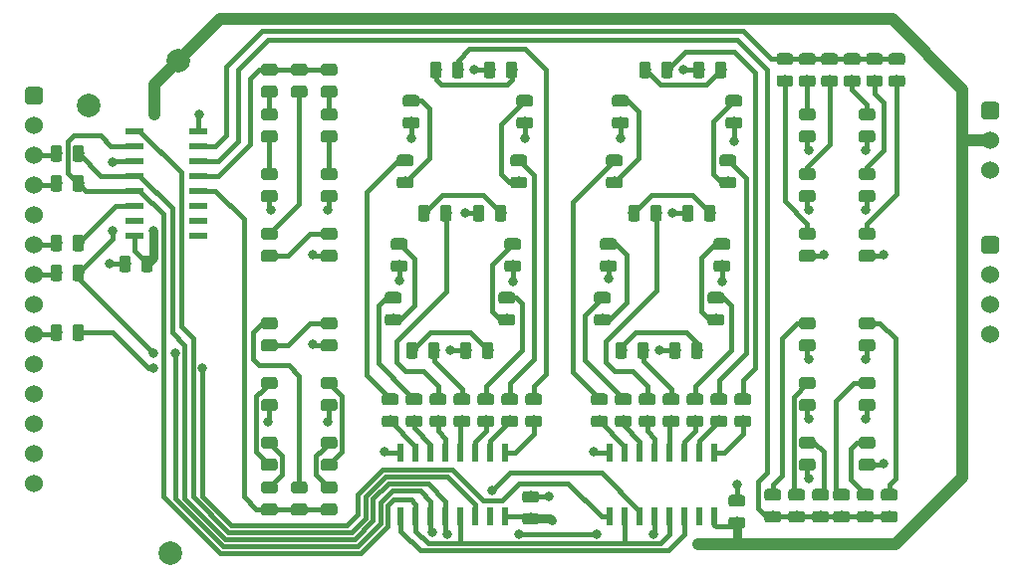
<source format=gbr>
G04 #@! TF.GenerationSoftware,KiCad,Pcbnew,(5.1.0)-1*
G04 #@! TF.CreationDate,2020-05-18T11:58:26+02:00*
G04 #@! TF.ProjectId,led_display_v1,6c65645f-6469-4737-906c-61795f76312e,rev?*
G04 #@! TF.SameCoordinates,Original*
G04 #@! TF.FileFunction,Copper,L1,Top*
G04 #@! TF.FilePolarity,Positive*
%FSLAX46Y46*%
G04 Gerber Fmt 4.6, Leading zero omitted, Abs format (unit mm)*
G04 Created by KiCad (PCBNEW (5.1.0)-1) date 2020-05-18 11:58:26*
%MOMM*%
%LPD*%
G04 APERTURE LIST*
%ADD10C,0.100000*%
%ADD11C,1.524000*%
%ADD12C,0.975000*%
%ADD13C,1.998980*%
%ADD14R,0.600000X1.500000*%
%ADD15R,1.500000X0.600000*%
%ADD16C,0.800000*%
%ADD17C,0.400000*%
%ADD18C,1.000000*%
%ADD19C,0.800000*%
G04 APERTURE END LIST*
D10*
G36*
X103418345Y-57729835D02*
G01*
X103455329Y-57735321D01*
X103491598Y-57744406D01*
X103526802Y-57757002D01*
X103560602Y-57772988D01*
X103592672Y-57792210D01*
X103622704Y-57814483D01*
X103650408Y-57839592D01*
X103675517Y-57867296D01*
X103697790Y-57897328D01*
X103717012Y-57929398D01*
X103732998Y-57963198D01*
X103745594Y-57998402D01*
X103754679Y-58034671D01*
X103760165Y-58071655D01*
X103762000Y-58109000D01*
X103762000Y-58871000D01*
X103760165Y-58908345D01*
X103754679Y-58945329D01*
X103745594Y-58981598D01*
X103732998Y-59016802D01*
X103717012Y-59050602D01*
X103697790Y-59082672D01*
X103675517Y-59112704D01*
X103650408Y-59140408D01*
X103622704Y-59165517D01*
X103592672Y-59187790D01*
X103560602Y-59207012D01*
X103526802Y-59222998D01*
X103491598Y-59235594D01*
X103455329Y-59244679D01*
X103418345Y-59250165D01*
X103381000Y-59252000D01*
X102619000Y-59252000D01*
X102581655Y-59250165D01*
X102544671Y-59244679D01*
X102508402Y-59235594D01*
X102473198Y-59222998D01*
X102439398Y-59207012D01*
X102407328Y-59187790D01*
X102377296Y-59165517D01*
X102349592Y-59140408D01*
X102324483Y-59112704D01*
X102302210Y-59082672D01*
X102282988Y-59050602D01*
X102267002Y-59016802D01*
X102254406Y-58981598D01*
X102245321Y-58945329D01*
X102239835Y-58908345D01*
X102238000Y-58871000D01*
X102238000Y-58109000D01*
X102239835Y-58071655D01*
X102245321Y-58034671D01*
X102254406Y-57998402D01*
X102267002Y-57963198D01*
X102282988Y-57929398D01*
X102302210Y-57897328D01*
X102324483Y-57867296D01*
X102349592Y-57839592D01*
X102377296Y-57814483D01*
X102407328Y-57792210D01*
X102439398Y-57772988D01*
X102473198Y-57757002D01*
X102508402Y-57744406D01*
X102544671Y-57735321D01*
X102581655Y-57729835D01*
X102619000Y-57728000D01*
X103381000Y-57728000D01*
X103418345Y-57729835D01*
X103418345Y-57729835D01*
G37*
D11*
X103000000Y-58490000D03*
X103000000Y-61030000D03*
X103000000Y-63570000D03*
X103000000Y-66110000D03*
X103000000Y-68650000D03*
X103000000Y-71190000D03*
X103000000Y-73730000D03*
X103000000Y-76270000D03*
X103000000Y-78810000D03*
X103000000Y-81350000D03*
X103000000Y-83890000D03*
X103000000Y-86430000D03*
X103000000Y-88970000D03*
X103000000Y-91510000D03*
D10*
G36*
X184698345Y-70429835D02*
G01*
X184735329Y-70435321D01*
X184771598Y-70444406D01*
X184806802Y-70457002D01*
X184840602Y-70472988D01*
X184872672Y-70492210D01*
X184902704Y-70514483D01*
X184930408Y-70539592D01*
X184955517Y-70567296D01*
X184977790Y-70597328D01*
X184997012Y-70629398D01*
X185012998Y-70663198D01*
X185025594Y-70698402D01*
X185034679Y-70734671D01*
X185040165Y-70771655D01*
X185042000Y-70809000D01*
X185042000Y-71571000D01*
X185040165Y-71608345D01*
X185034679Y-71645329D01*
X185025594Y-71681598D01*
X185012998Y-71716802D01*
X184997012Y-71750602D01*
X184977790Y-71782672D01*
X184955517Y-71812704D01*
X184930408Y-71840408D01*
X184902704Y-71865517D01*
X184872672Y-71887790D01*
X184840602Y-71907012D01*
X184806802Y-71922998D01*
X184771598Y-71935594D01*
X184735329Y-71944679D01*
X184698345Y-71950165D01*
X184661000Y-71952000D01*
X183899000Y-71952000D01*
X183861655Y-71950165D01*
X183824671Y-71944679D01*
X183788402Y-71935594D01*
X183753198Y-71922998D01*
X183719398Y-71907012D01*
X183687328Y-71887790D01*
X183657296Y-71865517D01*
X183629592Y-71840408D01*
X183604483Y-71812704D01*
X183582210Y-71782672D01*
X183562988Y-71750602D01*
X183547002Y-71716802D01*
X183534406Y-71681598D01*
X183525321Y-71645329D01*
X183519835Y-71608345D01*
X183518000Y-71571000D01*
X183518000Y-70809000D01*
X183519835Y-70771655D01*
X183525321Y-70734671D01*
X183534406Y-70698402D01*
X183547002Y-70663198D01*
X183562988Y-70629398D01*
X183582210Y-70597328D01*
X183604483Y-70567296D01*
X183629592Y-70539592D01*
X183657296Y-70514483D01*
X183687328Y-70492210D01*
X183719398Y-70472988D01*
X183753198Y-70457002D01*
X183788402Y-70444406D01*
X183824671Y-70435321D01*
X183861655Y-70429835D01*
X183899000Y-70428000D01*
X184661000Y-70428000D01*
X184698345Y-70429835D01*
X184698345Y-70429835D01*
G37*
D11*
X184280000Y-71190000D03*
X184280000Y-73730000D03*
X184280000Y-76270000D03*
X184280000Y-78810000D03*
D10*
G36*
X184698345Y-58999835D02*
G01*
X184735329Y-59005321D01*
X184771598Y-59014406D01*
X184806802Y-59027002D01*
X184840602Y-59042988D01*
X184872672Y-59062210D01*
X184902704Y-59084483D01*
X184930408Y-59109592D01*
X184955517Y-59137296D01*
X184977790Y-59167328D01*
X184997012Y-59199398D01*
X185012998Y-59233198D01*
X185025594Y-59268402D01*
X185034679Y-59304671D01*
X185040165Y-59341655D01*
X185042000Y-59379000D01*
X185042000Y-60141000D01*
X185040165Y-60178345D01*
X185034679Y-60215329D01*
X185025594Y-60251598D01*
X185012998Y-60286802D01*
X184997012Y-60320602D01*
X184977790Y-60352672D01*
X184955517Y-60382704D01*
X184930408Y-60410408D01*
X184902704Y-60435517D01*
X184872672Y-60457790D01*
X184840602Y-60477012D01*
X184806802Y-60492998D01*
X184771598Y-60505594D01*
X184735329Y-60514679D01*
X184698345Y-60520165D01*
X184661000Y-60522000D01*
X183899000Y-60522000D01*
X183861655Y-60520165D01*
X183824671Y-60514679D01*
X183788402Y-60505594D01*
X183753198Y-60492998D01*
X183719398Y-60477012D01*
X183687328Y-60457790D01*
X183657296Y-60435517D01*
X183629592Y-60410408D01*
X183604483Y-60382704D01*
X183582210Y-60352672D01*
X183562988Y-60320602D01*
X183547002Y-60286802D01*
X183534406Y-60251598D01*
X183525321Y-60215329D01*
X183519835Y-60178345D01*
X183518000Y-60141000D01*
X183518000Y-59379000D01*
X183519835Y-59341655D01*
X183525321Y-59304671D01*
X183534406Y-59268402D01*
X183547002Y-59233198D01*
X183562988Y-59199398D01*
X183582210Y-59167328D01*
X183604483Y-59137296D01*
X183629592Y-59109592D01*
X183657296Y-59084483D01*
X183687328Y-59062210D01*
X183719398Y-59042988D01*
X183753198Y-59027002D01*
X183788402Y-59014406D01*
X183824671Y-59005321D01*
X183861655Y-58999835D01*
X183899000Y-58998000D01*
X184661000Y-58998000D01*
X184698345Y-58999835D01*
X184698345Y-58999835D01*
G37*
D11*
X184280000Y-59760000D03*
X184280000Y-62300000D03*
X184280000Y-64840000D03*
D10*
G36*
X107047142Y-77965174D02*
G01*
X107070803Y-77968684D01*
X107094007Y-77974496D01*
X107116529Y-77982554D01*
X107138153Y-77992782D01*
X107158670Y-78005079D01*
X107177883Y-78019329D01*
X107195607Y-78035393D01*
X107211671Y-78053117D01*
X107225921Y-78072330D01*
X107238218Y-78092847D01*
X107248446Y-78114471D01*
X107256504Y-78136993D01*
X107262316Y-78160197D01*
X107265826Y-78183858D01*
X107267000Y-78207750D01*
X107267000Y-79120250D01*
X107265826Y-79144142D01*
X107262316Y-79167803D01*
X107256504Y-79191007D01*
X107248446Y-79213529D01*
X107238218Y-79235153D01*
X107225921Y-79255670D01*
X107211671Y-79274883D01*
X107195607Y-79292607D01*
X107177883Y-79308671D01*
X107158670Y-79322921D01*
X107138153Y-79335218D01*
X107116529Y-79345446D01*
X107094007Y-79353504D01*
X107070803Y-79359316D01*
X107047142Y-79362826D01*
X107023250Y-79364000D01*
X106535750Y-79364000D01*
X106511858Y-79362826D01*
X106488197Y-79359316D01*
X106464993Y-79353504D01*
X106442471Y-79345446D01*
X106420847Y-79335218D01*
X106400330Y-79322921D01*
X106381117Y-79308671D01*
X106363393Y-79292607D01*
X106347329Y-79274883D01*
X106333079Y-79255670D01*
X106320782Y-79235153D01*
X106310554Y-79213529D01*
X106302496Y-79191007D01*
X106296684Y-79167803D01*
X106293174Y-79144142D01*
X106292000Y-79120250D01*
X106292000Y-78207750D01*
X106293174Y-78183858D01*
X106296684Y-78160197D01*
X106302496Y-78136993D01*
X106310554Y-78114471D01*
X106320782Y-78092847D01*
X106333079Y-78072330D01*
X106347329Y-78053117D01*
X106363393Y-78035393D01*
X106381117Y-78019329D01*
X106400330Y-78005079D01*
X106420847Y-77992782D01*
X106442471Y-77982554D01*
X106464993Y-77974496D01*
X106488197Y-77968684D01*
X106511858Y-77965174D01*
X106535750Y-77964000D01*
X107023250Y-77964000D01*
X107047142Y-77965174D01*
X107047142Y-77965174D01*
G37*
D12*
X106779500Y-78664000D03*
D10*
G36*
X105172142Y-77965174D02*
G01*
X105195803Y-77968684D01*
X105219007Y-77974496D01*
X105241529Y-77982554D01*
X105263153Y-77992782D01*
X105283670Y-78005079D01*
X105302883Y-78019329D01*
X105320607Y-78035393D01*
X105336671Y-78053117D01*
X105350921Y-78072330D01*
X105363218Y-78092847D01*
X105373446Y-78114471D01*
X105381504Y-78136993D01*
X105387316Y-78160197D01*
X105390826Y-78183858D01*
X105392000Y-78207750D01*
X105392000Y-79120250D01*
X105390826Y-79144142D01*
X105387316Y-79167803D01*
X105381504Y-79191007D01*
X105373446Y-79213529D01*
X105363218Y-79235153D01*
X105350921Y-79255670D01*
X105336671Y-79274883D01*
X105320607Y-79292607D01*
X105302883Y-79308671D01*
X105283670Y-79322921D01*
X105263153Y-79335218D01*
X105241529Y-79345446D01*
X105219007Y-79353504D01*
X105195803Y-79359316D01*
X105172142Y-79362826D01*
X105148250Y-79364000D01*
X104660750Y-79364000D01*
X104636858Y-79362826D01*
X104613197Y-79359316D01*
X104589993Y-79353504D01*
X104567471Y-79345446D01*
X104545847Y-79335218D01*
X104525330Y-79322921D01*
X104506117Y-79308671D01*
X104488393Y-79292607D01*
X104472329Y-79274883D01*
X104458079Y-79255670D01*
X104445782Y-79235153D01*
X104435554Y-79213529D01*
X104427496Y-79191007D01*
X104421684Y-79167803D01*
X104418174Y-79144142D01*
X104417000Y-79120250D01*
X104417000Y-78207750D01*
X104418174Y-78183858D01*
X104421684Y-78160197D01*
X104427496Y-78136993D01*
X104435554Y-78114471D01*
X104445782Y-78092847D01*
X104458079Y-78072330D01*
X104472329Y-78053117D01*
X104488393Y-78035393D01*
X104506117Y-78019329D01*
X104525330Y-78005079D01*
X104545847Y-77992782D01*
X104567471Y-77982554D01*
X104589993Y-77974496D01*
X104613197Y-77968684D01*
X104636858Y-77965174D01*
X104660750Y-77964000D01*
X105148250Y-77964000D01*
X105172142Y-77965174D01*
X105172142Y-77965174D01*
G37*
D12*
X104904500Y-78664000D03*
D13*
X114605000Y-97460000D03*
X115240000Y-55550000D03*
X107620000Y-59360000D03*
D10*
G36*
X163218142Y-92480174D02*
G01*
X163241803Y-92483684D01*
X163265007Y-92489496D01*
X163287529Y-92497554D01*
X163309153Y-92507782D01*
X163329670Y-92520079D01*
X163348883Y-92534329D01*
X163366607Y-92550393D01*
X163382671Y-92568117D01*
X163396921Y-92587330D01*
X163409218Y-92607847D01*
X163419446Y-92629471D01*
X163427504Y-92651993D01*
X163433316Y-92675197D01*
X163436826Y-92698858D01*
X163438000Y-92722750D01*
X163438000Y-93210250D01*
X163436826Y-93234142D01*
X163433316Y-93257803D01*
X163427504Y-93281007D01*
X163419446Y-93303529D01*
X163409218Y-93325153D01*
X163396921Y-93345670D01*
X163382671Y-93364883D01*
X163366607Y-93382607D01*
X163348883Y-93398671D01*
X163329670Y-93412921D01*
X163309153Y-93425218D01*
X163287529Y-93435446D01*
X163265007Y-93443504D01*
X163241803Y-93449316D01*
X163218142Y-93452826D01*
X163194250Y-93454000D01*
X162281750Y-93454000D01*
X162257858Y-93452826D01*
X162234197Y-93449316D01*
X162210993Y-93443504D01*
X162188471Y-93435446D01*
X162166847Y-93425218D01*
X162146330Y-93412921D01*
X162127117Y-93398671D01*
X162109393Y-93382607D01*
X162093329Y-93364883D01*
X162079079Y-93345670D01*
X162066782Y-93325153D01*
X162056554Y-93303529D01*
X162048496Y-93281007D01*
X162042684Y-93257803D01*
X162039174Y-93234142D01*
X162038000Y-93210250D01*
X162038000Y-92722750D01*
X162039174Y-92698858D01*
X162042684Y-92675197D01*
X162048496Y-92651993D01*
X162056554Y-92629471D01*
X162066782Y-92607847D01*
X162079079Y-92587330D01*
X162093329Y-92568117D01*
X162109393Y-92550393D01*
X162127117Y-92534329D01*
X162146330Y-92520079D01*
X162166847Y-92507782D01*
X162188471Y-92497554D01*
X162210993Y-92489496D01*
X162234197Y-92483684D01*
X162257858Y-92480174D01*
X162281750Y-92479000D01*
X163194250Y-92479000D01*
X163218142Y-92480174D01*
X163218142Y-92480174D01*
G37*
D12*
X162738000Y-92966500D03*
D10*
G36*
X163218142Y-94355174D02*
G01*
X163241803Y-94358684D01*
X163265007Y-94364496D01*
X163287529Y-94372554D01*
X163309153Y-94382782D01*
X163329670Y-94395079D01*
X163348883Y-94409329D01*
X163366607Y-94425393D01*
X163382671Y-94443117D01*
X163396921Y-94462330D01*
X163409218Y-94482847D01*
X163419446Y-94504471D01*
X163427504Y-94526993D01*
X163433316Y-94550197D01*
X163436826Y-94573858D01*
X163438000Y-94597750D01*
X163438000Y-95085250D01*
X163436826Y-95109142D01*
X163433316Y-95132803D01*
X163427504Y-95156007D01*
X163419446Y-95178529D01*
X163409218Y-95200153D01*
X163396921Y-95220670D01*
X163382671Y-95239883D01*
X163366607Y-95257607D01*
X163348883Y-95273671D01*
X163329670Y-95287921D01*
X163309153Y-95300218D01*
X163287529Y-95310446D01*
X163265007Y-95318504D01*
X163241803Y-95324316D01*
X163218142Y-95327826D01*
X163194250Y-95329000D01*
X162281750Y-95329000D01*
X162257858Y-95327826D01*
X162234197Y-95324316D01*
X162210993Y-95318504D01*
X162188471Y-95310446D01*
X162166847Y-95300218D01*
X162146330Y-95287921D01*
X162127117Y-95273671D01*
X162109393Y-95257607D01*
X162093329Y-95239883D01*
X162079079Y-95220670D01*
X162066782Y-95200153D01*
X162056554Y-95178529D01*
X162048496Y-95156007D01*
X162042684Y-95132803D01*
X162039174Y-95109142D01*
X162038000Y-95085250D01*
X162038000Y-94597750D01*
X162039174Y-94573858D01*
X162042684Y-94550197D01*
X162048496Y-94526993D01*
X162056554Y-94504471D01*
X162066782Y-94482847D01*
X162079079Y-94462330D01*
X162093329Y-94443117D01*
X162109393Y-94425393D01*
X162127117Y-94409329D01*
X162146330Y-94395079D01*
X162166847Y-94382782D01*
X162188471Y-94372554D01*
X162210993Y-94364496D01*
X162234197Y-94358684D01*
X162257858Y-94355174D01*
X162281750Y-94354000D01*
X163194250Y-94354000D01*
X163218142Y-94355174D01*
X163218142Y-94355174D01*
G37*
D12*
X162738000Y-94841500D03*
D10*
G36*
X145692142Y-92147674D02*
G01*
X145715803Y-92151184D01*
X145739007Y-92156996D01*
X145761529Y-92165054D01*
X145783153Y-92175282D01*
X145803670Y-92187579D01*
X145822883Y-92201829D01*
X145840607Y-92217893D01*
X145856671Y-92235617D01*
X145870921Y-92254830D01*
X145883218Y-92275347D01*
X145893446Y-92296971D01*
X145901504Y-92319493D01*
X145907316Y-92342697D01*
X145910826Y-92366358D01*
X145912000Y-92390250D01*
X145912000Y-92877750D01*
X145910826Y-92901642D01*
X145907316Y-92925303D01*
X145901504Y-92948507D01*
X145893446Y-92971029D01*
X145883218Y-92992653D01*
X145870921Y-93013170D01*
X145856671Y-93032383D01*
X145840607Y-93050107D01*
X145822883Y-93066171D01*
X145803670Y-93080421D01*
X145783153Y-93092718D01*
X145761529Y-93102946D01*
X145739007Y-93111004D01*
X145715803Y-93116816D01*
X145692142Y-93120326D01*
X145668250Y-93121500D01*
X144755750Y-93121500D01*
X144731858Y-93120326D01*
X144708197Y-93116816D01*
X144684993Y-93111004D01*
X144662471Y-93102946D01*
X144640847Y-93092718D01*
X144620330Y-93080421D01*
X144601117Y-93066171D01*
X144583393Y-93050107D01*
X144567329Y-93032383D01*
X144553079Y-93013170D01*
X144540782Y-92992653D01*
X144530554Y-92971029D01*
X144522496Y-92948507D01*
X144516684Y-92925303D01*
X144513174Y-92901642D01*
X144512000Y-92877750D01*
X144512000Y-92390250D01*
X144513174Y-92366358D01*
X144516684Y-92342697D01*
X144522496Y-92319493D01*
X144530554Y-92296971D01*
X144540782Y-92275347D01*
X144553079Y-92254830D01*
X144567329Y-92235617D01*
X144583393Y-92217893D01*
X144601117Y-92201829D01*
X144620330Y-92187579D01*
X144640847Y-92175282D01*
X144662471Y-92165054D01*
X144684993Y-92156996D01*
X144708197Y-92151184D01*
X144731858Y-92147674D01*
X144755750Y-92146500D01*
X145668250Y-92146500D01*
X145692142Y-92147674D01*
X145692142Y-92147674D01*
G37*
D12*
X145212000Y-92634000D03*
D10*
G36*
X145692142Y-94022674D02*
G01*
X145715803Y-94026184D01*
X145739007Y-94031996D01*
X145761529Y-94040054D01*
X145783153Y-94050282D01*
X145803670Y-94062579D01*
X145822883Y-94076829D01*
X145840607Y-94092893D01*
X145856671Y-94110617D01*
X145870921Y-94129830D01*
X145883218Y-94150347D01*
X145893446Y-94171971D01*
X145901504Y-94194493D01*
X145907316Y-94217697D01*
X145910826Y-94241358D01*
X145912000Y-94265250D01*
X145912000Y-94752750D01*
X145910826Y-94776642D01*
X145907316Y-94800303D01*
X145901504Y-94823507D01*
X145893446Y-94846029D01*
X145883218Y-94867653D01*
X145870921Y-94888170D01*
X145856671Y-94907383D01*
X145840607Y-94925107D01*
X145822883Y-94941171D01*
X145803670Y-94955421D01*
X145783153Y-94967718D01*
X145761529Y-94977946D01*
X145739007Y-94986004D01*
X145715803Y-94991816D01*
X145692142Y-94995326D01*
X145668250Y-94996500D01*
X144755750Y-94996500D01*
X144731858Y-94995326D01*
X144708197Y-94991816D01*
X144684993Y-94986004D01*
X144662471Y-94977946D01*
X144640847Y-94967718D01*
X144620330Y-94955421D01*
X144601117Y-94941171D01*
X144583393Y-94925107D01*
X144567329Y-94907383D01*
X144553079Y-94888170D01*
X144540782Y-94867653D01*
X144530554Y-94846029D01*
X144522496Y-94823507D01*
X144516684Y-94800303D01*
X144513174Y-94776642D01*
X144512000Y-94752750D01*
X144512000Y-94265250D01*
X144513174Y-94241358D01*
X144516684Y-94217697D01*
X144522496Y-94194493D01*
X144530554Y-94171971D01*
X144540782Y-94150347D01*
X144553079Y-94129830D01*
X144567329Y-94110617D01*
X144583393Y-94092893D01*
X144601117Y-94076829D01*
X144620330Y-94062579D01*
X144640847Y-94050282D01*
X144662471Y-94040054D01*
X144684993Y-94031996D01*
X144708197Y-94026184D01*
X144731858Y-94022674D01*
X144755750Y-94021500D01*
X145668250Y-94021500D01*
X145692142Y-94022674D01*
X145692142Y-94022674D01*
G37*
D12*
X145212000Y-94509000D03*
D10*
G36*
X111014142Y-72123174D02*
G01*
X111037803Y-72126684D01*
X111061007Y-72132496D01*
X111083529Y-72140554D01*
X111105153Y-72150782D01*
X111125670Y-72163079D01*
X111144883Y-72177329D01*
X111162607Y-72193393D01*
X111178671Y-72211117D01*
X111192921Y-72230330D01*
X111205218Y-72250847D01*
X111215446Y-72272471D01*
X111223504Y-72294993D01*
X111229316Y-72318197D01*
X111232826Y-72341858D01*
X111234000Y-72365750D01*
X111234000Y-73278250D01*
X111232826Y-73302142D01*
X111229316Y-73325803D01*
X111223504Y-73349007D01*
X111215446Y-73371529D01*
X111205218Y-73393153D01*
X111192921Y-73413670D01*
X111178671Y-73432883D01*
X111162607Y-73450607D01*
X111144883Y-73466671D01*
X111125670Y-73480921D01*
X111105153Y-73493218D01*
X111083529Y-73503446D01*
X111061007Y-73511504D01*
X111037803Y-73517316D01*
X111014142Y-73520826D01*
X110990250Y-73522000D01*
X110502750Y-73522000D01*
X110478858Y-73520826D01*
X110455197Y-73517316D01*
X110431993Y-73511504D01*
X110409471Y-73503446D01*
X110387847Y-73493218D01*
X110367330Y-73480921D01*
X110348117Y-73466671D01*
X110330393Y-73450607D01*
X110314329Y-73432883D01*
X110300079Y-73413670D01*
X110287782Y-73393153D01*
X110277554Y-73371529D01*
X110269496Y-73349007D01*
X110263684Y-73325803D01*
X110260174Y-73302142D01*
X110259000Y-73278250D01*
X110259000Y-72365750D01*
X110260174Y-72341858D01*
X110263684Y-72318197D01*
X110269496Y-72294993D01*
X110277554Y-72272471D01*
X110287782Y-72250847D01*
X110300079Y-72230330D01*
X110314329Y-72211117D01*
X110330393Y-72193393D01*
X110348117Y-72177329D01*
X110367330Y-72163079D01*
X110387847Y-72150782D01*
X110409471Y-72140554D01*
X110431993Y-72132496D01*
X110455197Y-72126684D01*
X110478858Y-72123174D01*
X110502750Y-72122000D01*
X110990250Y-72122000D01*
X111014142Y-72123174D01*
X111014142Y-72123174D01*
G37*
D12*
X110746500Y-72822000D03*
D10*
G36*
X112889142Y-72123174D02*
G01*
X112912803Y-72126684D01*
X112936007Y-72132496D01*
X112958529Y-72140554D01*
X112980153Y-72150782D01*
X113000670Y-72163079D01*
X113019883Y-72177329D01*
X113037607Y-72193393D01*
X113053671Y-72211117D01*
X113067921Y-72230330D01*
X113080218Y-72250847D01*
X113090446Y-72272471D01*
X113098504Y-72294993D01*
X113104316Y-72318197D01*
X113107826Y-72341858D01*
X113109000Y-72365750D01*
X113109000Y-73278250D01*
X113107826Y-73302142D01*
X113104316Y-73325803D01*
X113098504Y-73349007D01*
X113090446Y-73371529D01*
X113080218Y-73393153D01*
X113067921Y-73413670D01*
X113053671Y-73432883D01*
X113037607Y-73450607D01*
X113019883Y-73466671D01*
X113000670Y-73480921D01*
X112980153Y-73493218D01*
X112958529Y-73503446D01*
X112936007Y-73511504D01*
X112912803Y-73517316D01*
X112889142Y-73520826D01*
X112865250Y-73522000D01*
X112377750Y-73522000D01*
X112353858Y-73520826D01*
X112330197Y-73517316D01*
X112306993Y-73511504D01*
X112284471Y-73503446D01*
X112262847Y-73493218D01*
X112242330Y-73480921D01*
X112223117Y-73466671D01*
X112205393Y-73450607D01*
X112189329Y-73432883D01*
X112175079Y-73413670D01*
X112162782Y-73393153D01*
X112152554Y-73371529D01*
X112144496Y-73349007D01*
X112138684Y-73325803D01*
X112135174Y-73302142D01*
X112134000Y-73278250D01*
X112134000Y-72365750D01*
X112135174Y-72341858D01*
X112138684Y-72318197D01*
X112144496Y-72294993D01*
X112152554Y-72272471D01*
X112162782Y-72250847D01*
X112175079Y-72230330D01*
X112189329Y-72211117D01*
X112205393Y-72193393D01*
X112223117Y-72177329D01*
X112242330Y-72163079D01*
X112262847Y-72150782D01*
X112284471Y-72140554D01*
X112306993Y-72132496D01*
X112330197Y-72126684D01*
X112353858Y-72123174D01*
X112377750Y-72122000D01*
X112865250Y-72122000D01*
X112889142Y-72123174D01*
X112889142Y-72123174D01*
G37*
D12*
X112621500Y-72822000D03*
D10*
G36*
X107047142Y-62725174D02*
G01*
X107070803Y-62728684D01*
X107094007Y-62734496D01*
X107116529Y-62742554D01*
X107138153Y-62752782D01*
X107158670Y-62765079D01*
X107177883Y-62779329D01*
X107195607Y-62795393D01*
X107211671Y-62813117D01*
X107225921Y-62832330D01*
X107238218Y-62852847D01*
X107248446Y-62874471D01*
X107256504Y-62896993D01*
X107262316Y-62920197D01*
X107265826Y-62943858D01*
X107267000Y-62967750D01*
X107267000Y-63880250D01*
X107265826Y-63904142D01*
X107262316Y-63927803D01*
X107256504Y-63951007D01*
X107248446Y-63973529D01*
X107238218Y-63995153D01*
X107225921Y-64015670D01*
X107211671Y-64034883D01*
X107195607Y-64052607D01*
X107177883Y-64068671D01*
X107158670Y-64082921D01*
X107138153Y-64095218D01*
X107116529Y-64105446D01*
X107094007Y-64113504D01*
X107070803Y-64119316D01*
X107047142Y-64122826D01*
X107023250Y-64124000D01*
X106535750Y-64124000D01*
X106511858Y-64122826D01*
X106488197Y-64119316D01*
X106464993Y-64113504D01*
X106442471Y-64105446D01*
X106420847Y-64095218D01*
X106400330Y-64082921D01*
X106381117Y-64068671D01*
X106363393Y-64052607D01*
X106347329Y-64034883D01*
X106333079Y-64015670D01*
X106320782Y-63995153D01*
X106310554Y-63973529D01*
X106302496Y-63951007D01*
X106296684Y-63927803D01*
X106293174Y-63904142D01*
X106292000Y-63880250D01*
X106292000Y-62967750D01*
X106293174Y-62943858D01*
X106296684Y-62920197D01*
X106302496Y-62896993D01*
X106310554Y-62874471D01*
X106320782Y-62852847D01*
X106333079Y-62832330D01*
X106347329Y-62813117D01*
X106363393Y-62795393D01*
X106381117Y-62779329D01*
X106400330Y-62765079D01*
X106420847Y-62752782D01*
X106442471Y-62742554D01*
X106464993Y-62734496D01*
X106488197Y-62728684D01*
X106511858Y-62725174D01*
X106535750Y-62724000D01*
X107023250Y-62724000D01*
X107047142Y-62725174D01*
X107047142Y-62725174D01*
G37*
D12*
X106779500Y-63424000D03*
D10*
G36*
X105172142Y-62725174D02*
G01*
X105195803Y-62728684D01*
X105219007Y-62734496D01*
X105241529Y-62742554D01*
X105263153Y-62752782D01*
X105283670Y-62765079D01*
X105302883Y-62779329D01*
X105320607Y-62795393D01*
X105336671Y-62813117D01*
X105350921Y-62832330D01*
X105363218Y-62852847D01*
X105373446Y-62874471D01*
X105381504Y-62896993D01*
X105387316Y-62920197D01*
X105390826Y-62943858D01*
X105392000Y-62967750D01*
X105392000Y-63880250D01*
X105390826Y-63904142D01*
X105387316Y-63927803D01*
X105381504Y-63951007D01*
X105373446Y-63973529D01*
X105363218Y-63995153D01*
X105350921Y-64015670D01*
X105336671Y-64034883D01*
X105320607Y-64052607D01*
X105302883Y-64068671D01*
X105283670Y-64082921D01*
X105263153Y-64095218D01*
X105241529Y-64105446D01*
X105219007Y-64113504D01*
X105195803Y-64119316D01*
X105172142Y-64122826D01*
X105148250Y-64124000D01*
X104660750Y-64124000D01*
X104636858Y-64122826D01*
X104613197Y-64119316D01*
X104589993Y-64113504D01*
X104567471Y-64105446D01*
X104545847Y-64095218D01*
X104525330Y-64082921D01*
X104506117Y-64068671D01*
X104488393Y-64052607D01*
X104472329Y-64034883D01*
X104458079Y-64015670D01*
X104445782Y-63995153D01*
X104435554Y-63973529D01*
X104427496Y-63951007D01*
X104421684Y-63927803D01*
X104418174Y-63904142D01*
X104417000Y-63880250D01*
X104417000Y-62967750D01*
X104418174Y-62943858D01*
X104421684Y-62920197D01*
X104427496Y-62896993D01*
X104435554Y-62874471D01*
X104445782Y-62852847D01*
X104458079Y-62832330D01*
X104472329Y-62813117D01*
X104488393Y-62795393D01*
X104506117Y-62779329D01*
X104525330Y-62765079D01*
X104545847Y-62752782D01*
X104567471Y-62742554D01*
X104589993Y-62734496D01*
X104613197Y-62728684D01*
X104636858Y-62725174D01*
X104660750Y-62724000D01*
X105148250Y-62724000D01*
X105172142Y-62725174D01*
X105172142Y-62725174D01*
G37*
D12*
X104904500Y-63424000D03*
D10*
G36*
X107047142Y-65265174D02*
G01*
X107070803Y-65268684D01*
X107094007Y-65274496D01*
X107116529Y-65282554D01*
X107138153Y-65292782D01*
X107158670Y-65305079D01*
X107177883Y-65319329D01*
X107195607Y-65335393D01*
X107211671Y-65353117D01*
X107225921Y-65372330D01*
X107238218Y-65392847D01*
X107248446Y-65414471D01*
X107256504Y-65436993D01*
X107262316Y-65460197D01*
X107265826Y-65483858D01*
X107267000Y-65507750D01*
X107267000Y-66420250D01*
X107265826Y-66444142D01*
X107262316Y-66467803D01*
X107256504Y-66491007D01*
X107248446Y-66513529D01*
X107238218Y-66535153D01*
X107225921Y-66555670D01*
X107211671Y-66574883D01*
X107195607Y-66592607D01*
X107177883Y-66608671D01*
X107158670Y-66622921D01*
X107138153Y-66635218D01*
X107116529Y-66645446D01*
X107094007Y-66653504D01*
X107070803Y-66659316D01*
X107047142Y-66662826D01*
X107023250Y-66664000D01*
X106535750Y-66664000D01*
X106511858Y-66662826D01*
X106488197Y-66659316D01*
X106464993Y-66653504D01*
X106442471Y-66645446D01*
X106420847Y-66635218D01*
X106400330Y-66622921D01*
X106381117Y-66608671D01*
X106363393Y-66592607D01*
X106347329Y-66574883D01*
X106333079Y-66555670D01*
X106320782Y-66535153D01*
X106310554Y-66513529D01*
X106302496Y-66491007D01*
X106296684Y-66467803D01*
X106293174Y-66444142D01*
X106292000Y-66420250D01*
X106292000Y-65507750D01*
X106293174Y-65483858D01*
X106296684Y-65460197D01*
X106302496Y-65436993D01*
X106310554Y-65414471D01*
X106320782Y-65392847D01*
X106333079Y-65372330D01*
X106347329Y-65353117D01*
X106363393Y-65335393D01*
X106381117Y-65319329D01*
X106400330Y-65305079D01*
X106420847Y-65292782D01*
X106442471Y-65282554D01*
X106464993Y-65274496D01*
X106488197Y-65268684D01*
X106511858Y-65265174D01*
X106535750Y-65264000D01*
X107023250Y-65264000D01*
X107047142Y-65265174D01*
X107047142Y-65265174D01*
G37*
D12*
X106779500Y-65964000D03*
D10*
G36*
X105172142Y-65265174D02*
G01*
X105195803Y-65268684D01*
X105219007Y-65274496D01*
X105241529Y-65282554D01*
X105263153Y-65292782D01*
X105283670Y-65305079D01*
X105302883Y-65319329D01*
X105320607Y-65335393D01*
X105336671Y-65353117D01*
X105350921Y-65372330D01*
X105363218Y-65392847D01*
X105373446Y-65414471D01*
X105381504Y-65436993D01*
X105387316Y-65460197D01*
X105390826Y-65483858D01*
X105392000Y-65507750D01*
X105392000Y-66420250D01*
X105390826Y-66444142D01*
X105387316Y-66467803D01*
X105381504Y-66491007D01*
X105373446Y-66513529D01*
X105363218Y-66535153D01*
X105350921Y-66555670D01*
X105336671Y-66574883D01*
X105320607Y-66592607D01*
X105302883Y-66608671D01*
X105283670Y-66622921D01*
X105263153Y-66635218D01*
X105241529Y-66645446D01*
X105219007Y-66653504D01*
X105195803Y-66659316D01*
X105172142Y-66662826D01*
X105148250Y-66664000D01*
X104660750Y-66664000D01*
X104636858Y-66662826D01*
X104613197Y-66659316D01*
X104589993Y-66653504D01*
X104567471Y-66645446D01*
X104545847Y-66635218D01*
X104525330Y-66622921D01*
X104506117Y-66608671D01*
X104488393Y-66592607D01*
X104472329Y-66574883D01*
X104458079Y-66555670D01*
X104445782Y-66535153D01*
X104435554Y-66513529D01*
X104427496Y-66491007D01*
X104421684Y-66467803D01*
X104418174Y-66444142D01*
X104417000Y-66420250D01*
X104417000Y-65507750D01*
X104418174Y-65483858D01*
X104421684Y-65460197D01*
X104427496Y-65436993D01*
X104435554Y-65414471D01*
X104445782Y-65392847D01*
X104458079Y-65372330D01*
X104472329Y-65353117D01*
X104488393Y-65335393D01*
X104506117Y-65319329D01*
X104525330Y-65305079D01*
X104545847Y-65292782D01*
X104567471Y-65282554D01*
X104589993Y-65274496D01*
X104613197Y-65268684D01*
X104636858Y-65265174D01*
X104660750Y-65264000D01*
X105148250Y-65264000D01*
X105172142Y-65265174D01*
X105172142Y-65265174D01*
G37*
D12*
X104904500Y-65964000D03*
D10*
G36*
X107047142Y-72885174D02*
G01*
X107070803Y-72888684D01*
X107094007Y-72894496D01*
X107116529Y-72902554D01*
X107138153Y-72912782D01*
X107158670Y-72925079D01*
X107177883Y-72939329D01*
X107195607Y-72955393D01*
X107211671Y-72973117D01*
X107225921Y-72992330D01*
X107238218Y-73012847D01*
X107248446Y-73034471D01*
X107256504Y-73056993D01*
X107262316Y-73080197D01*
X107265826Y-73103858D01*
X107267000Y-73127750D01*
X107267000Y-74040250D01*
X107265826Y-74064142D01*
X107262316Y-74087803D01*
X107256504Y-74111007D01*
X107248446Y-74133529D01*
X107238218Y-74155153D01*
X107225921Y-74175670D01*
X107211671Y-74194883D01*
X107195607Y-74212607D01*
X107177883Y-74228671D01*
X107158670Y-74242921D01*
X107138153Y-74255218D01*
X107116529Y-74265446D01*
X107094007Y-74273504D01*
X107070803Y-74279316D01*
X107047142Y-74282826D01*
X107023250Y-74284000D01*
X106535750Y-74284000D01*
X106511858Y-74282826D01*
X106488197Y-74279316D01*
X106464993Y-74273504D01*
X106442471Y-74265446D01*
X106420847Y-74255218D01*
X106400330Y-74242921D01*
X106381117Y-74228671D01*
X106363393Y-74212607D01*
X106347329Y-74194883D01*
X106333079Y-74175670D01*
X106320782Y-74155153D01*
X106310554Y-74133529D01*
X106302496Y-74111007D01*
X106296684Y-74087803D01*
X106293174Y-74064142D01*
X106292000Y-74040250D01*
X106292000Y-73127750D01*
X106293174Y-73103858D01*
X106296684Y-73080197D01*
X106302496Y-73056993D01*
X106310554Y-73034471D01*
X106320782Y-73012847D01*
X106333079Y-72992330D01*
X106347329Y-72973117D01*
X106363393Y-72955393D01*
X106381117Y-72939329D01*
X106400330Y-72925079D01*
X106420847Y-72912782D01*
X106442471Y-72902554D01*
X106464993Y-72894496D01*
X106488197Y-72888684D01*
X106511858Y-72885174D01*
X106535750Y-72884000D01*
X107023250Y-72884000D01*
X107047142Y-72885174D01*
X107047142Y-72885174D01*
G37*
D12*
X106779500Y-73584000D03*
D10*
G36*
X105172142Y-72885174D02*
G01*
X105195803Y-72888684D01*
X105219007Y-72894496D01*
X105241529Y-72902554D01*
X105263153Y-72912782D01*
X105283670Y-72925079D01*
X105302883Y-72939329D01*
X105320607Y-72955393D01*
X105336671Y-72973117D01*
X105350921Y-72992330D01*
X105363218Y-73012847D01*
X105373446Y-73034471D01*
X105381504Y-73056993D01*
X105387316Y-73080197D01*
X105390826Y-73103858D01*
X105392000Y-73127750D01*
X105392000Y-74040250D01*
X105390826Y-74064142D01*
X105387316Y-74087803D01*
X105381504Y-74111007D01*
X105373446Y-74133529D01*
X105363218Y-74155153D01*
X105350921Y-74175670D01*
X105336671Y-74194883D01*
X105320607Y-74212607D01*
X105302883Y-74228671D01*
X105283670Y-74242921D01*
X105263153Y-74255218D01*
X105241529Y-74265446D01*
X105219007Y-74273504D01*
X105195803Y-74279316D01*
X105172142Y-74282826D01*
X105148250Y-74284000D01*
X104660750Y-74284000D01*
X104636858Y-74282826D01*
X104613197Y-74279316D01*
X104589993Y-74273504D01*
X104567471Y-74265446D01*
X104545847Y-74255218D01*
X104525330Y-74242921D01*
X104506117Y-74228671D01*
X104488393Y-74212607D01*
X104472329Y-74194883D01*
X104458079Y-74175670D01*
X104445782Y-74155153D01*
X104435554Y-74133529D01*
X104427496Y-74111007D01*
X104421684Y-74087803D01*
X104418174Y-74064142D01*
X104417000Y-74040250D01*
X104417000Y-73127750D01*
X104418174Y-73103858D01*
X104421684Y-73080197D01*
X104427496Y-73056993D01*
X104435554Y-73034471D01*
X104445782Y-73012847D01*
X104458079Y-72992330D01*
X104472329Y-72973117D01*
X104488393Y-72955393D01*
X104506117Y-72939329D01*
X104525330Y-72925079D01*
X104545847Y-72912782D01*
X104567471Y-72902554D01*
X104589993Y-72894496D01*
X104613197Y-72888684D01*
X104636858Y-72885174D01*
X104660750Y-72884000D01*
X105148250Y-72884000D01*
X105172142Y-72885174D01*
X105172142Y-72885174D01*
G37*
D12*
X104904500Y-73584000D03*
D10*
G36*
X176172142Y-91972174D02*
G01*
X176195803Y-91975684D01*
X176219007Y-91981496D01*
X176241529Y-91989554D01*
X176263153Y-91999782D01*
X176283670Y-92012079D01*
X176302883Y-92026329D01*
X176320607Y-92042393D01*
X176336671Y-92060117D01*
X176350921Y-92079330D01*
X176363218Y-92099847D01*
X176373446Y-92121471D01*
X176381504Y-92143993D01*
X176387316Y-92167197D01*
X176390826Y-92190858D01*
X176392000Y-92214750D01*
X176392000Y-92702250D01*
X176390826Y-92726142D01*
X176387316Y-92749803D01*
X176381504Y-92773007D01*
X176373446Y-92795529D01*
X176363218Y-92817153D01*
X176350921Y-92837670D01*
X176336671Y-92856883D01*
X176320607Y-92874607D01*
X176302883Y-92890671D01*
X176283670Y-92904921D01*
X176263153Y-92917218D01*
X176241529Y-92927446D01*
X176219007Y-92935504D01*
X176195803Y-92941316D01*
X176172142Y-92944826D01*
X176148250Y-92946000D01*
X175235750Y-92946000D01*
X175211858Y-92944826D01*
X175188197Y-92941316D01*
X175164993Y-92935504D01*
X175142471Y-92927446D01*
X175120847Y-92917218D01*
X175100330Y-92904921D01*
X175081117Y-92890671D01*
X175063393Y-92874607D01*
X175047329Y-92856883D01*
X175033079Y-92837670D01*
X175020782Y-92817153D01*
X175010554Y-92795529D01*
X175002496Y-92773007D01*
X174996684Y-92749803D01*
X174993174Y-92726142D01*
X174992000Y-92702250D01*
X174992000Y-92214750D01*
X174993174Y-92190858D01*
X174996684Y-92167197D01*
X175002496Y-92143993D01*
X175010554Y-92121471D01*
X175020782Y-92099847D01*
X175033079Y-92079330D01*
X175047329Y-92060117D01*
X175063393Y-92042393D01*
X175081117Y-92026329D01*
X175100330Y-92012079D01*
X175120847Y-91999782D01*
X175142471Y-91989554D01*
X175164993Y-91981496D01*
X175188197Y-91975684D01*
X175211858Y-91972174D01*
X175235750Y-91971000D01*
X176148250Y-91971000D01*
X176172142Y-91972174D01*
X176172142Y-91972174D01*
G37*
D12*
X175692000Y-92458500D03*
D10*
G36*
X176172142Y-93847174D02*
G01*
X176195803Y-93850684D01*
X176219007Y-93856496D01*
X176241529Y-93864554D01*
X176263153Y-93874782D01*
X176283670Y-93887079D01*
X176302883Y-93901329D01*
X176320607Y-93917393D01*
X176336671Y-93935117D01*
X176350921Y-93954330D01*
X176363218Y-93974847D01*
X176373446Y-93996471D01*
X176381504Y-94018993D01*
X176387316Y-94042197D01*
X176390826Y-94065858D01*
X176392000Y-94089750D01*
X176392000Y-94577250D01*
X176390826Y-94601142D01*
X176387316Y-94624803D01*
X176381504Y-94648007D01*
X176373446Y-94670529D01*
X176363218Y-94692153D01*
X176350921Y-94712670D01*
X176336671Y-94731883D01*
X176320607Y-94749607D01*
X176302883Y-94765671D01*
X176283670Y-94779921D01*
X176263153Y-94792218D01*
X176241529Y-94802446D01*
X176219007Y-94810504D01*
X176195803Y-94816316D01*
X176172142Y-94819826D01*
X176148250Y-94821000D01*
X175235750Y-94821000D01*
X175211858Y-94819826D01*
X175188197Y-94816316D01*
X175164993Y-94810504D01*
X175142471Y-94802446D01*
X175120847Y-94792218D01*
X175100330Y-94779921D01*
X175081117Y-94765671D01*
X175063393Y-94749607D01*
X175047329Y-94731883D01*
X175033079Y-94712670D01*
X175020782Y-94692153D01*
X175010554Y-94670529D01*
X175002496Y-94648007D01*
X174996684Y-94624803D01*
X174993174Y-94601142D01*
X174992000Y-94577250D01*
X174992000Y-94089750D01*
X174993174Y-94065858D01*
X174996684Y-94042197D01*
X175002496Y-94018993D01*
X175010554Y-93996471D01*
X175020782Y-93974847D01*
X175033079Y-93954330D01*
X175047329Y-93935117D01*
X175063393Y-93917393D01*
X175081117Y-93901329D01*
X175100330Y-93887079D01*
X175120847Y-93874782D01*
X175142471Y-93864554D01*
X175164993Y-93856496D01*
X175188197Y-93850684D01*
X175211858Y-93847174D01*
X175235750Y-93846000D01*
X176148250Y-93846000D01*
X176172142Y-93847174D01*
X176172142Y-93847174D01*
G37*
D12*
X175692000Y-94333500D03*
D10*
G36*
X166266142Y-91972174D02*
G01*
X166289803Y-91975684D01*
X166313007Y-91981496D01*
X166335529Y-91989554D01*
X166357153Y-91999782D01*
X166377670Y-92012079D01*
X166396883Y-92026329D01*
X166414607Y-92042393D01*
X166430671Y-92060117D01*
X166444921Y-92079330D01*
X166457218Y-92099847D01*
X166467446Y-92121471D01*
X166475504Y-92143993D01*
X166481316Y-92167197D01*
X166484826Y-92190858D01*
X166486000Y-92214750D01*
X166486000Y-92702250D01*
X166484826Y-92726142D01*
X166481316Y-92749803D01*
X166475504Y-92773007D01*
X166467446Y-92795529D01*
X166457218Y-92817153D01*
X166444921Y-92837670D01*
X166430671Y-92856883D01*
X166414607Y-92874607D01*
X166396883Y-92890671D01*
X166377670Y-92904921D01*
X166357153Y-92917218D01*
X166335529Y-92927446D01*
X166313007Y-92935504D01*
X166289803Y-92941316D01*
X166266142Y-92944826D01*
X166242250Y-92946000D01*
X165329750Y-92946000D01*
X165305858Y-92944826D01*
X165282197Y-92941316D01*
X165258993Y-92935504D01*
X165236471Y-92927446D01*
X165214847Y-92917218D01*
X165194330Y-92904921D01*
X165175117Y-92890671D01*
X165157393Y-92874607D01*
X165141329Y-92856883D01*
X165127079Y-92837670D01*
X165114782Y-92817153D01*
X165104554Y-92795529D01*
X165096496Y-92773007D01*
X165090684Y-92749803D01*
X165087174Y-92726142D01*
X165086000Y-92702250D01*
X165086000Y-92214750D01*
X165087174Y-92190858D01*
X165090684Y-92167197D01*
X165096496Y-92143993D01*
X165104554Y-92121471D01*
X165114782Y-92099847D01*
X165127079Y-92079330D01*
X165141329Y-92060117D01*
X165157393Y-92042393D01*
X165175117Y-92026329D01*
X165194330Y-92012079D01*
X165214847Y-91999782D01*
X165236471Y-91989554D01*
X165258993Y-91981496D01*
X165282197Y-91975684D01*
X165305858Y-91972174D01*
X165329750Y-91971000D01*
X166242250Y-91971000D01*
X166266142Y-91972174D01*
X166266142Y-91972174D01*
G37*
D12*
X165786000Y-92458500D03*
D10*
G36*
X166266142Y-93847174D02*
G01*
X166289803Y-93850684D01*
X166313007Y-93856496D01*
X166335529Y-93864554D01*
X166357153Y-93874782D01*
X166377670Y-93887079D01*
X166396883Y-93901329D01*
X166414607Y-93917393D01*
X166430671Y-93935117D01*
X166444921Y-93954330D01*
X166457218Y-93974847D01*
X166467446Y-93996471D01*
X166475504Y-94018993D01*
X166481316Y-94042197D01*
X166484826Y-94065858D01*
X166486000Y-94089750D01*
X166486000Y-94577250D01*
X166484826Y-94601142D01*
X166481316Y-94624803D01*
X166475504Y-94648007D01*
X166467446Y-94670529D01*
X166457218Y-94692153D01*
X166444921Y-94712670D01*
X166430671Y-94731883D01*
X166414607Y-94749607D01*
X166396883Y-94765671D01*
X166377670Y-94779921D01*
X166357153Y-94792218D01*
X166335529Y-94802446D01*
X166313007Y-94810504D01*
X166289803Y-94816316D01*
X166266142Y-94819826D01*
X166242250Y-94821000D01*
X165329750Y-94821000D01*
X165305858Y-94819826D01*
X165282197Y-94816316D01*
X165258993Y-94810504D01*
X165236471Y-94802446D01*
X165214847Y-94792218D01*
X165194330Y-94779921D01*
X165175117Y-94765671D01*
X165157393Y-94749607D01*
X165141329Y-94731883D01*
X165127079Y-94712670D01*
X165114782Y-94692153D01*
X165104554Y-94670529D01*
X165096496Y-94648007D01*
X165090684Y-94624803D01*
X165087174Y-94601142D01*
X165086000Y-94577250D01*
X165086000Y-94089750D01*
X165087174Y-94065858D01*
X165090684Y-94042197D01*
X165096496Y-94018993D01*
X165104554Y-93996471D01*
X165114782Y-93974847D01*
X165127079Y-93954330D01*
X165141329Y-93935117D01*
X165157393Y-93917393D01*
X165175117Y-93901329D01*
X165194330Y-93887079D01*
X165214847Y-93874782D01*
X165236471Y-93864554D01*
X165258993Y-93856496D01*
X165282197Y-93850684D01*
X165305858Y-93847174D01*
X165329750Y-93846000D01*
X166242250Y-93846000D01*
X166266142Y-93847174D01*
X166266142Y-93847174D01*
G37*
D12*
X165786000Y-94333500D03*
D10*
G36*
X174140142Y-91972174D02*
G01*
X174163803Y-91975684D01*
X174187007Y-91981496D01*
X174209529Y-91989554D01*
X174231153Y-91999782D01*
X174251670Y-92012079D01*
X174270883Y-92026329D01*
X174288607Y-92042393D01*
X174304671Y-92060117D01*
X174318921Y-92079330D01*
X174331218Y-92099847D01*
X174341446Y-92121471D01*
X174349504Y-92143993D01*
X174355316Y-92167197D01*
X174358826Y-92190858D01*
X174360000Y-92214750D01*
X174360000Y-92702250D01*
X174358826Y-92726142D01*
X174355316Y-92749803D01*
X174349504Y-92773007D01*
X174341446Y-92795529D01*
X174331218Y-92817153D01*
X174318921Y-92837670D01*
X174304671Y-92856883D01*
X174288607Y-92874607D01*
X174270883Y-92890671D01*
X174251670Y-92904921D01*
X174231153Y-92917218D01*
X174209529Y-92927446D01*
X174187007Y-92935504D01*
X174163803Y-92941316D01*
X174140142Y-92944826D01*
X174116250Y-92946000D01*
X173203750Y-92946000D01*
X173179858Y-92944826D01*
X173156197Y-92941316D01*
X173132993Y-92935504D01*
X173110471Y-92927446D01*
X173088847Y-92917218D01*
X173068330Y-92904921D01*
X173049117Y-92890671D01*
X173031393Y-92874607D01*
X173015329Y-92856883D01*
X173001079Y-92837670D01*
X172988782Y-92817153D01*
X172978554Y-92795529D01*
X172970496Y-92773007D01*
X172964684Y-92749803D01*
X172961174Y-92726142D01*
X172960000Y-92702250D01*
X172960000Y-92214750D01*
X172961174Y-92190858D01*
X172964684Y-92167197D01*
X172970496Y-92143993D01*
X172978554Y-92121471D01*
X172988782Y-92099847D01*
X173001079Y-92079330D01*
X173015329Y-92060117D01*
X173031393Y-92042393D01*
X173049117Y-92026329D01*
X173068330Y-92012079D01*
X173088847Y-91999782D01*
X173110471Y-91989554D01*
X173132993Y-91981496D01*
X173156197Y-91975684D01*
X173179858Y-91972174D01*
X173203750Y-91971000D01*
X174116250Y-91971000D01*
X174140142Y-91972174D01*
X174140142Y-91972174D01*
G37*
D12*
X173660000Y-92458500D03*
D10*
G36*
X174140142Y-93847174D02*
G01*
X174163803Y-93850684D01*
X174187007Y-93856496D01*
X174209529Y-93864554D01*
X174231153Y-93874782D01*
X174251670Y-93887079D01*
X174270883Y-93901329D01*
X174288607Y-93917393D01*
X174304671Y-93935117D01*
X174318921Y-93954330D01*
X174331218Y-93974847D01*
X174341446Y-93996471D01*
X174349504Y-94018993D01*
X174355316Y-94042197D01*
X174358826Y-94065858D01*
X174360000Y-94089750D01*
X174360000Y-94577250D01*
X174358826Y-94601142D01*
X174355316Y-94624803D01*
X174349504Y-94648007D01*
X174341446Y-94670529D01*
X174331218Y-94692153D01*
X174318921Y-94712670D01*
X174304671Y-94731883D01*
X174288607Y-94749607D01*
X174270883Y-94765671D01*
X174251670Y-94779921D01*
X174231153Y-94792218D01*
X174209529Y-94802446D01*
X174187007Y-94810504D01*
X174163803Y-94816316D01*
X174140142Y-94819826D01*
X174116250Y-94821000D01*
X173203750Y-94821000D01*
X173179858Y-94819826D01*
X173156197Y-94816316D01*
X173132993Y-94810504D01*
X173110471Y-94802446D01*
X173088847Y-94792218D01*
X173068330Y-94779921D01*
X173049117Y-94765671D01*
X173031393Y-94749607D01*
X173015329Y-94731883D01*
X173001079Y-94712670D01*
X172988782Y-94692153D01*
X172978554Y-94670529D01*
X172970496Y-94648007D01*
X172964684Y-94624803D01*
X172961174Y-94601142D01*
X172960000Y-94577250D01*
X172960000Y-94089750D01*
X172961174Y-94065858D01*
X172964684Y-94042197D01*
X172970496Y-94018993D01*
X172978554Y-93996471D01*
X172988782Y-93974847D01*
X173001079Y-93954330D01*
X173015329Y-93935117D01*
X173031393Y-93917393D01*
X173049117Y-93901329D01*
X173068330Y-93887079D01*
X173088847Y-93874782D01*
X173110471Y-93864554D01*
X173132993Y-93856496D01*
X173156197Y-93850684D01*
X173179858Y-93847174D01*
X173203750Y-93846000D01*
X174116250Y-93846000D01*
X174140142Y-93847174D01*
X174140142Y-93847174D01*
G37*
D12*
X173660000Y-94333500D03*
D10*
G36*
X167295142Y-56763174D02*
G01*
X167318803Y-56766684D01*
X167342007Y-56772496D01*
X167364529Y-56780554D01*
X167386153Y-56790782D01*
X167406670Y-56803079D01*
X167425883Y-56817329D01*
X167443607Y-56833393D01*
X167459671Y-56851117D01*
X167473921Y-56870330D01*
X167486218Y-56890847D01*
X167496446Y-56912471D01*
X167504504Y-56934993D01*
X167510316Y-56958197D01*
X167513826Y-56981858D01*
X167515000Y-57005750D01*
X167515000Y-57493250D01*
X167513826Y-57517142D01*
X167510316Y-57540803D01*
X167504504Y-57564007D01*
X167496446Y-57586529D01*
X167486218Y-57608153D01*
X167473921Y-57628670D01*
X167459671Y-57647883D01*
X167443607Y-57665607D01*
X167425883Y-57681671D01*
X167406670Y-57695921D01*
X167386153Y-57708218D01*
X167364529Y-57718446D01*
X167342007Y-57726504D01*
X167318803Y-57732316D01*
X167295142Y-57735826D01*
X167271250Y-57737000D01*
X166358750Y-57737000D01*
X166334858Y-57735826D01*
X166311197Y-57732316D01*
X166287993Y-57726504D01*
X166265471Y-57718446D01*
X166243847Y-57708218D01*
X166223330Y-57695921D01*
X166204117Y-57681671D01*
X166186393Y-57665607D01*
X166170329Y-57647883D01*
X166156079Y-57628670D01*
X166143782Y-57608153D01*
X166133554Y-57586529D01*
X166125496Y-57564007D01*
X166119684Y-57540803D01*
X166116174Y-57517142D01*
X166115000Y-57493250D01*
X166115000Y-57005750D01*
X166116174Y-56981858D01*
X166119684Y-56958197D01*
X166125496Y-56934993D01*
X166133554Y-56912471D01*
X166143782Y-56890847D01*
X166156079Y-56870330D01*
X166170329Y-56851117D01*
X166186393Y-56833393D01*
X166204117Y-56817329D01*
X166223330Y-56803079D01*
X166243847Y-56790782D01*
X166265471Y-56780554D01*
X166287993Y-56772496D01*
X166311197Y-56766684D01*
X166334858Y-56763174D01*
X166358750Y-56762000D01*
X167271250Y-56762000D01*
X167295142Y-56763174D01*
X167295142Y-56763174D01*
G37*
D12*
X166815000Y-57249500D03*
D10*
G36*
X167295142Y-54888174D02*
G01*
X167318803Y-54891684D01*
X167342007Y-54897496D01*
X167364529Y-54905554D01*
X167386153Y-54915782D01*
X167406670Y-54928079D01*
X167425883Y-54942329D01*
X167443607Y-54958393D01*
X167459671Y-54976117D01*
X167473921Y-54995330D01*
X167486218Y-55015847D01*
X167496446Y-55037471D01*
X167504504Y-55059993D01*
X167510316Y-55083197D01*
X167513826Y-55106858D01*
X167515000Y-55130750D01*
X167515000Y-55618250D01*
X167513826Y-55642142D01*
X167510316Y-55665803D01*
X167504504Y-55689007D01*
X167496446Y-55711529D01*
X167486218Y-55733153D01*
X167473921Y-55753670D01*
X167459671Y-55772883D01*
X167443607Y-55790607D01*
X167425883Y-55806671D01*
X167406670Y-55820921D01*
X167386153Y-55833218D01*
X167364529Y-55843446D01*
X167342007Y-55851504D01*
X167318803Y-55857316D01*
X167295142Y-55860826D01*
X167271250Y-55862000D01*
X166358750Y-55862000D01*
X166334858Y-55860826D01*
X166311197Y-55857316D01*
X166287993Y-55851504D01*
X166265471Y-55843446D01*
X166243847Y-55833218D01*
X166223330Y-55820921D01*
X166204117Y-55806671D01*
X166186393Y-55790607D01*
X166170329Y-55772883D01*
X166156079Y-55753670D01*
X166143782Y-55733153D01*
X166133554Y-55711529D01*
X166125496Y-55689007D01*
X166119684Y-55665803D01*
X166116174Y-55642142D01*
X166115000Y-55618250D01*
X166115000Y-55130750D01*
X166116174Y-55106858D01*
X166119684Y-55083197D01*
X166125496Y-55059993D01*
X166133554Y-55037471D01*
X166143782Y-55015847D01*
X166156079Y-54995330D01*
X166170329Y-54976117D01*
X166186393Y-54958393D01*
X166204117Y-54942329D01*
X166223330Y-54928079D01*
X166243847Y-54915782D01*
X166265471Y-54905554D01*
X166287993Y-54897496D01*
X166311197Y-54891684D01*
X166334858Y-54888174D01*
X166358750Y-54887000D01*
X167271250Y-54887000D01*
X167295142Y-54888174D01*
X167295142Y-54888174D01*
G37*
D12*
X166815000Y-55374500D03*
D10*
G36*
X171092142Y-56763174D02*
G01*
X171115803Y-56766684D01*
X171139007Y-56772496D01*
X171161529Y-56780554D01*
X171183153Y-56790782D01*
X171203670Y-56803079D01*
X171222883Y-56817329D01*
X171240607Y-56833393D01*
X171256671Y-56851117D01*
X171270921Y-56870330D01*
X171283218Y-56890847D01*
X171293446Y-56912471D01*
X171301504Y-56934993D01*
X171307316Y-56958197D01*
X171310826Y-56981858D01*
X171312000Y-57005750D01*
X171312000Y-57493250D01*
X171310826Y-57517142D01*
X171307316Y-57540803D01*
X171301504Y-57564007D01*
X171293446Y-57586529D01*
X171283218Y-57608153D01*
X171270921Y-57628670D01*
X171256671Y-57647883D01*
X171240607Y-57665607D01*
X171222883Y-57681671D01*
X171203670Y-57695921D01*
X171183153Y-57708218D01*
X171161529Y-57718446D01*
X171139007Y-57726504D01*
X171115803Y-57732316D01*
X171092142Y-57735826D01*
X171068250Y-57737000D01*
X170155750Y-57737000D01*
X170131858Y-57735826D01*
X170108197Y-57732316D01*
X170084993Y-57726504D01*
X170062471Y-57718446D01*
X170040847Y-57708218D01*
X170020330Y-57695921D01*
X170001117Y-57681671D01*
X169983393Y-57665607D01*
X169967329Y-57647883D01*
X169953079Y-57628670D01*
X169940782Y-57608153D01*
X169930554Y-57586529D01*
X169922496Y-57564007D01*
X169916684Y-57540803D01*
X169913174Y-57517142D01*
X169912000Y-57493250D01*
X169912000Y-57005750D01*
X169913174Y-56981858D01*
X169916684Y-56958197D01*
X169922496Y-56934993D01*
X169930554Y-56912471D01*
X169940782Y-56890847D01*
X169953079Y-56870330D01*
X169967329Y-56851117D01*
X169983393Y-56833393D01*
X170001117Y-56817329D01*
X170020330Y-56803079D01*
X170040847Y-56790782D01*
X170062471Y-56780554D01*
X170084993Y-56772496D01*
X170108197Y-56766684D01*
X170131858Y-56763174D01*
X170155750Y-56762000D01*
X171068250Y-56762000D01*
X171092142Y-56763174D01*
X171092142Y-56763174D01*
G37*
D12*
X170612000Y-57249500D03*
D10*
G36*
X171092142Y-54888174D02*
G01*
X171115803Y-54891684D01*
X171139007Y-54897496D01*
X171161529Y-54905554D01*
X171183153Y-54915782D01*
X171203670Y-54928079D01*
X171222883Y-54942329D01*
X171240607Y-54958393D01*
X171256671Y-54976117D01*
X171270921Y-54995330D01*
X171283218Y-55015847D01*
X171293446Y-55037471D01*
X171301504Y-55059993D01*
X171307316Y-55083197D01*
X171310826Y-55106858D01*
X171312000Y-55130750D01*
X171312000Y-55618250D01*
X171310826Y-55642142D01*
X171307316Y-55665803D01*
X171301504Y-55689007D01*
X171293446Y-55711529D01*
X171283218Y-55733153D01*
X171270921Y-55753670D01*
X171256671Y-55772883D01*
X171240607Y-55790607D01*
X171222883Y-55806671D01*
X171203670Y-55820921D01*
X171183153Y-55833218D01*
X171161529Y-55843446D01*
X171139007Y-55851504D01*
X171115803Y-55857316D01*
X171092142Y-55860826D01*
X171068250Y-55862000D01*
X170155750Y-55862000D01*
X170131858Y-55860826D01*
X170108197Y-55857316D01*
X170084993Y-55851504D01*
X170062471Y-55843446D01*
X170040847Y-55833218D01*
X170020330Y-55820921D01*
X170001117Y-55806671D01*
X169983393Y-55790607D01*
X169967329Y-55772883D01*
X169953079Y-55753670D01*
X169940782Y-55733153D01*
X169930554Y-55711529D01*
X169922496Y-55689007D01*
X169916684Y-55665803D01*
X169913174Y-55642142D01*
X169912000Y-55618250D01*
X169912000Y-55130750D01*
X169913174Y-55106858D01*
X169916684Y-55083197D01*
X169922496Y-55059993D01*
X169930554Y-55037471D01*
X169940782Y-55015847D01*
X169953079Y-54995330D01*
X169967329Y-54976117D01*
X169983393Y-54958393D01*
X170001117Y-54942329D01*
X170020330Y-54928079D01*
X170040847Y-54915782D01*
X170062471Y-54905554D01*
X170084993Y-54897496D01*
X170108197Y-54891684D01*
X170131858Y-54888174D01*
X170155750Y-54887000D01*
X171068250Y-54887000D01*
X171092142Y-54888174D01*
X171092142Y-54888174D01*
G37*
D12*
X170612000Y-55374500D03*
D10*
G36*
X176820142Y-56763174D02*
G01*
X176843803Y-56766684D01*
X176867007Y-56772496D01*
X176889529Y-56780554D01*
X176911153Y-56790782D01*
X176931670Y-56803079D01*
X176950883Y-56817329D01*
X176968607Y-56833393D01*
X176984671Y-56851117D01*
X176998921Y-56870330D01*
X177011218Y-56890847D01*
X177021446Y-56912471D01*
X177029504Y-56934993D01*
X177035316Y-56958197D01*
X177038826Y-56981858D01*
X177040000Y-57005750D01*
X177040000Y-57493250D01*
X177038826Y-57517142D01*
X177035316Y-57540803D01*
X177029504Y-57564007D01*
X177021446Y-57586529D01*
X177011218Y-57608153D01*
X176998921Y-57628670D01*
X176984671Y-57647883D01*
X176968607Y-57665607D01*
X176950883Y-57681671D01*
X176931670Y-57695921D01*
X176911153Y-57708218D01*
X176889529Y-57718446D01*
X176867007Y-57726504D01*
X176843803Y-57732316D01*
X176820142Y-57735826D01*
X176796250Y-57737000D01*
X175883750Y-57737000D01*
X175859858Y-57735826D01*
X175836197Y-57732316D01*
X175812993Y-57726504D01*
X175790471Y-57718446D01*
X175768847Y-57708218D01*
X175748330Y-57695921D01*
X175729117Y-57681671D01*
X175711393Y-57665607D01*
X175695329Y-57647883D01*
X175681079Y-57628670D01*
X175668782Y-57608153D01*
X175658554Y-57586529D01*
X175650496Y-57564007D01*
X175644684Y-57540803D01*
X175641174Y-57517142D01*
X175640000Y-57493250D01*
X175640000Y-57005750D01*
X175641174Y-56981858D01*
X175644684Y-56958197D01*
X175650496Y-56934993D01*
X175658554Y-56912471D01*
X175668782Y-56890847D01*
X175681079Y-56870330D01*
X175695329Y-56851117D01*
X175711393Y-56833393D01*
X175729117Y-56817329D01*
X175748330Y-56803079D01*
X175768847Y-56790782D01*
X175790471Y-56780554D01*
X175812993Y-56772496D01*
X175836197Y-56766684D01*
X175859858Y-56763174D01*
X175883750Y-56762000D01*
X176796250Y-56762000D01*
X176820142Y-56763174D01*
X176820142Y-56763174D01*
G37*
D12*
X176340000Y-57249500D03*
D10*
G36*
X176820142Y-54888174D02*
G01*
X176843803Y-54891684D01*
X176867007Y-54897496D01*
X176889529Y-54905554D01*
X176911153Y-54915782D01*
X176931670Y-54928079D01*
X176950883Y-54942329D01*
X176968607Y-54958393D01*
X176984671Y-54976117D01*
X176998921Y-54995330D01*
X177011218Y-55015847D01*
X177021446Y-55037471D01*
X177029504Y-55059993D01*
X177035316Y-55083197D01*
X177038826Y-55106858D01*
X177040000Y-55130750D01*
X177040000Y-55618250D01*
X177038826Y-55642142D01*
X177035316Y-55665803D01*
X177029504Y-55689007D01*
X177021446Y-55711529D01*
X177011218Y-55733153D01*
X176998921Y-55753670D01*
X176984671Y-55772883D01*
X176968607Y-55790607D01*
X176950883Y-55806671D01*
X176931670Y-55820921D01*
X176911153Y-55833218D01*
X176889529Y-55843446D01*
X176867007Y-55851504D01*
X176843803Y-55857316D01*
X176820142Y-55860826D01*
X176796250Y-55862000D01*
X175883750Y-55862000D01*
X175859858Y-55860826D01*
X175836197Y-55857316D01*
X175812993Y-55851504D01*
X175790471Y-55843446D01*
X175768847Y-55833218D01*
X175748330Y-55820921D01*
X175729117Y-55806671D01*
X175711393Y-55790607D01*
X175695329Y-55772883D01*
X175681079Y-55753670D01*
X175668782Y-55733153D01*
X175658554Y-55711529D01*
X175650496Y-55689007D01*
X175644684Y-55665803D01*
X175641174Y-55642142D01*
X175640000Y-55618250D01*
X175640000Y-55130750D01*
X175641174Y-55106858D01*
X175644684Y-55083197D01*
X175650496Y-55059993D01*
X175658554Y-55037471D01*
X175668782Y-55015847D01*
X175681079Y-54995330D01*
X175695329Y-54976117D01*
X175711393Y-54958393D01*
X175729117Y-54942329D01*
X175748330Y-54928079D01*
X175768847Y-54915782D01*
X175790471Y-54905554D01*
X175812993Y-54897496D01*
X175836197Y-54891684D01*
X175859858Y-54888174D01*
X175883750Y-54887000D01*
X176796250Y-54887000D01*
X176820142Y-54888174D01*
X176820142Y-54888174D01*
G37*
D12*
X176340000Y-55374500D03*
D10*
G36*
X168298142Y-93847174D02*
G01*
X168321803Y-93850684D01*
X168345007Y-93856496D01*
X168367529Y-93864554D01*
X168389153Y-93874782D01*
X168409670Y-93887079D01*
X168428883Y-93901329D01*
X168446607Y-93917393D01*
X168462671Y-93935117D01*
X168476921Y-93954330D01*
X168489218Y-93974847D01*
X168499446Y-93996471D01*
X168507504Y-94018993D01*
X168513316Y-94042197D01*
X168516826Y-94065858D01*
X168518000Y-94089750D01*
X168518000Y-94577250D01*
X168516826Y-94601142D01*
X168513316Y-94624803D01*
X168507504Y-94648007D01*
X168499446Y-94670529D01*
X168489218Y-94692153D01*
X168476921Y-94712670D01*
X168462671Y-94731883D01*
X168446607Y-94749607D01*
X168428883Y-94765671D01*
X168409670Y-94779921D01*
X168389153Y-94792218D01*
X168367529Y-94802446D01*
X168345007Y-94810504D01*
X168321803Y-94816316D01*
X168298142Y-94819826D01*
X168274250Y-94821000D01*
X167361750Y-94821000D01*
X167337858Y-94819826D01*
X167314197Y-94816316D01*
X167290993Y-94810504D01*
X167268471Y-94802446D01*
X167246847Y-94792218D01*
X167226330Y-94779921D01*
X167207117Y-94765671D01*
X167189393Y-94749607D01*
X167173329Y-94731883D01*
X167159079Y-94712670D01*
X167146782Y-94692153D01*
X167136554Y-94670529D01*
X167128496Y-94648007D01*
X167122684Y-94624803D01*
X167119174Y-94601142D01*
X167118000Y-94577250D01*
X167118000Y-94089750D01*
X167119174Y-94065858D01*
X167122684Y-94042197D01*
X167128496Y-94018993D01*
X167136554Y-93996471D01*
X167146782Y-93974847D01*
X167159079Y-93954330D01*
X167173329Y-93935117D01*
X167189393Y-93917393D01*
X167207117Y-93901329D01*
X167226330Y-93887079D01*
X167246847Y-93874782D01*
X167268471Y-93864554D01*
X167290993Y-93856496D01*
X167314197Y-93850684D01*
X167337858Y-93847174D01*
X167361750Y-93846000D01*
X168274250Y-93846000D01*
X168298142Y-93847174D01*
X168298142Y-93847174D01*
G37*
D12*
X167818000Y-94333500D03*
D10*
G36*
X168298142Y-91972174D02*
G01*
X168321803Y-91975684D01*
X168345007Y-91981496D01*
X168367529Y-91989554D01*
X168389153Y-91999782D01*
X168409670Y-92012079D01*
X168428883Y-92026329D01*
X168446607Y-92042393D01*
X168462671Y-92060117D01*
X168476921Y-92079330D01*
X168489218Y-92099847D01*
X168499446Y-92121471D01*
X168507504Y-92143993D01*
X168513316Y-92167197D01*
X168516826Y-92190858D01*
X168518000Y-92214750D01*
X168518000Y-92702250D01*
X168516826Y-92726142D01*
X168513316Y-92749803D01*
X168507504Y-92773007D01*
X168499446Y-92795529D01*
X168489218Y-92817153D01*
X168476921Y-92837670D01*
X168462671Y-92856883D01*
X168446607Y-92874607D01*
X168428883Y-92890671D01*
X168409670Y-92904921D01*
X168389153Y-92917218D01*
X168367529Y-92927446D01*
X168345007Y-92935504D01*
X168321803Y-92941316D01*
X168298142Y-92944826D01*
X168274250Y-92946000D01*
X167361750Y-92946000D01*
X167337858Y-92944826D01*
X167314197Y-92941316D01*
X167290993Y-92935504D01*
X167268471Y-92927446D01*
X167246847Y-92917218D01*
X167226330Y-92904921D01*
X167207117Y-92890671D01*
X167189393Y-92874607D01*
X167173329Y-92856883D01*
X167159079Y-92837670D01*
X167146782Y-92817153D01*
X167136554Y-92795529D01*
X167128496Y-92773007D01*
X167122684Y-92749803D01*
X167119174Y-92726142D01*
X167118000Y-92702250D01*
X167118000Y-92214750D01*
X167119174Y-92190858D01*
X167122684Y-92167197D01*
X167128496Y-92143993D01*
X167136554Y-92121471D01*
X167146782Y-92099847D01*
X167159079Y-92079330D01*
X167173329Y-92060117D01*
X167189393Y-92042393D01*
X167207117Y-92026329D01*
X167226330Y-92012079D01*
X167246847Y-91999782D01*
X167268471Y-91989554D01*
X167290993Y-91981496D01*
X167314197Y-91975684D01*
X167337858Y-91972174D01*
X167361750Y-91971000D01*
X168274250Y-91971000D01*
X168298142Y-91972174D01*
X168298142Y-91972174D01*
G37*
D12*
X167818000Y-92458500D03*
D10*
G36*
X170330142Y-93847174D02*
G01*
X170353803Y-93850684D01*
X170377007Y-93856496D01*
X170399529Y-93864554D01*
X170421153Y-93874782D01*
X170441670Y-93887079D01*
X170460883Y-93901329D01*
X170478607Y-93917393D01*
X170494671Y-93935117D01*
X170508921Y-93954330D01*
X170521218Y-93974847D01*
X170531446Y-93996471D01*
X170539504Y-94018993D01*
X170545316Y-94042197D01*
X170548826Y-94065858D01*
X170550000Y-94089750D01*
X170550000Y-94577250D01*
X170548826Y-94601142D01*
X170545316Y-94624803D01*
X170539504Y-94648007D01*
X170531446Y-94670529D01*
X170521218Y-94692153D01*
X170508921Y-94712670D01*
X170494671Y-94731883D01*
X170478607Y-94749607D01*
X170460883Y-94765671D01*
X170441670Y-94779921D01*
X170421153Y-94792218D01*
X170399529Y-94802446D01*
X170377007Y-94810504D01*
X170353803Y-94816316D01*
X170330142Y-94819826D01*
X170306250Y-94821000D01*
X169393750Y-94821000D01*
X169369858Y-94819826D01*
X169346197Y-94816316D01*
X169322993Y-94810504D01*
X169300471Y-94802446D01*
X169278847Y-94792218D01*
X169258330Y-94779921D01*
X169239117Y-94765671D01*
X169221393Y-94749607D01*
X169205329Y-94731883D01*
X169191079Y-94712670D01*
X169178782Y-94692153D01*
X169168554Y-94670529D01*
X169160496Y-94648007D01*
X169154684Y-94624803D01*
X169151174Y-94601142D01*
X169150000Y-94577250D01*
X169150000Y-94089750D01*
X169151174Y-94065858D01*
X169154684Y-94042197D01*
X169160496Y-94018993D01*
X169168554Y-93996471D01*
X169178782Y-93974847D01*
X169191079Y-93954330D01*
X169205329Y-93935117D01*
X169221393Y-93917393D01*
X169239117Y-93901329D01*
X169258330Y-93887079D01*
X169278847Y-93874782D01*
X169300471Y-93864554D01*
X169322993Y-93856496D01*
X169346197Y-93850684D01*
X169369858Y-93847174D01*
X169393750Y-93846000D01*
X170306250Y-93846000D01*
X170330142Y-93847174D01*
X170330142Y-93847174D01*
G37*
D12*
X169850000Y-94333500D03*
D10*
G36*
X170330142Y-91972174D02*
G01*
X170353803Y-91975684D01*
X170377007Y-91981496D01*
X170399529Y-91989554D01*
X170421153Y-91999782D01*
X170441670Y-92012079D01*
X170460883Y-92026329D01*
X170478607Y-92042393D01*
X170494671Y-92060117D01*
X170508921Y-92079330D01*
X170521218Y-92099847D01*
X170531446Y-92121471D01*
X170539504Y-92143993D01*
X170545316Y-92167197D01*
X170548826Y-92190858D01*
X170550000Y-92214750D01*
X170550000Y-92702250D01*
X170548826Y-92726142D01*
X170545316Y-92749803D01*
X170539504Y-92773007D01*
X170531446Y-92795529D01*
X170521218Y-92817153D01*
X170508921Y-92837670D01*
X170494671Y-92856883D01*
X170478607Y-92874607D01*
X170460883Y-92890671D01*
X170441670Y-92904921D01*
X170421153Y-92917218D01*
X170399529Y-92927446D01*
X170377007Y-92935504D01*
X170353803Y-92941316D01*
X170330142Y-92944826D01*
X170306250Y-92946000D01*
X169393750Y-92946000D01*
X169369858Y-92944826D01*
X169346197Y-92941316D01*
X169322993Y-92935504D01*
X169300471Y-92927446D01*
X169278847Y-92917218D01*
X169258330Y-92904921D01*
X169239117Y-92890671D01*
X169221393Y-92874607D01*
X169205329Y-92856883D01*
X169191079Y-92837670D01*
X169178782Y-92817153D01*
X169168554Y-92795529D01*
X169160496Y-92773007D01*
X169154684Y-92749803D01*
X169151174Y-92726142D01*
X169150000Y-92702250D01*
X169150000Y-92214750D01*
X169151174Y-92190858D01*
X169154684Y-92167197D01*
X169160496Y-92143993D01*
X169168554Y-92121471D01*
X169178782Y-92099847D01*
X169191079Y-92079330D01*
X169205329Y-92060117D01*
X169221393Y-92042393D01*
X169239117Y-92026329D01*
X169258330Y-92012079D01*
X169278847Y-91999782D01*
X169300471Y-91989554D01*
X169322993Y-91981496D01*
X169346197Y-91975684D01*
X169369858Y-91972174D01*
X169393750Y-91971000D01*
X170306250Y-91971000D01*
X170330142Y-91972174D01*
X170330142Y-91972174D01*
G37*
D12*
X169850000Y-92458500D03*
D10*
G36*
X172108142Y-93847174D02*
G01*
X172131803Y-93850684D01*
X172155007Y-93856496D01*
X172177529Y-93864554D01*
X172199153Y-93874782D01*
X172219670Y-93887079D01*
X172238883Y-93901329D01*
X172256607Y-93917393D01*
X172272671Y-93935117D01*
X172286921Y-93954330D01*
X172299218Y-93974847D01*
X172309446Y-93996471D01*
X172317504Y-94018993D01*
X172323316Y-94042197D01*
X172326826Y-94065858D01*
X172328000Y-94089750D01*
X172328000Y-94577250D01*
X172326826Y-94601142D01*
X172323316Y-94624803D01*
X172317504Y-94648007D01*
X172309446Y-94670529D01*
X172299218Y-94692153D01*
X172286921Y-94712670D01*
X172272671Y-94731883D01*
X172256607Y-94749607D01*
X172238883Y-94765671D01*
X172219670Y-94779921D01*
X172199153Y-94792218D01*
X172177529Y-94802446D01*
X172155007Y-94810504D01*
X172131803Y-94816316D01*
X172108142Y-94819826D01*
X172084250Y-94821000D01*
X171171750Y-94821000D01*
X171147858Y-94819826D01*
X171124197Y-94816316D01*
X171100993Y-94810504D01*
X171078471Y-94802446D01*
X171056847Y-94792218D01*
X171036330Y-94779921D01*
X171017117Y-94765671D01*
X170999393Y-94749607D01*
X170983329Y-94731883D01*
X170969079Y-94712670D01*
X170956782Y-94692153D01*
X170946554Y-94670529D01*
X170938496Y-94648007D01*
X170932684Y-94624803D01*
X170929174Y-94601142D01*
X170928000Y-94577250D01*
X170928000Y-94089750D01*
X170929174Y-94065858D01*
X170932684Y-94042197D01*
X170938496Y-94018993D01*
X170946554Y-93996471D01*
X170956782Y-93974847D01*
X170969079Y-93954330D01*
X170983329Y-93935117D01*
X170999393Y-93917393D01*
X171017117Y-93901329D01*
X171036330Y-93887079D01*
X171056847Y-93874782D01*
X171078471Y-93864554D01*
X171100993Y-93856496D01*
X171124197Y-93850684D01*
X171147858Y-93847174D01*
X171171750Y-93846000D01*
X172084250Y-93846000D01*
X172108142Y-93847174D01*
X172108142Y-93847174D01*
G37*
D12*
X171628000Y-94333500D03*
D10*
G36*
X172108142Y-91972174D02*
G01*
X172131803Y-91975684D01*
X172155007Y-91981496D01*
X172177529Y-91989554D01*
X172199153Y-91999782D01*
X172219670Y-92012079D01*
X172238883Y-92026329D01*
X172256607Y-92042393D01*
X172272671Y-92060117D01*
X172286921Y-92079330D01*
X172299218Y-92099847D01*
X172309446Y-92121471D01*
X172317504Y-92143993D01*
X172323316Y-92167197D01*
X172326826Y-92190858D01*
X172328000Y-92214750D01*
X172328000Y-92702250D01*
X172326826Y-92726142D01*
X172323316Y-92749803D01*
X172317504Y-92773007D01*
X172309446Y-92795529D01*
X172299218Y-92817153D01*
X172286921Y-92837670D01*
X172272671Y-92856883D01*
X172256607Y-92874607D01*
X172238883Y-92890671D01*
X172219670Y-92904921D01*
X172199153Y-92917218D01*
X172177529Y-92927446D01*
X172155007Y-92935504D01*
X172131803Y-92941316D01*
X172108142Y-92944826D01*
X172084250Y-92946000D01*
X171171750Y-92946000D01*
X171147858Y-92944826D01*
X171124197Y-92941316D01*
X171100993Y-92935504D01*
X171078471Y-92927446D01*
X171056847Y-92917218D01*
X171036330Y-92904921D01*
X171017117Y-92890671D01*
X170999393Y-92874607D01*
X170983329Y-92856883D01*
X170969079Y-92837670D01*
X170956782Y-92817153D01*
X170946554Y-92795529D01*
X170938496Y-92773007D01*
X170932684Y-92749803D01*
X170929174Y-92726142D01*
X170928000Y-92702250D01*
X170928000Y-92214750D01*
X170929174Y-92190858D01*
X170932684Y-92167197D01*
X170938496Y-92143993D01*
X170946554Y-92121471D01*
X170956782Y-92099847D01*
X170969079Y-92079330D01*
X170983329Y-92060117D01*
X170999393Y-92042393D01*
X171017117Y-92026329D01*
X171036330Y-92012079D01*
X171056847Y-91999782D01*
X171078471Y-91989554D01*
X171100993Y-91981496D01*
X171124197Y-91975684D01*
X171147858Y-91972174D01*
X171171750Y-91971000D01*
X172084250Y-91971000D01*
X172108142Y-91972174D01*
X172108142Y-91972174D01*
G37*
D12*
X171628000Y-92458500D03*
D10*
G36*
X173010142Y-54888174D02*
G01*
X173033803Y-54891684D01*
X173057007Y-54897496D01*
X173079529Y-54905554D01*
X173101153Y-54915782D01*
X173121670Y-54928079D01*
X173140883Y-54942329D01*
X173158607Y-54958393D01*
X173174671Y-54976117D01*
X173188921Y-54995330D01*
X173201218Y-55015847D01*
X173211446Y-55037471D01*
X173219504Y-55059993D01*
X173225316Y-55083197D01*
X173228826Y-55106858D01*
X173230000Y-55130750D01*
X173230000Y-55618250D01*
X173228826Y-55642142D01*
X173225316Y-55665803D01*
X173219504Y-55689007D01*
X173211446Y-55711529D01*
X173201218Y-55733153D01*
X173188921Y-55753670D01*
X173174671Y-55772883D01*
X173158607Y-55790607D01*
X173140883Y-55806671D01*
X173121670Y-55820921D01*
X173101153Y-55833218D01*
X173079529Y-55843446D01*
X173057007Y-55851504D01*
X173033803Y-55857316D01*
X173010142Y-55860826D01*
X172986250Y-55862000D01*
X172073750Y-55862000D01*
X172049858Y-55860826D01*
X172026197Y-55857316D01*
X172002993Y-55851504D01*
X171980471Y-55843446D01*
X171958847Y-55833218D01*
X171938330Y-55820921D01*
X171919117Y-55806671D01*
X171901393Y-55790607D01*
X171885329Y-55772883D01*
X171871079Y-55753670D01*
X171858782Y-55733153D01*
X171848554Y-55711529D01*
X171840496Y-55689007D01*
X171834684Y-55665803D01*
X171831174Y-55642142D01*
X171830000Y-55618250D01*
X171830000Y-55130750D01*
X171831174Y-55106858D01*
X171834684Y-55083197D01*
X171840496Y-55059993D01*
X171848554Y-55037471D01*
X171858782Y-55015847D01*
X171871079Y-54995330D01*
X171885329Y-54976117D01*
X171901393Y-54958393D01*
X171919117Y-54942329D01*
X171938330Y-54928079D01*
X171958847Y-54915782D01*
X171980471Y-54905554D01*
X172002993Y-54897496D01*
X172026197Y-54891684D01*
X172049858Y-54888174D01*
X172073750Y-54887000D01*
X172986250Y-54887000D01*
X173010142Y-54888174D01*
X173010142Y-54888174D01*
G37*
D12*
X172530000Y-55374500D03*
D10*
G36*
X173010142Y-56763174D02*
G01*
X173033803Y-56766684D01*
X173057007Y-56772496D01*
X173079529Y-56780554D01*
X173101153Y-56790782D01*
X173121670Y-56803079D01*
X173140883Y-56817329D01*
X173158607Y-56833393D01*
X173174671Y-56851117D01*
X173188921Y-56870330D01*
X173201218Y-56890847D01*
X173211446Y-56912471D01*
X173219504Y-56934993D01*
X173225316Y-56958197D01*
X173228826Y-56981858D01*
X173230000Y-57005750D01*
X173230000Y-57493250D01*
X173228826Y-57517142D01*
X173225316Y-57540803D01*
X173219504Y-57564007D01*
X173211446Y-57586529D01*
X173201218Y-57608153D01*
X173188921Y-57628670D01*
X173174671Y-57647883D01*
X173158607Y-57665607D01*
X173140883Y-57681671D01*
X173121670Y-57695921D01*
X173101153Y-57708218D01*
X173079529Y-57718446D01*
X173057007Y-57726504D01*
X173033803Y-57732316D01*
X173010142Y-57735826D01*
X172986250Y-57737000D01*
X172073750Y-57737000D01*
X172049858Y-57735826D01*
X172026197Y-57732316D01*
X172002993Y-57726504D01*
X171980471Y-57718446D01*
X171958847Y-57708218D01*
X171938330Y-57695921D01*
X171919117Y-57681671D01*
X171901393Y-57665607D01*
X171885329Y-57647883D01*
X171871079Y-57628670D01*
X171858782Y-57608153D01*
X171848554Y-57586529D01*
X171840496Y-57564007D01*
X171834684Y-57540803D01*
X171831174Y-57517142D01*
X171830000Y-57493250D01*
X171830000Y-57005750D01*
X171831174Y-56981858D01*
X171834684Y-56958197D01*
X171840496Y-56934993D01*
X171848554Y-56912471D01*
X171858782Y-56890847D01*
X171871079Y-56870330D01*
X171885329Y-56851117D01*
X171901393Y-56833393D01*
X171919117Y-56817329D01*
X171938330Y-56803079D01*
X171958847Y-56790782D01*
X171980471Y-56780554D01*
X172002993Y-56772496D01*
X172026197Y-56766684D01*
X172049858Y-56763174D01*
X172073750Y-56762000D01*
X172986250Y-56762000D01*
X173010142Y-56763174D01*
X173010142Y-56763174D01*
G37*
D12*
X172530000Y-57249500D03*
D10*
G36*
X169200142Y-54888174D02*
G01*
X169223803Y-54891684D01*
X169247007Y-54897496D01*
X169269529Y-54905554D01*
X169291153Y-54915782D01*
X169311670Y-54928079D01*
X169330883Y-54942329D01*
X169348607Y-54958393D01*
X169364671Y-54976117D01*
X169378921Y-54995330D01*
X169391218Y-55015847D01*
X169401446Y-55037471D01*
X169409504Y-55059993D01*
X169415316Y-55083197D01*
X169418826Y-55106858D01*
X169420000Y-55130750D01*
X169420000Y-55618250D01*
X169418826Y-55642142D01*
X169415316Y-55665803D01*
X169409504Y-55689007D01*
X169401446Y-55711529D01*
X169391218Y-55733153D01*
X169378921Y-55753670D01*
X169364671Y-55772883D01*
X169348607Y-55790607D01*
X169330883Y-55806671D01*
X169311670Y-55820921D01*
X169291153Y-55833218D01*
X169269529Y-55843446D01*
X169247007Y-55851504D01*
X169223803Y-55857316D01*
X169200142Y-55860826D01*
X169176250Y-55862000D01*
X168263750Y-55862000D01*
X168239858Y-55860826D01*
X168216197Y-55857316D01*
X168192993Y-55851504D01*
X168170471Y-55843446D01*
X168148847Y-55833218D01*
X168128330Y-55820921D01*
X168109117Y-55806671D01*
X168091393Y-55790607D01*
X168075329Y-55772883D01*
X168061079Y-55753670D01*
X168048782Y-55733153D01*
X168038554Y-55711529D01*
X168030496Y-55689007D01*
X168024684Y-55665803D01*
X168021174Y-55642142D01*
X168020000Y-55618250D01*
X168020000Y-55130750D01*
X168021174Y-55106858D01*
X168024684Y-55083197D01*
X168030496Y-55059993D01*
X168038554Y-55037471D01*
X168048782Y-55015847D01*
X168061079Y-54995330D01*
X168075329Y-54976117D01*
X168091393Y-54958393D01*
X168109117Y-54942329D01*
X168128330Y-54928079D01*
X168148847Y-54915782D01*
X168170471Y-54905554D01*
X168192993Y-54897496D01*
X168216197Y-54891684D01*
X168239858Y-54888174D01*
X168263750Y-54887000D01*
X169176250Y-54887000D01*
X169200142Y-54888174D01*
X169200142Y-54888174D01*
G37*
D12*
X168720000Y-55374500D03*
D10*
G36*
X169200142Y-56763174D02*
G01*
X169223803Y-56766684D01*
X169247007Y-56772496D01*
X169269529Y-56780554D01*
X169291153Y-56790782D01*
X169311670Y-56803079D01*
X169330883Y-56817329D01*
X169348607Y-56833393D01*
X169364671Y-56851117D01*
X169378921Y-56870330D01*
X169391218Y-56890847D01*
X169401446Y-56912471D01*
X169409504Y-56934993D01*
X169415316Y-56958197D01*
X169418826Y-56981858D01*
X169420000Y-57005750D01*
X169420000Y-57493250D01*
X169418826Y-57517142D01*
X169415316Y-57540803D01*
X169409504Y-57564007D01*
X169401446Y-57586529D01*
X169391218Y-57608153D01*
X169378921Y-57628670D01*
X169364671Y-57647883D01*
X169348607Y-57665607D01*
X169330883Y-57681671D01*
X169311670Y-57695921D01*
X169291153Y-57708218D01*
X169269529Y-57718446D01*
X169247007Y-57726504D01*
X169223803Y-57732316D01*
X169200142Y-57735826D01*
X169176250Y-57737000D01*
X168263750Y-57737000D01*
X168239858Y-57735826D01*
X168216197Y-57732316D01*
X168192993Y-57726504D01*
X168170471Y-57718446D01*
X168148847Y-57708218D01*
X168128330Y-57695921D01*
X168109117Y-57681671D01*
X168091393Y-57665607D01*
X168075329Y-57647883D01*
X168061079Y-57628670D01*
X168048782Y-57608153D01*
X168038554Y-57586529D01*
X168030496Y-57564007D01*
X168024684Y-57540803D01*
X168021174Y-57517142D01*
X168020000Y-57493250D01*
X168020000Y-57005750D01*
X168021174Y-56981858D01*
X168024684Y-56958197D01*
X168030496Y-56934993D01*
X168038554Y-56912471D01*
X168048782Y-56890847D01*
X168061079Y-56870330D01*
X168075329Y-56851117D01*
X168091393Y-56833393D01*
X168109117Y-56817329D01*
X168128330Y-56803079D01*
X168148847Y-56790782D01*
X168170471Y-56780554D01*
X168192993Y-56772496D01*
X168216197Y-56766684D01*
X168239858Y-56763174D01*
X168263750Y-56762000D01*
X169176250Y-56762000D01*
X169200142Y-56763174D01*
X169200142Y-56763174D01*
G37*
D12*
X168720000Y-57249500D03*
D10*
G36*
X174915142Y-54888174D02*
G01*
X174938803Y-54891684D01*
X174962007Y-54897496D01*
X174984529Y-54905554D01*
X175006153Y-54915782D01*
X175026670Y-54928079D01*
X175045883Y-54942329D01*
X175063607Y-54958393D01*
X175079671Y-54976117D01*
X175093921Y-54995330D01*
X175106218Y-55015847D01*
X175116446Y-55037471D01*
X175124504Y-55059993D01*
X175130316Y-55083197D01*
X175133826Y-55106858D01*
X175135000Y-55130750D01*
X175135000Y-55618250D01*
X175133826Y-55642142D01*
X175130316Y-55665803D01*
X175124504Y-55689007D01*
X175116446Y-55711529D01*
X175106218Y-55733153D01*
X175093921Y-55753670D01*
X175079671Y-55772883D01*
X175063607Y-55790607D01*
X175045883Y-55806671D01*
X175026670Y-55820921D01*
X175006153Y-55833218D01*
X174984529Y-55843446D01*
X174962007Y-55851504D01*
X174938803Y-55857316D01*
X174915142Y-55860826D01*
X174891250Y-55862000D01*
X173978750Y-55862000D01*
X173954858Y-55860826D01*
X173931197Y-55857316D01*
X173907993Y-55851504D01*
X173885471Y-55843446D01*
X173863847Y-55833218D01*
X173843330Y-55820921D01*
X173824117Y-55806671D01*
X173806393Y-55790607D01*
X173790329Y-55772883D01*
X173776079Y-55753670D01*
X173763782Y-55733153D01*
X173753554Y-55711529D01*
X173745496Y-55689007D01*
X173739684Y-55665803D01*
X173736174Y-55642142D01*
X173735000Y-55618250D01*
X173735000Y-55130750D01*
X173736174Y-55106858D01*
X173739684Y-55083197D01*
X173745496Y-55059993D01*
X173753554Y-55037471D01*
X173763782Y-55015847D01*
X173776079Y-54995330D01*
X173790329Y-54976117D01*
X173806393Y-54958393D01*
X173824117Y-54942329D01*
X173843330Y-54928079D01*
X173863847Y-54915782D01*
X173885471Y-54905554D01*
X173907993Y-54897496D01*
X173931197Y-54891684D01*
X173954858Y-54888174D01*
X173978750Y-54887000D01*
X174891250Y-54887000D01*
X174915142Y-54888174D01*
X174915142Y-54888174D01*
G37*
D12*
X174435000Y-55374500D03*
D10*
G36*
X174915142Y-56763174D02*
G01*
X174938803Y-56766684D01*
X174962007Y-56772496D01*
X174984529Y-56780554D01*
X175006153Y-56790782D01*
X175026670Y-56803079D01*
X175045883Y-56817329D01*
X175063607Y-56833393D01*
X175079671Y-56851117D01*
X175093921Y-56870330D01*
X175106218Y-56890847D01*
X175116446Y-56912471D01*
X175124504Y-56934993D01*
X175130316Y-56958197D01*
X175133826Y-56981858D01*
X175135000Y-57005750D01*
X175135000Y-57493250D01*
X175133826Y-57517142D01*
X175130316Y-57540803D01*
X175124504Y-57564007D01*
X175116446Y-57586529D01*
X175106218Y-57608153D01*
X175093921Y-57628670D01*
X175079671Y-57647883D01*
X175063607Y-57665607D01*
X175045883Y-57681671D01*
X175026670Y-57695921D01*
X175006153Y-57708218D01*
X174984529Y-57718446D01*
X174962007Y-57726504D01*
X174938803Y-57732316D01*
X174915142Y-57735826D01*
X174891250Y-57737000D01*
X173978750Y-57737000D01*
X173954858Y-57735826D01*
X173931197Y-57732316D01*
X173907993Y-57726504D01*
X173885471Y-57718446D01*
X173863847Y-57708218D01*
X173843330Y-57695921D01*
X173824117Y-57681671D01*
X173806393Y-57665607D01*
X173790329Y-57647883D01*
X173776079Y-57628670D01*
X173763782Y-57608153D01*
X173753554Y-57586529D01*
X173745496Y-57564007D01*
X173739684Y-57540803D01*
X173736174Y-57517142D01*
X173735000Y-57493250D01*
X173735000Y-57005750D01*
X173736174Y-56981858D01*
X173739684Y-56958197D01*
X173745496Y-56934993D01*
X173753554Y-56912471D01*
X173763782Y-56890847D01*
X173776079Y-56870330D01*
X173790329Y-56851117D01*
X173806393Y-56833393D01*
X173824117Y-56817329D01*
X173843330Y-56803079D01*
X173863847Y-56790782D01*
X173885471Y-56780554D01*
X173907993Y-56772496D01*
X173931197Y-56766684D01*
X173954858Y-56763174D01*
X173978750Y-56762000D01*
X174891250Y-56762000D01*
X174915142Y-56763174D01*
X174915142Y-56763174D01*
G37*
D12*
X174435000Y-57249500D03*
D10*
G36*
X174280142Y-77386174D02*
G01*
X174303803Y-77389684D01*
X174327007Y-77395496D01*
X174349529Y-77403554D01*
X174371153Y-77413782D01*
X174391670Y-77426079D01*
X174410883Y-77440329D01*
X174428607Y-77456393D01*
X174444671Y-77474117D01*
X174458921Y-77493330D01*
X174471218Y-77513847D01*
X174481446Y-77535471D01*
X174489504Y-77557993D01*
X174495316Y-77581197D01*
X174498826Y-77604858D01*
X174500000Y-77628750D01*
X174500000Y-78116250D01*
X174498826Y-78140142D01*
X174495316Y-78163803D01*
X174489504Y-78187007D01*
X174481446Y-78209529D01*
X174471218Y-78231153D01*
X174458921Y-78251670D01*
X174444671Y-78270883D01*
X174428607Y-78288607D01*
X174410883Y-78304671D01*
X174391670Y-78318921D01*
X174371153Y-78331218D01*
X174349529Y-78341446D01*
X174327007Y-78349504D01*
X174303803Y-78355316D01*
X174280142Y-78358826D01*
X174256250Y-78360000D01*
X173343750Y-78360000D01*
X173319858Y-78358826D01*
X173296197Y-78355316D01*
X173272993Y-78349504D01*
X173250471Y-78341446D01*
X173228847Y-78331218D01*
X173208330Y-78318921D01*
X173189117Y-78304671D01*
X173171393Y-78288607D01*
X173155329Y-78270883D01*
X173141079Y-78251670D01*
X173128782Y-78231153D01*
X173118554Y-78209529D01*
X173110496Y-78187007D01*
X173104684Y-78163803D01*
X173101174Y-78140142D01*
X173100000Y-78116250D01*
X173100000Y-77628750D01*
X173101174Y-77604858D01*
X173104684Y-77581197D01*
X173110496Y-77557993D01*
X173118554Y-77535471D01*
X173128782Y-77513847D01*
X173141079Y-77493330D01*
X173155329Y-77474117D01*
X173171393Y-77456393D01*
X173189117Y-77440329D01*
X173208330Y-77426079D01*
X173228847Y-77413782D01*
X173250471Y-77403554D01*
X173272993Y-77395496D01*
X173296197Y-77389684D01*
X173319858Y-77386174D01*
X173343750Y-77385000D01*
X174256250Y-77385000D01*
X174280142Y-77386174D01*
X174280142Y-77386174D01*
G37*
D12*
X173800000Y-77872500D03*
D10*
G36*
X174280142Y-79261174D02*
G01*
X174303803Y-79264684D01*
X174327007Y-79270496D01*
X174349529Y-79278554D01*
X174371153Y-79288782D01*
X174391670Y-79301079D01*
X174410883Y-79315329D01*
X174428607Y-79331393D01*
X174444671Y-79349117D01*
X174458921Y-79368330D01*
X174471218Y-79388847D01*
X174481446Y-79410471D01*
X174489504Y-79432993D01*
X174495316Y-79456197D01*
X174498826Y-79479858D01*
X174500000Y-79503750D01*
X174500000Y-79991250D01*
X174498826Y-80015142D01*
X174495316Y-80038803D01*
X174489504Y-80062007D01*
X174481446Y-80084529D01*
X174471218Y-80106153D01*
X174458921Y-80126670D01*
X174444671Y-80145883D01*
X174428607Y-80163607D01*
X174410883Y-80179671D01*
X174391670Y-80193921D01*
X174371153Y-80206218D01*
X174349529Y-80216446D01*
X174327007Y-80224504D01*
X174303803Y-80230316D01*
X174280142Y-80233826D01*
X174256250Y-80235000D01*
X173343750Y-80235000D01*
X173319858Y-80233826D01*
X173296197Y-80230316D01*
X173272993Y-80224504D01*
X173250471Y-80216446D01*
X173228847Y-80206218D01*
X173208330Y-80193921D01*
X173189117Y-80179671D01*
X173171393Y-80163607D01*
X173155329Y-80145883D01*
X173141079Y-80126670D01*
X173128782Y-80106153D01*
X173118554Y-80084529D01*
X173110496Y-80062007D01*
X173104684Y-80038803D01*
X173101174Y-80015142D01*
X173100000Y-79991250D01*
X173100000Y-79503750D01*
X173101174Y-79479858D01*
X173104684Y-79456197D01*
X173110496Y-79432993D01*
X173118554Y-79410471D01*
X173128782Y-79388847D01*
X173141079Y-79368330D01*
X173155329Y-79349117D01*
X173171393Y-79331393D01*
X173189117Y-79315329D01*
X173208330Y-79301079D01*
X173228847Y-79288782D01*
X173250471Y-79278554D01*
X173272993Y-79270496D01*
X173296197Y-79264684D01*
X173319858Y-79261174D01*
X173343750Y-79260000D01*
X174256250Y-79260000D01*
X174280142Y-79261174D01*
X174280142Y-79261174D01*
G37*
D12*
X173800000Y-79747500D03*
D10*
G36*
X169200142Y-77386174D02*
G01*
X169223803Y-77389684D01*
X169247007Y-77395496D01*
X169269529Y-77403554D01*
X169291153Y-77413782D01*
X169311670Y-77426079D01*
X169330883Y-77440329D01*
X169348607Y-77456393D01*
X169364671Y-77474117D01*
X169378921Y-77493330D01*
X169391218Y-77513847D01*
X169401446Y-77535471D01*
X169409504Y-77557993D01*
X169415316Y-77581197D01*
X169418826Y-77604858D01*
X169420000Y-77628750D01*
X169420000Y-78116250D01*
X169418826Y-78140142D01*
X169415316Y-78163803D01*
X169409504Y-78187007D01*
X169401446Y-78209529D01*
X169391218Y-78231153D01*
X169378921Y-78251670D01*
X169364671Y-78270883D01*
X169348607Y-78288607D01*
X169330883Y-78304671D01*
X169311670Y-78318921D01*
X169291153Y-78331218D01*
X169269529Y-78341446D01*
X169247007Y-78349504D01*
X169223803Y-78355316D01*
X169200142Y-78358826D01*
X169176250Y-78360000D01*
X168263750Y-78360000D01*
X168239858Y-78358826D01*
X168216197Y-78355316D01*
X168192993Y-78349504D01*
X168170471Y-78341446D01*
X168148847Y-78331218D01*
X168128330Y-78318921D01*
X168109117Y-78304671D01*
X168091393Y-78288607D01*
X168075329Y-78270883D01*
X168061079Y-78251670D01*
X168048782Y-78231153D01*
X168038554Y-78209529D01*
X168030496Y-78187007D01*
X168024684Y-78163803D01*
X168021174Y-78140142D01*
X168020000Y-78116250D01*
X168020000Y-77628750D01*
X168021174Y-77604858D01*
X168024684Y-77581197D01*
X168030496Y-77557993D01*
X168038554Y-77535471D01*
X168048782Y-77513847D01*
X168061079Y-77493330D01*
X168075329Y-77474117D01*
X168091393Y-77456393D01*
X168109117Y-77440329D01*
X168128330Y-77426079D01*
X168148847Y-77413782D01*
X168170471Y-77403554D01*
X168192993Y-77395496D01*
X168216197Y-77389684D01*
X168239858Y-77386174D01*
X168263750Y-77385000D01*
X169176250Y-77385000D01*
X169200142Y-77386174D01*
X169200142Y-77386174D01*
G37*
D12*
X168720000Y-77872500D03*
D10*
G36*
X169200142Y-79261174D02*
G01*
X169223803Y-79264684D01*
X169247007Y-79270496D01*
X169269529Y-79278554D01*
X169291153Y-79288782D01*
X169311670Y-79301079D01*
X169330883Y-79315329D01*
X169348607Y-79331393D01*
X169364671Y-79349117D01*
X169378921Y-79368330D01*
X169391218Y-79388847D01*
X169401446Y-79410471D01*
X169409504Y-79432993D01*
X169415316Y-79456197D01*
X169418826Y-79479858D01*
X169420000Y-79503750D01*
X169420000Y-79991250D01*
X169418826Y-80015142D01*
X169415316Y-80038803D01*
X169409504Y-80062007D01*
X169401446Y-80084529D01*
X169391218Y-80106153D01*
X169378921Y-80126670D01*
X169364671Y-80145883D01*
X169348607Y-80163607D01*
X169330883Y-80179671D01*
X169311670Y-80193921D01*
X169291153Y-80206218D01*
X169269529Y-80216446D01*
X169247007Y-80224504D01*
X169223803Y-80230316D01*
X169200142Y-80233826D01*
X169176250Y-80235000D01*
X168263750Y-80235000D01*
X168239858Y-80233826D01*
X168216197Y-80230316D01*
X168192993Y-80224504D01*
X168170471Y-80216446D01*
X168148847Y-80206218D01*
X168128330Y-80193921D01*
X168109117Y-80179671D01*
X168091393Y-80163607D01*
X168075329Y-80145883D01*
X168061079Y-80126670D01*
X168048782Y-80106153D01*
X168038554Y-80084529D01*
X168030496Y-80062007D01*
X168024684Y-80038803D01*
X168021174Y-80015142D01*
X168020000Y-79991250D01*
X168020000Y-79503750D01*
X168021174Y-79479858D01*
X168024684Y-79456197D01*
X168030496Y-79432993D01*
X168038554Y-79410471D01*
X168048782Y-79388847D01*
X168061079Y-79368330D01*
X168075329Y-79349117D01*
X168091393Y-79331393D01*
X168109117Y-79315329D01*
X168128330Y-79301079D01*
X168148847Y-79288782D01*
X168170471Y-79278554D01*
X168192993Y-79270496D01*
X168216197Y-79264684D01*
X168239858Y-79261174D01*
X168263750Y-79260000D01*
X169176250Y-79260000D01*
X169200142Y-79261174D01*
X169200142Y-79261174D01*
G37*
D12*
X168720000Y-79747500D03*
D10*
G36*
X174280142Y-87546174D02*
G01*
X174303803Y-87549684D01*
X174327007Y-87555496D01*
X174349529Y-87563554D01*
X174371153Y-87573782D01*
X174391670Y-87586079D01*
X174410883Y-87600329D01*
X174428607Y-87616393D01*
X174444671Y-87634117D01*
X174458921Y-87653330D01*
X174471218Y-87673847D01*
X174481446Y-87695471D01*
X174489504Y-87717993D01*
X174495316Y-87741197D01*
X174498826Y-87764858D01*
X174500000Y-87788750D01*
X174500000Y-88276250D01*
X174498826Y-88300142D01*
X174495316Y-88323803D01*
X174489504Y-88347007D01*
X174481446Y-88369529D01*
X174471218Y-88391153D01*
X174458921Y-88411670D01*
X174444671Y-88430883D01*
X174428607Y-88448607D01*
X174410883Y-88464671D01*
X174391670Y-88478921D01*
X174371153Y-88491218D01*
X174349529Y-88501446D01*
X174327007Y-88509504D01*
X174303803Y-88515316D01*
X174280142Y-88518826D01*
X174256250Y-88520000D01*
X173343750Y-88520000D01*
X173319858Y-88518826D01*
X173296197Y-88515316D01*
X173272993Y-88509504D01*
X173250471Y-88501446D01*
X173228847Y-88491218D01*
X173208330Y-88478921D01*
X173189117Y-88464671D01*
X173171393Y-88448607D01*
X173155329Y-88430883D01*
X173141079Y-88411670D01*
X173128782Y-88391153D01*
X173118554Y-88369529D01*
X173110496Y-88347007D01*
X173104684Y-88323803D01*
X173101174Y-88300142D01*
X173100000Y-88276250D01*
X173100000Y-87788750D01*
X173101174Y-87764858D01*
X173104684Y-87741197D01*
X173110496Y-87717993D01*
X173118554Y-87695471D01*
X173128782Y-87673847D01*
X173141079Y-87653330D01*
X173155329Y-87634117D01*
X173171393Y-87616393D01*
X173189117Y-87600329D01*
X173208330Y-87586079D01*
X173228847Y-87573782D01*
X173250471Y-87563554D01*
X173272993Y-87555496D01*
X173296197Y-87549684D01*
X173319858Y-87546174D01*
X173343750Y-87545000D01*
X174256250Y-87545000D01*
X174280142Y-87546174D01*
X174280142Y-87546174D01*
G37*
D12*
X173800000Y-88032500D03*
D10*
G36*
X174280142Y-89421174D02*
G01*
X174303803Y-89424684D01*
X174327007Y-89430496D01*
X174349529Y-89438554D01*
X174371153Y-89448782D01*
X174391670Y-89461079D01*
X174410883Y-89475329D01*
X174428607Y-89491393D01*
X174444671Y-89509117D01*
X174458921Y-89528330D01*
X174471218Y-89548847D01*
X174481446Y-89570471D01*
X174489504Y-89592993D01*
X174495316Y-89616197D01*
X174498826Y-89639858D01*
X174500000Y-89663750D01*
X174500000Y-90151250D01*
X174498826Y-90175142D01*
X174495316Y-90198803D01*
X174489504Y-90222007D01*
X174481446Y-90244529D01*
X174471218Y-90266153D01*
X174458921Y-90286670D01*
X174444671Y-90305883D01*
X174428607Y-90323607D01*
X174410883Y-90339671D01*
X174391670Y-90353921D01*
X174371153Y-90366218D01*
X174349529Y-90376446D01*
X174327007Y-90384504D01*
X174303803Y-90390316D01*
X174280142Y-90393826D01*
X174256250Y-90395000D01*
X173343750Y-90395000D01*
X173319858Y-90393826D01*
X173296197Y-90390316D01*
X173272993Y-90384504D01*
X173250471Y-90376446D01*
X173228847Y-90366218D01*
X173208330Y-90353921D01*
X173189117Y-90339671D01*
X173171393Y-90323607D01*
X173155329Y-90305883D01*
X173141079Y-90286670D01*
X173128782Y-90266153D01*
X173118554Y-90244529D01*
X173110496Y-90222007D01*
X173104684Y-90198803D01*
X173101174Y-90175142D01*
X173100000Y-90151250D01*
X173100000Y-89663750D01*
X173101174Y-89639858D01*
X173104684Y-89616197D01*
X173110496Y-89592993D01*
X173118554Y-89570471D01*
X173128782Y-89548847D01*
X173141079Y-89528330D01*
X173155329Y-89509117D01*
X173171393Y-89491393D01*
X173189117Y-89475329D01*
X173208330Y-89461079D01*
X173228847Y-89448782D01*
X173250471Y-89438554D01*
X173272993Y-89430496D01*
X173296197Y-89424684D01*
X173319858Y-89421174D01*
X173343750Y-89420000D01*
X174256250Y-89420000D01*
X174280142Y-89421174D01*
X174280142Y-89421174D01*
G37*
D12*
X173800000Y-89907500D03*
D10*
G36*
X169200142Y-69766174D02*
G01*
X169223803Y-69769684D01*
X169247007Y-69775496D01*
X169269529Y-69783554D01*
X169291153Y-69793782D01*
X169311670Y-69806079D01*
X169330883Y-69820329D01*
X169348607Y-69836393D01*
X169364671Y-69854117D01*
X169378921Y-69873330D01*
X169391218Y-69893847D01*
X169401446Y-69915471D01*
X169409504Y-69937993D01*
X169415316Y-69961197D01*
X169418826Y-69984858D01*
X169420000Y-70008750D01*
X169420000Y-70496250D01*
X169418826Y-70520142D01*
X169415316Y-70543803D01*
X169409504Y-70567007D01*
X169401446Y-70589529D01*
X169391218Y-70611153D01*
X169378921Y-70631670D01*
X169364671Y-70650883D01*
X169348607Y-70668607D01*
X169330883Y-70684671D01*
X169311670Y-70698921D01*
X169291153Y-70711218D01*
X169269529Y-70721446D01*
X169247007Y-70729504D01*
X169223803Y-70735316D01*
X169200142Y-70738826D01*
X169176250Y-70740000D01*
X168263750Y-70740000D01*
X168239858Y-70738826D01*
X168216197Y-70735316D01*
X168192993Y-70729504D01*
X168170471Y-70721446D01*
X168148847Y-70711218D01*
X168128330Y-70698921D01*
X168109117Y-70684671D01*
X168091393Y-70668607D01*
X168075329Y-70650883D01*
X168061079Y-70631670D01*
X168048782Y-70611153D01*
X168038554Y-70589529D01*
X168030496Y-70567007D01*
X168024684Y-70543803D01*
X168021174Y-70520142D01*
X168020000Y-70496250D01*
X168020000Y-70008750D01*
X168021174Y-69984858D01*
X168024684Y-69961197D01*
X168030496Y-69937993D01*
X168038554Y-69915471D01*
X168048782Y-69893847D01*
X168061079Y-69873330D01*
X168075329Y-69854117D01*
X168091393Y-69836393D01*
X168109117Y-69820329D01*
X168128330Y-69806079D01*
X168148847Y-69793782D01*
X168170471Y-69783554D01*
X168192993Y-69775496D01*
X168216197Y-69769684D01*
X168239858Y-69766174D01*
X168263750Y-69765000D01*
X169176250Y-69765000D01*
X169200142Y-69766174D01*
X169200142Y-69766174D01*
G37*
D12*
X168720000Y-70252500D03*
D10*
G36*
X169200142Y-71641174D02*
G01*
X169223803Y-71644684D01*
X169247007Y-71650496D01*
X169269529Y-71658554D01*
X169291153Y-71668782D01*
X169311670Y-71681079D01*
X169330883Y-71695329D01*
X169348607Y-71711393D01*
X169364671Y-71729117D01*
X169378921Y-71748330D01*
X169391218Y-71768847D01*
X169401446Y-71790471D01*
X169409504Y-71812993D01*
X169415316Y-71836197D01*
X169418826Y-71859858D01*
X169420000Y-71883750D01*
X169420000Y-72371250D01*
X169418826Y-72395142D01*
X169415316Y-72418803D01*
X169409504Y-72442007D01*
X169401446Y-72464529D01*
X169391218Y-72486153D01*
X169378921Y-72506670D01*
X169364671Y-72525883D01*
X169348607Y-72543607D01*
X169330883Y-72559671D01*
X169311670Y-72573921D01*
X169291153Y-72586218D01*
X169269529Y-72596446D01*
X169247007Y-72604504D01*
X169223803Y-72610316D01*
X169200142Y-72613826D01*
X169176250Y-72615000D01*
X168263750Y-72615000D01*
X168239858Y-72613826D01*
X168216197Y-72610316D01*
X168192993Y-72604504D01*
X168170471Y-72596446D01*
X168148847Y-72586218D01*
X168128330Y-72573921D01*
X168109117Y-72559671D01*
X168091393Y-72543607D01*
X168075329Y-72525883D01*
X168061079Y-72506670D01*
X168048782Y-72486153D01*
X168038554Y-72464529D01*
X168030496Y-72442007D01*
X168024684Y-72418803D01*
X168021174Y-72395142D01*
X168020000Y-72371250D01*
X168020000Y-71883750D01*
X168021174Y-71859858D01*
X168024684Y-71836197D01*
X168030496Y-71812993D01*
X168038554Y-71790471D01*
X168048782Y-71768847D01*
X168061079Y-71748330D01*
X168075329Y-71729117D01*
X168091393Y-71711393D01*
X168109117Y-71695329D01*
X168128330Y-71681079D01*
X168148847Y-71668782D01*
X168170471Y-71658554D01*
X168192993Y-71650496D01*
X168216197Y-71644684D01*
X168239858Y-71641174D01*
X168263750Y-71640000D01*
X169176250Y-71640000D01*
X169200142Y-71641174D01*
X169200142Y-71641174D01*
G37*
D12*
X168720000Y-72127500D03*
D10*
G36*
X169200142Y-64686174D02*
G01*
X169223803Y-64689684D01*
X169247007Y-64695496D01*
X169269529Y-64703554D01*
X169291153Y-64713782D01*
X169311670Y-64726079D01*
X169330883Y-64740329D01*
X169348607Y-64756393D01*
X169364671Y-64774117D01*
X169378921Y-64793330D01*
X169391218Y-64813847D01*
X169401446Y-64835471D01*
X169409504Y-64857993D01*
X169415316Y-64881197D01*
X169418826Y-64904858D01*
X169420000Y-64928750D01*
X169420000Y-65416250D01*
X169418826Y-65440142D01*
X169415316Y-65463803D01*
X169409504Y-65487007D01*
X169401446Y-65509529D01*
X169391218Y-65531153D01*
X169378921Y-65551670D01*
X169364671Y-65570883D01*
X169348607Y-65588607D01*
X169330883Y-65604671D01*
X169311670Y-65618921D01*
X169291153Y-65631218D01*
X169269529Y-65641446D01*
X169247007Y-65649504D01*
X169223803Y-65655316D01*
X169200142Y-65658826D01*
X169176250Y-65660000D01*
X168263750Y-65660000D01*
X168239858Y-65658826D01*
X168216197Y-65655316D01*
X168192993Y-65649504D01*
X168170471Y-65641446D01*
X168148847Y-65631218D01*
X168128330Y-65618921D01*
X168109117Y-65604671D01*
X168091393Y-65588607D01*
X168075329Y-65570883D01*
X168061079Y-65551670D01*
X168048782Y-65531153D01*
X168038554Y-65509529D01*
X168030496Y-65487007D01*
X168024684Y-65463803D01*
X168021174Y-65440142D01*
X168020000Y-65416250D01*
X168020000Y-64928750D01*
X168021174Y-64904858D01*
X168024684Y-64881197D01*
X168030496Y-64857993D01*
X168038554Y-64835471D01*
X168048782Y-64813847D01*
X168061079Y-64793330D01*
X168075329Y-64774117D01*
X168091393Y-64756393D01*
X168109117Y-64740329D01*
X168128330Y-64726079D01*
X168148847Y-64713782D01*
X168170471Y-64703554D01*
X168192993Y-64695496D01*
X168216197Y-64689684D01*
X168239858Y-64686174D01*
X168263750Y-64685000D01*
X169176250Y-64685000D01*
X169200142Y-64686174D01*
X169200142Y-64686174D01*
G37*
D12*
X168720000Y-65172500D03*
D10*
G36*
X169200142Y-66561174D02*
G01*
X169223803Y-66564684D01*
X169247007Y-66570496D01*
X169269529Y-66578554D01*
X169291153Y-66588782D01*
X169311670Y-66601079D01*
X169330883Y-66615329D01*
X169348607Y-66631393D01*
X169364671Y-66649117D01*
X169378921Y-66668330D01*
X169391218Y-66688847D01*
X169401446Y-66710471D01*
X169409504Y-66732993D01*
X169415316Y-66756197D01*
X169418826Y-66779858D01*
X169420000Y-66803750D01*
X169420000Y-67291250D01*
X169418826Y-67315142D01*
X169415316Y-67338803D01*
X169409504Y-67362007D01*
X169401446Y-67384529D01*
X169391218Y-67406153D01*
X169378921Y-67426670D01*
X169364671Y-67445883D01*
X169348607Y-67463607D01*
X169330883Y-67479671D01*
X169311670Y-67493921D01*
X169291153Y-67506218D01*
X169269529Y-67516446D01*
X169247007Y-67524504D01*
X169223803Y-67530316D01*
X169200142Y-67533826D01*
X169176250Y-67535000D01*
X168263750Y-67535000D01*
X168239858Y-67533826D01*
X168216197Y-67530316D01*
X168192993Y-67524504D01*
X168170471Y-67516446D01*
X168148847Y-67506218D01*
X168128330Y-67493921D01*
X168109117Y-67479671D01*
X168091393Y-67463607D01*
X168075329Y-67445883D01*
X168061079Y-67426670D01*
X168048782Y-67406153D01*
X168038554Y-67384529D01*
X168030496Y-67362007D01*
X168024684Y-67338803D01*
X168021174Y-67315142D01*
X168020000Y-67291250D01*
X168020000Y-66803750D01*
X168021174Y-66779858D01*
X168024684Y-66756197D01*
X168030496Y-66732993D01*
X168038554Y-66710471D01*
X168048782Y-66688847D01*
X168061079Y-66668330D01*
X168075329Y-66649117D01*
X168091393Y-66631393D01*
X168109117Y-66615329D01*
X168128330Y-66601079D01*
X168148847Y-66588782D01*
X168170471Y-66578554D01*
X168192993Y-66570496D01*
X168216197Y-66564684D01*
X168239858Y-66561174D01*
X168263750Y-66560000D01*
X169176250Y-66560000D01*
X169200142Y-66561174D01*
X169200142Y-66561174D01*
G37*
D12*
X168720000Y-67047500D03*
D10*
G36*
X174280142Y-69766174D02*
G01*
X174303803Y-69769684D01*
X174327007Y-69775496D01*
X174349529Y-69783554D01*
X174371153Y-69793782D01*
X174391670Y-69806079D01*
X174410883Y-69820329D01*
X174428607Y-69836393D01*
X174444671Y-69854117D01*
X174458921Y-69873330D01*
X174471218Y-69893847D01*
X174481446Y-69915471D01*
X174489504Y-69937993D01*
X174495316Y-69961197D01*
X174498826Y-69984858D01*
X174500000Y-70008750D01*
X174500000Y-70496250D01*
X174498826Y-70520142D01*
X174495316Y-70543803D01*
X174489504Y-70567007D01*
X174481446Y-70589529D01*
X174471218Y-70611153D01*
X174458921Y-70631670D01*
X174444671Y-70650883D01*
X174428607Y-70668607D01*
X174410883Y-70684671D01*
X174391670Y-70698921D01*
X174371153Y-70711218D01*
X174349529Y-70721446D01*
X174327007Y-70729504D01*
X174303803Y-70735316D01*
X174280142Y-70738826D01*
X174256250Y-70740000D01*
X173343750Y-70740000D01*
X173319858Y-70738826D01*
X173296197Y-70735316D01*
X173272993Y-70729504D01*
X173250471Y-70721446D01*
X173228847Y-70711218D01*
X173208330Y-70698921D01*
X173189117Y-70684671D01*
X173171393Y-70668607D01*
X173155329Y-70650883D01*
X173141079Y-70631670D01*
X173128782Y-70611153D01*
X173118554Y-70589529D01*
X173110496Y-70567007D01*
X173104684Y-70543803D01*
X173101174Y-70520142D01*
X173100000Y-70496250D01*
X173100000Y-70008750D01*
X173101174Y-69984858D01*
X173104684Y-69961197D01*
X173110496Y-69937993D01*
X173118554Y-69915471D01*
X173128782Y-69893847D01*
X173141079Y-69873330D01*
X173155329Y-69854117D01*
X173171393Y-69836393D01*
X173189117Y-69820329D01*
X173208330Y-69806079D01*
X173228847Y-69793782D01*
X173250471Y-69783554D01*
X173272993Y-69775496D01*
X173296197Y-69769684D01*
X173319858Y-69766174D01*
X173343750Y-69765000D01*
X174256250Y-69765000D01*
X174280142Y-69766174D01*
X174280142Y-69766174D01*
G37*
D12*
X173800000Y-70252500D03*
D10*
G36*
X174280142Y-71641174D02*
G01*
X174303803Y-71644684D01*
X174327007Y-71650496D01*
X174349529Y-71658554D01*
X174371153Y-71668782D01*
X174391670Y-71681079D01*
X174410883Y-71695329D01*
X174428607Y-71711393D01*
X174444671Y-71729117D01*
X174458921Y-71748330D01*
X174471218Y-71768847D01*
X174481446Y-71790471D01*
X174489504Y-71812993D01*
X174495316Y-71836197D01*
X174498826Y-71859858D01*
X174500000Y-71883750D01*
X174500000Y-72371250D01*
X174498826Y-72395142D01*
X174495316Y-72418803D01*
X174489504Y-72442007D01*
X174481446Y-72464529D01*
X174471218Y-72486153D01*
X174458921Y-72506670D01*
X174444671Y-72525883D01*
X174428607Y-72543607D01*
X174410883Y-72559671D01*
X174391670Y-72573921D01*
X174371153Y-72586218D01*
X174349529Y-72596446D01*
X174327007Y-72604504D01*
X174303803Y-72610316D01*
X174280142Y-72613826D01*
X174256250Y-72615000D01*
X173343750Y-72615000D01*
X173319858Y-72613826D01*
X173296197Y-72610316D01*
X173272993Y-72604504D01*
X173250471Y-72596446D01*
X173228847Y-72586218D01*
X173208330Y-72573921D01*
X173189117Y-72559671D01*
X173171393Y-72543607D01*
X173155329Y-72525883D01*
X173141079Y-72506670D01*
X173128782Y-72486153D01*
X173118554Y-72464529D01*
X173110496Y-72442007D01*
X173104684Y-72418803D01*
X173101174Y-72395142D01*
X173100000Y-72371250D01*
X173100000Y-71883750D01*
X173101174Y-71859858D01*
X173104684Y-71836197D01*
X173110496Y-71812993D01*
X173118554Y-71790471D01*
X173128782Y-71768847D01*
X173141079Y-71748330D01*
X173155329Y-71729117D01*
X173171393Y-71711393D01*
X173189117Y-71695329D01*
X173208330Y-71681079D01*
X173228847Y-71668782D01*
X173250471Y-71658554D01*
X173272993Y-71650496D01*
X173296197Y-71644684D01*
X173319858Y-71641174D01*
X173343750Y-71640000D01*
X174256250Y-71640000D01*
X174280142Y-71641174D01*
X174280142Y-71641174D01*
G37*
D12*
X173800000Y-72127500D03*
D10*
G36*
X169200142Y-82466174D02*
G01*
X169223803Y-82469684D01*
X169247007Y-82475496D01*
X169269529Y-82483554D01*
X169291153Y-82493782D01*
X169311670Y-82506079D01*
X169330883Y-82520329D01*
X169348607Y-82536393D01*
X169364671Y-82554117D01*
X169378921Y-82573330D01*
X169391218Y-82593847D01*
X169401446Y-82615471D01*
X169409504Y-82637993D01*
X169415316Y-82661197D01*
X169418826Y-82684858D01*
X169420000Y-82708750D01*
X169420000Y-83196250D01*
X169418826Y-83220142D01*
X169415316Y-83243803D01*
X169409504Y-83267007D01*
X169401446Y-83289529D01*
X169391218Y-83311153D01*
X169378921Y-83331670D01*
X169364671Y-83350883D01*
X169348607Y-83368607D01*
X169330883Y-83384671D01*
X169311670Y-83398921D01*
X169291153Y-83411218D01*
X169269529Y-83421446D01*
X169247007Y-83429504D01*
X169223803Y-83435316D01*
X169200142Y-83438826D01*
X169176250Y-83440000D01*
X168263750Y-83440000D01*
X168239858Y-83438826D01*
X168216197Y-83435316D01*
X168192993Y-83429504D01*
X168170471Y-83421446D01*
X168148847Y-83411218D01*
X168128330Y-83398921D01*
X168109117Y-83384671D01*
X168091393Y-83368607D01*
X168075329Y-83350883D01*
X168061079Y-83331670D01*
X168048782Y-83311153D01*
X168038554Y-83289529D01*
X168030496Y-83267007D01*
X168024684Y-83243803D01*
X168021174Y-83220142D01*
X168020000Y-83196250D01*
X168020000Y-82708750D01*
X168021174Y-82684858D01*
X168024684Y-82661197D01*
X168030496Y-82637993D01*
X168038554Y-82615471D01*
X168048782Y-82593847D01*
X168061079Y-82573330D01*
X168075329Y-82554117D01*
X168091393Y-82536393D01*
X168109117Y-82520329D01*
X168128330Y-82506079D01*
X168148847Y-82493782D01*
X168170471Y-82483554D01*
X168192993Y-82475496D01*
X168216197Y-82469684D01*
X168239858Y-82466174D01*
X168263750Y-82465000D01*
X169176250Y-82465000D01*
X169200142Y-82466174D01*
X169200142Y-82466174D01*
G37*
D12*
X168720000Y-82952500D03*
D10*
G36*
X169200142Y-84341174D02*
G01*
X169223803Y-84344684D01*
X169247007Y-84350496D01*
X169269529Y-84358554D01*
X169291153Y-84368782D01*
X169311670Y-84381079D01*
X169330883Y-84395329D01*
X169348607Y-84411393D01*
X169364671Y-84429117D01*
X169378921Y-84448330D01*
X169391218Y-84468847D01*
X169401446Y-84490471D01*
X169409504Y-84512993D01*
X169415316Y-84536197D01*
X169418826Y-84559858D01*
X169420000Y-84583750D01*
X169420000Y-85071250D01*
X169418826Y-85095142D01*
X169415316Y-85118803D01*
X169409504Y-85142007D01*
X169401446Y-85164529D01*
X169391218Y-85186153D01*
X169378921Y-85206670D01*
X169364671Y-85225883D01*
X169348607Y-85243607D01*
X169330883Y-85259671D01*
X169311670Y-85273921D01*
X169291153Y-85286218D01*
X169269529Y-85296446D01*
X169247007Y-85304504D01*
X169223803Y-85310316D01*
X169200142Y-85313826D01*
X169176250Y-85315000D01*
X168263750Y-85315000D01*
X168239858Y-85313826D01*
X168216197Y-85310316D01*
X168192993Y-85304504D01*
X168170471Y-85296446D01*
X168148847Y-85286218D01*
X168128330Y-85273921D01*
X168109117Y-85259671D01*
X168091393Y-85243607D01*
X168075329Y-85225883D01*
X168061079Y-85206670D01*
X168048782Y-85186153D01*
X168038554Y-85164529D01*
X168030496Y-85142007D01*
X168024684Y-85118803D01*
X168021174Y-85095142D01*
X168020000Y-85071250D01*
X168020000Y-84583750D01*
X168021174Y-84559858D01*
X168024684Y-84536197D01*
X168030496Y-84512993D01*
X168038554Y-84490471D01*
X168048782Y-84468847D01*
X168061079Y-84448330D01*
X168075329Y-84429117D01*
X168091393Y-84411393D01*
X168109117Y-84395329D01*
X168128330Y-84381079D01*
X168148847Y-84368782D01*
X168170471Y-84358554D01*
X168192993Y-84350496D01*
X168216197Y-84344684D01*
X168239858Y-84341174D01*
X168263750Y-84340000D01*
X169176250Y-84340000D01*
X169200142Y-84341174D01*
X169200142Y-84341174D01*
G37*
D12*
X168720000Y-84827500D03*
D10*
G36*
X169200142Y-87546174D02*
G01*
X169223803Y-87549684D01*
X169247007Y-87555496D01*
X169269529Y-87563554D01*
X169291153Y-87573782D01*
X169311670Y-87586079D01*
X169330883Y-87600329D01*
X169348607Y-87616393D01*
X169364671Y-87634117D01*
X169378921Y-87653330D01*
X169391218Y-87673847D01*
X169401446Y-87695471D01*
X169409504Y-87717993D01*
X169415316Y-87741197D01*
X169418826Y-87764858D01*
X169420000Y-87788750D01*
X169420000Y-88276250D01*
X169418826Y-88300142D01*
X169415316Y-88323803D01*
X169409504Y-88347007D01*
X169401446Y-88369529D01*
X169391218Y-88391153D01*
X169378921Y-88411670D01*
X169364671Y-88430883D01*
X169348607Y-88448607D01*
X169330883Y-88464671D01*
X169311670Y-88478921D01*
X169291153Y-88491218D01*
X169269529Y-88501446D01*
X169247007Y-88509504D01*
X169223803Y-88515316D01*
X169200142Y-88518826D01*
X169176250Y-88520000D01*
X168263750Y-88520000D01*
X168239858Y-88518826D01*
X168216197Y-88515316D01*
X168192993Y-88509504D01*
X168170471Y-88501446D01*
X168148847Y-88491218D01*
X168128330Y-88478921D01*
X168109117Y-88464671D01*
X168091393Y-88448607D01*
X168075329Y-88430883D01*
X168061079Y-88411670D01*
X168048782Y-88391153D01*
X168038554Y-88369529D01*
X168030496Y-88347007D01*
X168024684Y-88323803D01*
X168021174Y-88300142D01*
X168020000Y-88276250D01*
X168020000Y-87788750D01*
X168021174Y-87764858D01*
X168024684Y-87741197D01*
X168030496Y-87717993D01*
X168038554Y-87695471D01*
X168048782Y-87673847D01*
X168061079Y-87653330D01*
X168075329Y-87634117D01*
X168091393Y-87616393D01*
X168109117Y-87600329D01*
X168128330Y-87586079D01*
X168148847Y-87573782D01*
X168170471Y-87563554D01*
X168192993Y-87555496D01*
X168216197Y-87549684D01*
X168239858Y-87546174D01*
X168263750Y-87545000D01*
X169176250Y-87545000D01*
X169200142Y-87546174D01*
X169200142Y-87546174D01*
G37*
D12*
X168720000Y-88032500D03*
D10*
G36*
X169200142Y-89421174D02*
G01*
X169223803Y-89424684D01*
X169247007Y-89430496D01*
X169269529Y-89438554D01*
X169291153Y-89448782D01*
X169311670Y-89461079D01*
X169330883Y-89475329D01*
X169348607Y-89491393D01*
X169364671Y-89509117D01*
X169378921Y-89528330D01*
X169391218Y-89548847D01*
X169401446Y-89570471D01*
X169409504Y-89592993D01*
X169415316Y-89616197D01*
X169418826Y-89639858D01*
X169420000Y-89663750D01*
X169420000Y-90151250D01*
X169418826Y-90175142D01*
X169415316Y-90198803D01*
X169409504Y-90222007D01*
X169401446Y-90244529D01*
X169391218Y-90266153D01*
X169378921Y-90286670D01*
X169364671Y-90305883D01*
X169348607Y-90323607D01*
X169330883Y-90339671D01*
X169311670Y-90353921D01*
X169291153Y-90366218D01*
X169269529Y-90376446D01*
X169247007Y-90384504D01*
X169223803Y-90390316D01*
X169200142Y-90393826D01*
X169176250Y-90395000D01*
X168263750Y-90395000D01*
X168239858Y-90393826D01*
X168216197Y-90390316D01*
X168192993Y-90384504D01*
X168170471Y-90376446D01*
X168148847Y-90366218D01*
X168128330Y-90353921D01*
X168109117Y-90339671D01*
X168091393Y-90323607D01*
X168075329Y-90305883D01*
X168061079Y-90286670D01*
X168048782Y-90266153D01*
X168038554Y-90244529D01*
X168030496Y-90222007D01*
X168024684Y-90198803D01*
X168021174Y-90175142D01*
X168020000Y-90151250D01*
X168020000Y-89663750D01*
X168021174Y-89639858D01*
X168024684Y-89616197D01*
X168030496Y-89592993D01*
X168038554Y-89570471D01*
X168048782Y-89548847D01*
X168061079Y-89528330D01*
X168075329Y-89509117D01*
X168091393Y-89491393D01*
X168109117Y-89475329D01*
X168128330Y-89461079D01*
X168148847Y-89448782D01*
X168170471Y-89438554D01*
X168192993Y-89430496D01*
X168216197Y-89424684D01*
X168239858Y-89421174D01*
X168263750Y-89420000D01*
X169176250Y-89420000D01*
X169200142Y-89421174D01*
X169200142Y-89421174D01*
G37*
D12*
X168720000Y-89907500D03*
D10*
G36*
X174280142Y-82466174D02*
G01*
X174303803Y-82469684D01*
X174327007Y-82475496D01*
X174349529Y-82483554D01*
X174371153Y-82493782D01*
X174391670Y-82506079D01*
X174410883Y-82520329D01*
X174428607Y-82536393D01*
X174444671Y-82554117D01*
X174458921Y-82573330D01*
X174471218Y-82593847D01*
X174481446Y-82615471D01*
X174489504Y-82637993D01*
X174495316Y-82661197D01*
X174498826Y-82684858D01*
X174500000Y-82708750D01*
X174500000Y-83196250D01*
X174498826Y-83220142D01*
X174495316Y-83243803D01*
X174489504Y-83267007D01*
X174481446Y-83289529D01*
X174471218Y-83311153D01*
X174458921Y-83331670D01*
X174444671Y-83350883D01*
X174428607Y-83368607D01*
X174410883Y-83384671D01*
X174391670Y-83398921D01*
X174371153Y-83411218D01*
X174349529Y-83421446D01*
X174327007Y-83429504D01*
X174303803Y-83435316D01*
X174280142Y-83438826D01*
X174256250Y-83440000D01*
X173343750Y-83440000D01*
X173319858Y-83438826D01*
X173296197Y-83435316D01*
X173272993Y-83429504D01*
X173250471Y-83421446D01*
X173228847Y-83411218D01*
X173208330Y-83398921D01*
X173189117Y-83384671D01*
X173171393Y-83368607D01*
X173155329Y-83350883D01*
X173141079Y-83331670D01*
X173128782Y-83311153D01*
X173118554Y-83289529D01*
X173110496Y-83267007D01*
X173104684Y-83243803D01*
X173101174Y-83220142D01*
X173100000Y-83196250D01*
X173100000Y-82708750D01*
X173101174Y-82684858D01*
X173104684Y-82661197D01*
X173110496Y-82637993D01*
X173118554Y-82615471D01*
X173128782Y-82593847D01*
X173141079Y-82573330D01*
X173155329Y-82554117D01*
X173171393Y-82536393D01*
X173189117Y-82520329D01*
X173208330Y-82506079D01*
X173228847Y-82493782D01*
X173250471Y-82483554D01*
X173272993Y-82475496D01*
X173296197Y-82469684D01*
X173319858Y-82466174D01*
X173343750Y-82465000D01*
X174256250Y-82465000D01*
X174280142Y-82466174D01*
X174280142Y-82466174D01*
G37*
D12*
X173800000Y-82952500D03*
D10*
G36*
X174280142Y-84341174D02*
G01*
X174303803Y-84344684D01*
X174327007Y-84350496D01*
X174349529Y-84358554D01*
X174371153Y-84368782D01*
X174391670Y-84381079D01*
X174410883Y-84395329D01*
X174428607Y-84411393D01*
X174444671Y-84429117D01*
X174458921Y-84448330D01*
X174471218Y-84468847D01*
X174481446Y-84490471D01*
X174489504Y-84512993D01*
X174495316Y-84536197D01*
X174498826Y-84559858D01*
X174500000Y-84583750D01*
X174500000Y-85071250D01*
X174498826Y-85095142D01*
X174495316Y-85118803D01*
X174489504Y-85142007D01*
X174481446Y-85164529D01*
X174471218Y-85186153D01*
X174458921Y-85206670D01*
X174444671Y-85225883D01*
X174428607Y-85243607D01*
X174410883Y-85259671D01*
X174391670Y-85273921D01*
X174371153Y-85286218D01*
X174349529Y-85296446D01*
X174327007Y-85304504D01*
X174303803Y-85310316D01*
X174280142Y-85313826D01*
X174256250Y-85315000D01*
X173343750Y-85315000D01*
X173319858Y-85313826D01*
X173296197Y-85310316D01*
X173272993Y-85304504D01*
X173250471Y-85296446D01*
X173228847Y-85286218D01*
X173208330Y-85273921D01*
X173189117Y-85259671D01*
X173171393Y-85243607D01*
X173155329Y-85225883D01*
X173141079Y-85206670D01*
X173128782Y-85186153D01*
X173118554Y-85164529D01*
X173110496Y-85142007D01*
X173104684Y-85118803D01*
X173101174Y-85095142D01*
X173100000Y-85071250D01*
X173100000Y-84583750D01*
X173101174Y-84559858D01*
X173104684Y-84536197D01*
X173110496Y-84512993D01*
X173118554Y-84490471D01*
X173128782Y-84468847D01*
X173141079Y-84448330D01*
X173155329Y-84429117D01*
X173171393Y-84411393D01*
X173189117Y-84395329D01*
X173208330Y-84381079D01*
X173228847Y-84368782D01*
X173250471Y-84358554D01*
X173272993Y-84350496D01*
X173296197Y-84344684D01*
X173319858Y-84341174D01*
X173343750Y-84340000D01*
X174256250Y-84340000D01*
X174280142Y-84341174D01*
X174280142Y-84341174D01*
G37*
D12*
X173800000Y-84827500D03*
D10*
G36*
X174280142Y-59606174D02*
G01*
X174303803Y-59609684D01*
X174327007Y-59615496D01*
X174349529Y-59623554D01*
X174371153Y-59633782D01*
X174391670Y-59646079D01*
X174410883Y-59660329D01*
X174428607Y-59676393D01*
X174444671Y-59694117D01*
X174458921Y-59713330D01*
X174471218Y-59733847D01*
X174481446Y-59755471D01*
X174489504Y-59777993D01*
X174495316Y-59801197D01*
X174498826Y-59824858D01*
X174500000Y-59848750D01*
X174500000Y-60336250D01*
X174498826Y-60360142D01*
X174495316Y-60383803D01*
X174489504Y-60407007D01*
X174481446Y-60429529D01*
X174471218Y-60451153D01*
X174458921Y-60471670D01*
X174444671Y-60490883D01*
X174428607Y-60508607D01*
X174410883Y-60524671D01*
X174391670Y-60538921D01*
X174371153Y-60551218D01*
X174349529Y-60561446D01*
X174327007Y-60569504D01*
X174303803Y-60575316D01*
X174280142Y-60578826D01*
X174256250Y-60580000D01*
X173343750Y-60580000D01*
X173319858Y-60578826D01*
X173296197Y-60575316D01*
X173272993Y-60569504D01*
X173250471Y-60561446D01*
X173228847Y-60551218D01*
X173208330Y-60538921D01*
X173189117Y-60524671D01*
X173171393Y-60508607D01*
X173155329Y-60490883D01*
X173141079Y-60471670D01*
X173128782Y-60451153D01*
X173118554Y-60429529D01*
X173110496Y-60407007D01*
X173104684Y-60383803D01*
X173101174Y-60360142D01*
X173100000Y-60336250D01*
X173100000Y-59848750D01*
X173101174Y-59824858D01*
X173104684Y-59801197D01*
X173110496Y-59777993D01*
X173118554Y-59755471D01*
X173128782Y-59733847D01*
X173141079Y-59713330D01*
X173155329Y-59694117D01*
X173171393Y-59676393D01*
X173189117Y-59660329D01*
X173208330Y-59646079D01*
X173228847Y-59633782D01*
X173250471Y-59623554D01*
X173272993Y-59615496D01*
X173296197Y-59609684D01*
X173319858Y-59606174D01*
X173343750Y-59605000D01*
X174256250Y-59605000D01*
X174280142Y-59606174D01*
X174280142Y-59606174D01*
G37*
D12*
X173800000Y-60092500D03*
D10*
G36*
X174280142Y-61481174D02*
G01*
X174303803Y-61484684D01*
X174327007Y-61490496D01*
X174349529Y-61498554D01*
X174371153Y-61508782D01*
X174391670Y-61521079D01*
X174410883Y-61535329D01*
X174428607Y-61551393D01*
X174444671Y-61569117D01*
X174458921Y-61588330D01*
X174471218Y-61608847D01*
X174481446Y-61630471D01*
X174489504Y-61652993D01*
X174495316Y-61676197D01*
X174498826Y-61699858D01*
X174500000Y-61723750D01*
X174500000Y-62211250D01*
X174498826Y-62235142D01*
X174495316Y-62258803D01*
X174489504Y-62282007D01*
X174481446Y-62304529D01*
X174471218Y-62326153D01*
X174458921Y-62346670D01*
X174444671Y-62365883D01*
X174428607Y-62383607D01*
X174410883Y-62399671D01*
X174391670Y-62413921D01*
X174371153Y-62426218D01*
X174349529Y-62436446D01*
X174327007Y-62444504D01*
X174303803Y-62450316D01*
X174280142Y-62453826D01*
X174256250Y-62455000D01*
X173343750Y-62455000D01*
X173319858Y-62453826D01*
X173296197Y-62450316D01*
X173272993Y-62444504D01*
X173250471Y-62436446D01*
X173228847Y-62426218D01*
X173208330Y-62413921D01*
X173189117Y-62399671D01*
X173171393Y-62383607D01*
X173155329Y-62365883D01*
X173141079Y-62346670D01*
X173128782Y-62326153D01*
X173118554Y-62304529D01*
X173110496Y-62282007D01*
X173104684Y-62258803D01*
X173101174Y-62235142D01*
X173100000Y-62211250D01*
X173100000Y-61723750D01*
X173101174Y-61699858D01*
X173104684Y-61676197D01*
X173110496Y-61652993D01*
X173118554Y-61630471D01*
X173128782Y-61608847D01*
X173141079Y-61588330D01*
X173155329Y-61569117D01*
X173171393Y-61551393D01*
X173189117Y-61535329D01*
X173208330Y-61521079D01*
X173228847Y-61508782D01*
X173250471Y-61498554D01*
X173272993Y-61490496D01*
X173296197Y-61484684D01*
X173319858Y-61481174D01*
X173343750Y-61480000D01*
X174256250Y-61480000D01*
X174280142Y-61481174D01*
X174280142Y-61481174D01*
G37*
D12*
X173800000Y-61967500D03*
D10*
G36*
X169200142Y-59606174D02*
G01*
X169223803Y-59609684D01*
X169247007Y-59615496D01*
X169269529Y-59623554D01*
X169291153Y-59633782D01*
X169311670Y-59646079D01*
X169330883Y-59660329D01*
X169348607Y-59676393D01*
X169364671Y-59694117D01*
X169378921Y-59713330D01*
X169391218Y-59733847D01*
X169401446Y-59755471D01*
X169409504Y-59777993D01*
X169415316Y-59801197D01*
X169418826Y-59824858D01*
X169420000Y-59848750D01*
X169420000Y-60336250D01*
X169418826Y-60360142D01*
X169415316Y-60383803D01*
X169409504Y-60407007D01*
X169401446Y-60429529D01*
X169391218Y-60451153D01*
X169378921Y-60471670D01*
X169364671Y-60490883D01*
X169348607Y-60508607D01*
X169330883Y-60524671D01*
X169311670Y-60538921D01*
X169291153Y-60551218D01*
X169269529Y-60561446D01*
X169247007Y-60569504D01*
X169223803Y-60575316D01*
X169200142Y-60578826D01*
X169176250Y-60580000D01*
X168263750Y-60580000D01*
X168239858Y-60578826D01*
X168216197Y-60575316D01*
X168192993Y-60569504D01*
X168170471Y-60561446D01*
X168148847Y-60551218D01*
X168128330Y-60538921D01*
X168109117Y-60524671D01*
X168091393Y-60508607D01*
X168075329Y-60490883D01*
X168061079Y-60471670D01*
X168048782Y-60451153D01*
X168038554Y-60429529D01*
X168030496Y-60407007D01*
X168024684Y-60383803D01*
X168021174Y-60360142D01*
X168020000Y-60336250D01*
X168020000Y-59848750D01*
X168021174Y-59824858D01*
X168024684Y-59801197D01*
X168030496Y-59777993D01*
X168038554Y-59755471D01*
X168048782Y-59733847D01*
X168061079Y-59713330D01*
X168075329Y-59694117D01*
X168091393Y-59676393D01*
X168109117Y-59660329D01*
X168128330Y-59646079D01*
X168148847Y-59633782D01*
X168170471Y-59623554D01*
X168192993Y-59615496D01*
X168216197Y-59609684D01*
X168239858Y-59606174D01*
X168263750Y-59605000D01*
X169176250Y-59605000D01*
X169200142Y-59606174D01*
X169200142Y-59606174D01*
G37*
D12*
X168720000Y-60092500D03*
D10*
G36*
X169200142Y-61481174D02*
G01*
X169223803Y-61484684D01*
X169247007Y-61490496D01*
X169269529Y-61498554D01*
X169291153Y-61508782D01*
X169311670Y-61521079D01*
X169330883Y-61535329D01*
X169348607Y-61551393D01*
X169364671Y-61569117D01*
X169378921Y-61588330D01*
X169391218Y-61608847D01*
X169401446Y-61630471D01*
X169409504Y-61652993D01*
X169415316Y-61676197D01*
X169418826Y-61699858D01*
X169420000Y-61723750D01*
X169420000Y-62211250D01*
X169418826Y-62235142D01*
X169415316Y-62258803D01*
X169409504Y-62282007D01*
X169401446Y-62304529D01*
X169391218Y-62326153D01*
X169378921Y-62346670D01*
X169364671Y-62365883D01*
X169348607Y-62383607D01*
X169330883Y-62399671D01*
X169311670Y-62413921D01*
X169291153Y-62426218D01*
X169269529Y-62436446D01*
X169247007Y-62444504D01*
X169223803Y-62450316D01*
X169200142Y-62453826D01*
X169176250Y-62455000D01*
X168263750Y-62455000D01*
X168239858Y-62453826D01*
X168216197Y-62450316D01*
X168192993Y-62444504D01*
X168170471Y-62436446D01*
X168148847Y-62426218D01*
X168128330Y-62413921D01*
X168109117Y-62399671D01*
X168091393Y-62383607D01*
X168075329Y-62365883D01*
X168061079Y-62346670D01*
X168048782Y-62326153D01*
X168038554Y-62304529D01*
X168030496Y-62282007D01*
X168024684Y-62258803D01*
X168021174Y-62235142D01*
X168020000Y-62211250D01*
X168020000Y-61723750D01*
X168021174Y-61699858D01*
X168024684Y-61676197D01*
X168030496Y-61652993D01*
X168038554Y-61630471D01*
X168048782Y-61608847D01*
X168061079Y-61588330D01*
X168075329Y-61569117D01*
X168091393Y-61551393D01*
X168109117Y-61535329D01*
X168128330Y-61521079D01*
X168148847Y-61508782D01*
X168170471Y-61498554D01*
X168192993Y-61490496D01*
X168216197Y-61484684D01*
X168239858Y-61481174D01*
X168263750Y-61480000D01*
X169176250Y-61480000D01*
X169200142Y-61481174D01*
X169200142Y-61481174D01*
G37*
D12*
X168720000Y-61967500D03*
D10*
G36*
X174280142Y-64686174D02*
G01*
X174303803Y-64689684D01*
X174327007Y-64695496D01*
X174349529Y-64703554D01*
X174371153Y-64713782D01*
X174391670Y-64726079D01*
X174410883Y-64740329D01*
X174428607Y-64756393D01*
X174444671Y-64774117D01*
X174458921Y-64793330D01*
X174471218Y-64813847D01*
X174481446Y-64835471D01*
X174489504Y-64857993D01*
X174495316Y-64881197D01*
X174498826Y-64904858D01*
X174500000Y-64928750D01*
X174500000Y-65416250D01*
X174498826Y-65440142D01*
X174495316Y-65463803D01*
X174489504Y-65487007D01*
X174481446Y-65509529D01*
X174471218Y-65531153D01*
X174458921Y-65551670D01*
X174444671Y-65570883D01*
X174428607Y-65588607D01*
X174410883Y-65604671D01*
X174391670Y-65618921D01*
X174371153Y-65631218D01*
X174349529Y-65641446D01*
X174327007Y-65649504D01*
X174303803Y-65655316D01*
X174280142Y-65658826D01*
X174256250Y-65660000D01*
X173343750Y-65660000D01*
X173319858Y-65658826D01*
X173296197Y-65655316D01*
X173272993Y-65649504D01*
X173250471Y-65641446D01*
X173228847Y-65631218D01*
X173208330Y-65618921D01*
X173189117Y-65604671D01*
X173171393Y-65588607D01*
X173155329Y-65570883D01*
X173141079Y-65551670D01*
X173128782Y-65531153D01*
X173118554Y-65509529D01*
X173110496Y-65487007D01*
X173104684Y-65463803D01*
X173101174Y-65440142D01*
X173100000Y-65416250D01*
X173100000Y-64928750D01*
X173101174Y-64904858D01*
X173104684Y-64881197D01*
X173110496Y-64857993D01*
X173118554Y-64835471D01*
X173128782Y-64813847D01*
X173141079Y-64793330D01*
X173155329Y-64774117D01*
X173171393Y-64756393D01*
X173189117Y-64740329D01*
X173208330Y-64726079D01*
X173228847Y-64713782D01*
X173250471Y-64703554D01*
X173272993Y-64695496D01*
X173296197Y-64689684D01*
X173319858Y-64686174D01*
X173343750Y-64685000D01*
X174256250Y-64685000D01*
X174280142Y-64686174D01*
X174280142Y-64686174D01*
G37*
D12*
X173800000Y-65172500D03*
D10*
G36*
X174280142Y-66561174D02*
G01*
X174303803Y-66564684D01*
X174327007Y-66570496D01*
X174349529Y-66578554D01*
X174371153Y-66588782D01*
X174391670Y-66601079D01*
X174410883Y-66615329D01*
X174428607Y-66631393D01*
X174444671Y-66649117D01*
X174458921Y-66668330D01*
X174471218Y-66688847D01*
X174481446Y-66710471D01*
X174489504Y-66732993D01*
X174495316Y-66756197D01*
X174498826Y-66779858D01*
X174500000Y-66803750D01*
X174500000Y-67291250D01*
X174498826Y-67315142D01*
X174495316Y-67338803D01*
X174489504Y-67362007D01*
X174481446Y-67384529D01*
X174471218Y-67406153D01*
X174458921Y-67426670D01*
X174444671Y-67445883D01*
X174428607Y-67463607D01*
X174410883Y-67479671D01*
X174391670Y-67493921D01*
X174371153Y-67506218D01*
X174349529Y-67516446D01*
X174327007Y-67524504D01*
X174303803Y-67530316D01*
X174280142Y-67533826D01*
X174256250Y-67535000D01*
X173343750Y-67535000D01*
X173319858Y-67533826D01*
X173296197Y-67530316D01*
X173272993Y-67524504D01*
X173250471Y-67516446D01*
X173228847Y-67506218D01*
X173208330Y-67493921D01*
X173189117Y-67479671D01*
X173171393Y-67463607D01*
X173155329Y-67445883D01*
X173141079Y-67426670D01*
X173128782Y-67406153D01*
X173118554Y-67384529D01*
X173110496Y-67362007D01*
X173104684Y-67338803D01*
X173101174Y-67315142D01*
X173100000Y-67291250D01*
X173100000Y-66803750D01*
X173101174Y-66779858D01*
X173104684Y-66756197D01*
X173110496Y-66732993D01*
X173118554Y-66710471D01*
X173128782Y-66688847D01*
X173141079Y-66668330D01*
X173155329Y-66649117D01*
X173171393Y-66631393D01*
X173189117Y-66615329D01*
X173208330Y-66601079D01*
X173228847Y-66588782D01*
X173250471Y-66578554D01*
X173272993Y-66570496D01*
X173296197Y-66564684D01*
X173319858Y-66561174D01*
X173343750Y-66560000D01*
X174256250Y-66560000D01*
X174280142Y-66561174D01*
X174280142Y-66561174D01*
G37*
D12*
X173800000Y-67047500D03*
D10*
G36*
X123480142Y-93231174D02*
G01*
X123503803Y-93234684D01*
X123527007Y-93240496D01*
X123549529Y-93248554D01*
X123571153Y-93258782D01*
X123591670Y-93271079D01*
X123610883Y-93285329D01*
X123628607Y-93301393D01*
X123644671Y-93319117D01*
X123658921Y-93338330D01*
X123671218Y-93358847D01*
X123681446Y-93380471D01*
X123689504Y-93402993D01*
X123695316Y-93426197D01*
X123698826Y-93449858D01*
X123700000Y-93473750D01*
X123700000Y-93961250D01*
X123698826Y-93985142D01*
X123695316Y-94008803D01*
X123689504Y-94032007D01*
X123681446Y-94054529D01*
X123671218Y-94076153D01*
X123658921Y-94096670D01*
X123644671Y-94115883D01*
X123628607Y-94133607D01*
X123610883Y-94149671D01*
X123591670Y-94163921D01*
X123571153Y-94176218D01*
X123549529Y-94186446D01*
X123527007Y-94194504D01*
X123503803Y-94200316D01*
X123480142Y-94203826D01*
X123456250Y-94205000D01*
X122543750Y-94205000D01*
X122519858Y-94203826D01*
X122496197Y-94200316D01*
X122472993Y-94194504D01*
X122450471Y-94186446D01*
X122428847Y-94176218D01*
X122408330Y-94163921D01*
X122389117Y-94149671D01*
X122371393Y-94133607D01*
X122355329Y-94115883D01*
X122341079Y-94096670D01*
X122328782Y-94076153D01*
X122318554Y-94054529D01*
X122310496Y-94032007D01*
X122304684Y-94008803D01*
X122301174Y-93985142D01*
X122300000Y-93961250D01*
X122300000Y-93473750D01*
X122301174Y-93449858D01*
X122304684Y-93426197D01*
X122310496Y-93402993D01*
X122318554Y-93380471D01*
X122328782Y-93358847D01*
X122341079Y-93338330D01*
X122355329Y-93319117D01*
X122371393Y-93301393D01*
X122389117Y-93285329D01*
X122408330Y-93271079D01*
X122428847Y-93258782D01*
X122450471Y-93248554D01*
X122472993Y-93240496D01*
X122496197Y-93234684D01*
X122519858Y-93231174D01*
X122543750Y-93230000D01*
X123456250Y-93230000D01*
X123480142Y-93231174D01*
X123480142Y-93231174D01*
G37*
D12*
X123000000Y-93717500D03*
D10*
G36*
X123480142Y-91356174D02*
G01*
X123503803Y-91359684D01*
X123527007Y-91365496D01*
X123549529Y-91373554D01*
X123571153Y-91383782D01*
X123591670Y-91396079D01*
X123610883Y-91410329D01*
X123628607Y-91426393D01*
X123644671Y-91444117D01*
X123658921Y-91463330D01*
X123671218Y-91483847D01*
X123681446Y-91505471D01*
X123689504Y-91527993D01*
X123695316Y-91551197D01*
X123698826Y-91574858D01*
X123700000Y-91598750D01*
X123700000Y-92086250D01*
X123698826Y-92110142D01*
X123695316Y-92133803D01*
X123689504Y-92157007D01*
X123681446Y-92179529D01*
X123671218Y-92201153D01*
X123658921Y-92221670D01*
X123644671Y-92240883D01*
X123628607Y-92258607D01*
X123610883Y-92274671D01*
X123591670Y-92288921D01*
X123571153Y-92301218D01*
X123549529Y-92311446D01*
X123527007Y-92319504D01*
X123503803Y-92325316D01*
X123480142Y-92328826D01*
X123456250Y-92330000D01*
X122543750Y-92330000D01*
X122519858Y-92328826D01*
X122496197Y-92325316D01*
X122472993Y-92319504D01*
X122450471Y-92311446D01*
X122428847Y-92301218D01*
X122408330Y-92288921D01*
X122389117Y-92274671D01*
X122371393Y-92258607D01*
X122355329Y-92240883D01*
X122341079Y-92221670D01*
X122328782Y-92201153D01*
X122318554Y-92179529D01*
X122310496Y-92157007D01*
X122304684Y-92133803D01*
X122301174Y-92110142D01*
X122300000Y-92086250D01*
X122300000Y-91598750D01*
X122301174Y-91574858D01*
X122304684Y-91551197D01*
X122310496Y-91527993D01*
X122318554Y-91505471D01*
X122328782Y-91483847D01*
X122341079Y-91463330D01*
X122355329Y-91444117D01*
X122371393Y-91426393D01*
X122389117Y-91410329D01*
X122408330Y-91396079D01*
X122428847Y-91383782D01*
X122450471Y-91373554D01*
X122472993Y-91365496D01*
X122496197Y-91359684D01*
X122519858Y-91356174D01*
X122543750Y-91355000D01*
X123456250Y-91355000D01*
X123480142Y-91356174D01*
X123480142Y-91356174D01*
G37*
D12*
X123000000Y-91842500D03*
D10*
G36*
X126020142Y-93231174D02*
G01*
X126043803Y-93234684D01*
X126067007Y-93240496D01*
X126089529Y-93248554D01*
X126111153Y-93258782D01*
X126131670Y-93271079D01*
X126150883Y-93285329D01*
X126168607Y-93301393D01*
X126184671Y-93319117D01*
X126198921Y-93338330D01*
X126211218Y-93358847D01*
X126221446Y-93380471D01*
X126229504Y-93402993D01*
X126235316Y-93426197D01*
X126238826Y-93449858D01*
X126240000Y-93473750D01*
X126240000Y-93961250D01*
X126238826Y-93985142D01*
X126235316Y-94008803D01*
X126229504Y-94032007D01*
X126221446Y-94054529D01*
X126211218Y-94076153D01*
X126198921Y-94096670D01*
X126184671Y-94115883D01*
X126168607Y-94133607D01*
X126150883Y-94149671D01*
X126131670Y-94163921D01*
X126111153Y-94176218D01*
X126089529Y-94186446D01*
X126067007Y-94194504D01*
X126043803Y-94200316D01*
X126020142Y-94203826D01*
X125996250Y-94205000D01*
X125083750Y-94205000D01*
X125059858Y-94203826D01*
X125036197Y-94200316D01*
X125012993Y-94194504D01*
X124990471Y-94186446D01*
X124968847Y-94176218D01*
X124948330Y-94163921D01*
X124929117Y-94149671D01*
X124911393Y-94133607D01*
X124895329Y-94115883D01*
X124881079Y-94096670D01*
X124868782Y-94076153D01*
X124858554Y-94054529D01*
X124850496Y-94032007D01*
X124844684Y-94008803D01*
X124841174Y-93985142D01*
X124840000Y-93961250D01*
X124840000Y-93473750D01*
X124841174Y-93449858D01*
X124844684Y-93426197D01*
X124850496Y-93402993D01*
X124858554Y-93380471D01*
X124868782Y-93358847D01*
X124881079Y-93338330D01*
X124895329Y-93319117D01*
X124911393Y-93301393D01*
X124929117Y-93285329D01*
X124948330Y-93271079D01*
X124968847Y-93258782D01*
X124990471Y-93248554D01*
X125012993Y-93240496D01*
X125036197Y-93234684D01*
X125059858Y-93231174D01*
X125083750Y-93230000D01*
X125996250Y-93230000D01*
X126020142Y-93231174D01*
X126020142Y-93231174D01*
G37*
D12*
X125540000Y-93717500D03*
D10*
G36*
X126020142Y-91356174D02*
G01*
X126043803Y-91359684D01*
X126067007Y-91365496D01*
X126089529Y-91373554D01*
X126111153Y-91383782D01*
X126131670Y-91396079D01*
X126150883Y-91410329D01*
X126168607Y-91426393D01*
X126184671Y-91444117D01*
X126198921Y-91463330D01*
X126211218Y-91483847D01*
X126221446Y-91505471D01*
X126229504Y-91527993D01*
X126235316Y-91551197D01*
X126238826Y-91574858D01*
X126240000Y-91598750D01*
X126240000Y-92086250D01*
X126238826Y-92110142D01*
X126235316Y-92133803D01*
X126229504Y-92157007D01*
X126221446Y-92179529D01*
X126211218Y-92201153D01*
X126198921Y-92221670D01*
X126184671Y-92240883D01*
X126168607Y-92258607D01*
X126150883Y-92274671D01*
X126131670Y-92288921D01*
X126111153Y-92301218D01*
X126089529Y-92311446D01*
X126067007Y-92319504D01*
X126043803Y-92325316D01*
X126020142Y-92328826D01*
X125996250Y-92330000D01*
X125083750Y-92330000D01*
X125059858Y-92328826D01*
X125036197Y-92325316D01*
X125012993Y-92319504D01*
X124990471Y-92311446D01*
X124968847Y-92301218D01*
X124948330Y-92288921D01*
X124929117Y-92274671D01*
X124911393Y-92258607D01*
X124895329Y-92240883D01*
X124881079Y-92221670D01*
X124868782Y-92201153D01*
X124858554Y-92179529D01*
X124850496Y-92157007D01*
X124844684Y-92133803D01*
X124841174Y-92110142D01*
X124840000Y-92086250D01*
X124840000Y-91598750D01*
X124841174Y-91574858D01*
X124844684Y-91551197D01*
X124850496Y-91527993D01*
X124858554Y-91505471D01*
X124868782Y-91483847D01*
X124881079Y-91463330D01*
X124895329Y-91444117D01*
X124911393Y-91426393D01*
X124929117Y-91410329D01*
X124948330Y-91396079D01*
X124968847Y-91383782D01*
X124990471Y-91373554D01*
X125012993Y-91365496D01*
X125036197Y-91359684D01*
X125059858Y-91356174D01*
X125083750Y-91355000D01*
X125996250Y-91355000D01*
X126020142Y-91356174D01*
X126020142Y-91356174D01*
G37*
D12*
X125540000Y-91842500D03*
D10*
G36*
X128560142Y-93231174D02*
G01*
X128583803Y-93234684D01*
X128607007Y-93240496D01*
X128629529Y-93248554D01*
X128651153Y-93258782D01*
X128671670Y-93271079D01*
X128690883Y-93285329D01*
X128708607Y-93301393D01*
X128724671Y-93319117D01*
X128738921Y-93338330D01*
X128751218Y-93358847D01*
X128761446Y-93380471D01*
X128769504Y-93402993D01*
X128775316Y-93426197D01*
X128778826Y-93449858D01*
X128780000Y-93473750D01*
X128780000Y-93961250D01*
X128778826Y-93985142D01*
X128775316Y-94008803D01*
X128769504Y-94032007D01*
X128761446Y-94054529D01*
X128751218Y-94076153D01*
X128738921Y-94096670D01*
X128724671Y-94115883D01*
X128708607Y-94133607D01*
X128690883Y-94149671D01*
X128671670Y-94163921D01*
X128651153Y-94176218D01*
X128629529Y-94186446D01*
X128607007Y-94194504D01*
X128583803Y-94200316D01*
X128560142Y-94203826D01*
X128536250Y-94205000D01*
X127623750Y-94205000D01*
X127599858Y-94203826D01*
X127576197Y-94200316D01*
X127552993Y-94194504D01*
X127530471Y-94186446D01*
X127508847Y-94176218D01*
X127488330Y-94163921D01*
X127469117Y-94149671D01*
X127451393Y-94133607D01*
X127435329Y-94115883D01*
X127421079Y-94096670D01*
X127408782Y-94076153D01*
X127398554Y-94054529D01*
X127390496Y-94032007D01*
X127384684Y-94008803D01*
X127381174Y-93985142D01*
X127380000Y-93961250D01*
X127380000Y-93473750D01*
X127381174Y-93449858D01*
X127384684Y-93426197D01*
X127390496Y-93402993D01*
X127398554Y-93380471D01*
X127408782Y-93358847D01*
X127421079Y-93338330D01*
X127435329Y-93319117D01*
X127451393Y-93301393D01*
X127469117Y-93285329D01*
X127488330Y-93271079D01*
X127508847Y-93258782D01*
X127530471Y-93248554D01*
X127552993Y-93240496D01*
X127576197Y-93234684D01*
X127599858Y-93231174D01*
X127623750Y-93230000D01*
X128536250Y-93230000D01*
X128560142Y-93231174D01*
X128560142Y-93231174D01*
G37*
D12*
X128080000Y-93717500D03*
D10*
G36*
X128560142Y-91356174D02*
G01*
X128583803Y-91359684D01*
X128607007Y-91365496D01*
X128629529Y-91373554D01*
X128651153Y-91383782D01*
X128671670Y-91396079D01*
X128690883Y-91410329D01*
X128708607Y-91426393D01*
X128724671Y-91444117D01*
X128738921Y-91463330D01*
X128751218Y-91483847D01*
X128761446Y-91505471D01*
X128769504Y-91527993D01*
X128775316Y-91551197D01*
X128778826Y-91574858D01*
X128780000Y-91598750D01*
X128780000Y-92086250D01*
X128778826Y-92110142D01*
X128775316Y-92133803D01*
X128769504Y-92157007D01*
X128761446Y-92179529D01*
X128751218Y-92201153D01*
X128738921Y-92221670D01*
X128724671Y-92240883D01*
X128708607Y-92258607D01*
X128690883Y-92274671D01*
X128671670Y-92288921D01*
X128651153Y-92301218D01*
X128629529Y-92311446D01*
X128607007Y-92319504D01*
X128583803Y-92325316D01*
X128560142Y-92328826D01*
X128536250Y-92330000D01*
X127623750Y-92330000D01*
X127599858Y-92328826D01*
X127576197Y-92325316D01*
X127552993Y-92319504D01*
X127530471Y-92311446D01*
X127508847Y-92301218D01*
X127488330Y-92288921D01*
X127469117Y-92274671D01*
X127451393Y-92258607D01*
X127435329Y-92240883D01*
X127421079Y-92221670D01*
X127408782Y-92201153D01*
X127398554Y-92179529D01*
X127390496Y-92157007D01*
X127384684Y-92133803D01*
X127381174Y-92110142D01*
X127380000Y-92086250D01*
X127380000Y-91598750D01*
X127381174Y-91574858D01*
X127384684Y-91551197D01*
X127390496Y-91527993D01*
X127398554Y-91505471D01*
X127408782Y-91483847D01*
X127421079Y-91463330D01*
X127435329Y-91444117D01*
X127451393Y-91426393D01*
X127469117Y-91410329D01*
X127488330Y-91396079D01*
X127508847Y-91383782D01*
X127530471Y-91373554D01*
X127552993Y-91365496D01*
X127576197Y-91359684D01*
X127599858Y-91356174D01*
X127623750Y-91355000D01*
X128536250Y-91355000D01*
X128560142Y-91356174D01*
X128560142Y-91356174D01*
G37*
D12*
X128080000Y-91842500D03*
D10*
G36*
X126020142Y-55796174D02*
G01*
X126043803Y-55799684D01*
X126067007Y-55805496D01*
X126089529Y-55813554D01*
X126111153Y-55823782D01*
X126131670Y-55836079D01*
X126150883Y-55850329D01*
X126168607Y-55866393D01*
X126184671Y-55884117D01*
X126198921Y-55903330D01*
X126211218Y-55923847D01*
X126221446Y-55945471D01*
X126229504Y-55967993D01*
X126235316Y-55991197D01*
X126238826Y-56014858D01*
X126240000Y-56038750D01*
X126240000Y-56526250D01*
X126238826Y-56550142D01*
X126235316Y-56573803D01*
X126229504Y-56597007D01*
X126221446Y-56619529D01*
X126211218Y-56641153D01*
X126198921Y-56661670D01*
X126184671Y-56680883D01*
X126168607Y-56698607D01*
X126150883Y-56714671D01*
X126131670Y-56728921D01*
X126111153Y-56741218D01*
X126089529Y-56751446D01*
X126067007Y-56759504D01*
X126043803Y-56765316D01*
X126020142Y-56768826D01*
X125996250Y-56770000D01*
X125083750Y-56770000D01*
X125059858Y-56768826D01*
X125036197Y-56765316D01*
X125012993Y-56759504D01*
X124990471Y-56751446D01*
X124968847Y-56741218D01*
X124948330Y-56728921D01*
X124929117Y-56714671D01*
X124911393Y-56698607D01*
X124895329Y-56680883D01*
X124881079Y-56661670D01*
X124868782Y-56641153D01*
X124858554Y-56619529D01*
X124850496Y-56597007D01*
X124844684Y-56573803D01*
X124841174Y-56550142D01*
X124840000Y-56526250D01*
X124840000Y-56038750D01*
X124841174Y-56014858D01*
X124844684Y-55991197D01*
X124850496Y-55967993D01*
X124858554Y-55945471D01*
X124868782Y-55923847D01*
X124881079Y-55903330D01*
X124895329Y-55884117D01*
X124911393Y-55866393D01*
X124929117Y-55850329D01*
X124948330Y-55836079D01*
X124968847Y-55823782D01*
X124990471Y-55813554D01*
X125012993Y-55805496D01*
X125036197Y-55799684D01*
X125059858Y-55796174D01*
X125083750Y-55795000D01*
X125996250Y-55795000D01*
X126020142Y-55796174D01*
X126020142Y-55796174D01*
G37*
D12*
X125540000Y-56282500D03*
D10*
G36*
X126020142Y-57671174D02*
G01*
X126043803Y-57674684D01*
X126067007Y-57680496D01*
X126089529Y-57688554D01*
X126111153Y-57698782D01*
X126131670Y-57711079D01*
X126150883Y-57725329D01*
X126168607Y-57741393D01*
X126184671Y-57759117D01*
X126198921Y-57778330D01*
X126211218Y-57798847D01*
X126221446Y-57820471D01*
X126229504Y-57842993D01*
X126235316Y-57866197D01*
X126238826Y-57889858D01*
X126240000Y-57913750D01*
X126240000Y-58401250D01*
X126238826Y-58425142D01*
X126235316Y-58448803D01*
X126229504Y-58472007D01*
X126221446Y-58494529D01*
X126211218Y-58516153D01*
X126198921Y-58536670D01*
X126184671Y-58555883D01*
X126168607Y-58573607D01*
X126150883Y-58589671D01*
X126131670Y-58603921D01*
X126111153Y-58616218D01*
X126089529Y-58626446D01*
X126067007Y-58634504D01*
X126043803Y-58640316D01*
X126020142Y-58643826D01*
X125996250Y-58645000D01*
X125083750Y-58645000D01*
X125059858Y-58643826D01*
X125036197Y-58640316D01*
X125012993Y-58634504D01*
X124990471Y-58626446D01*
X124968847Y-58616218D01*
X124948330Y-58603921D01*
X124929117Y-58589671D01*
X124911393Y-58573607D01*
X124895329Y-58555883D01*
X124881079Y-58536670D01*
X124868782Y-58516153D01*
X124858554Y-58494529D01*
X124850496Y-58472007D01*
X124844684Y-58448803D01*
X124841174Y-58425142D01*
X124840000Y-58401250D01*
X124840000Y-57913750D01*
X124841174Y-57889858D01*
X124844684Y-57866197D01*
X124850496Y-57842993D01*
X124858554Y-57820471D01*
X124868782Y-57798847D01*
X124881079Y-57778330D01*
X124895329Y-57759117D01*
X124911393Y-57741393D01*
X124929117Y-57725329D01*
X124948330Y-57711079D01*
X124968847Y-57698782D01*
X124990471Y-57688554D01*
X125012993Y-57680496D01*
X125036197Y-57674684D01*
X125059858Y-57671174D01*
X125083750Y-57670000D01*
X125996250Y-57670000D01*
X126020142Y-57671174D01*
X126020142Y-57671174D01*
G37*
D12*
X125540000Y-58157500D03*
D10*
G36*
X123480142Y-55796174D02*
G01*
X123503803Y-55799684D01*
X123527007Y-55805496D01*
X123549529Y-55813554D01*
X123571153Y-55823782D01*
X123591670Y-55836079D01*
X123610883Y-55850329D01*
X123628607Y-55866393D01*
X123644671Y-55884117D01*
X123658921Y-55903330D01*
X123671218Y-55923847D01*
X123681446Y-55945471D01*
X123689504Y-55967993D01*
X123695316Y-55991197D01*
X123698826Y-56014858D01*
X123700000Y-56038750D01*
X123700000Y-56526250D01*
X123698826Y-56550142D01*
X123695316Y-56573803D01*
X123689504Y-56597007D01*
X123681446Y-56619529D01*
X123671218Y-56641153D01*
X123658921Y-56661670D01*
X123644671Y-56680883D01*
X123628607Y-56698607D01*
X123610883Y-56714671D01*
X123591670Y-56728921D01*
X123571153Y-56741218D01*
X123549529Y-56751446D01*
X123527007Y-56759504D01*
X123503803Y-56765316D01*
X123480142Y-56768826D01*
X123456250Y-56770000D01*
X122543750Y-56770000D01*
X122519858Y-56768826D01*
X122496197Y-56765316D01*
X122472993Y-56759504D01*
X122450471Y-56751446D01*
X122428847Y-56741218D01*
X122408330Y-56728921D01*
X122389117Y-56714671D01*
X122371393Y-56698607D01*
X122355329Y-56680883D01*
X122341079Y-56661670D01*
X122328782Y-56641153D01*
X122318554Y-56619529D01*
X122310496Y-56597007D01*
X122304684Y-56573803D01*
X122301174Y-56550142D01*
X122300000Y-56526250D01*
X122300000Y-56038750D01*
X122301174Y-56014858D01*
X122304684Y-55991197D01*
X122310496Y-55967993D01*
X122318554Y-55945471D01*
X122328782Y-55923847D01*
X122341079Y-55903330D01*
X122355329Y-55884117D01*
X122371393Y-55866393D01*
X122389117Y-55850329D01*
X122408330Y-55836079D01*
X122428847Y-55823782D01*
X122450471Y-55813554D01*
X122472993Y-55805496D01*
X122496197Y-55799684D01*
X122519858Y-55796174D01*
X122543750Y-55795000D01*
X123456250Y-55795000D01*
X123480142Y-55796174D01*
X123480142Y-55796174D01*
G37*
D12*
X123000000Y-56282500D03*
D10*
G36*
X123480142Y-57671174D02*
G01*
X123503803Y-57674684D01*
X123527007Y-57680496D01*
X123549529Y-57688554D01*
X123571153Y-57698782D01*
X123591670Y-57711079D01*
X123610883Y-57725329D01*
X123628607Y-57741393D01*
X123644671Y-57759117D01*
X123658921Y-57778330D01*
X123671218Y-57798847D01*
X123681446Y-57820471D01*
X123689504Y-57842993D01*
X123695316Y-57866197D01*
X123698826Y-57889858D01*
X123700000Y-57913750D01*
X123700000Y-58401250D01*
X123698826Y-58425142D01*
X123695316Y-58448803D01*
X123689504Y-58472007D01*
X123681446Y-58494529D01*
X123671218Y-58516153D01*
X123658921Y-58536670D01*
X123644671Y-58555883D01*
X123628607Y-58573607D01*
X123610883Y-58589671D01*
X123591670Y-58603921D01*
X123571153Y-58616218D01*
X123549529Y-58626446D01*
X123527007Y-58634504D01*
X123503803Y-58640316D01*
X123480142Y-58643826D01*
X123456250Y-58645000D01*
X122543750Y-58645000D01*
X122519858Y-58643826D01*
X122496197Y-58640316D01*
X122472993Y-58634504D01*
X122450471Y-58626446D01*
X122428847Y-58616218D01*
X122408330Y-58603921D01*
X122389117Y-58589671D01*
X122371393Y-58573607D01*
X122355329Y-58555883D01*
X122341079Y-58536670D01*
X122328782Y-58516153D01*
X122318554Y-58494529D01*
X122310496Y-58472007D01*
X122304684Y-58448803D01*
X122301174Y-58425142D01*
X122300000Y-58401250D01*
X122300000Y-57913750D01*
X122301174Y-57889858D01*
X122304684Y-57866197D01*
X122310496Y-57842993D01*
X122318554Y-57820471D01*
X122328782Y-57798847D01*
X122341079Y-57778330D01*
X122355329Y-57759117D01*
X122371393Y-57741393D01*
X122389117Y-57725329D01*
X122408330Y-57711079D01*
X122428847Y-57698782D01*
X122450471Y-57688554D01*
X122472993Y-57680496D01*
X122496197Y-57674684D01*
X122519858Y-57671174D01*
X122543750Y-57670000D01*
X123456250Y-57670000D01*
X123480142Y-57671174D01*
X123480142Y-57671174D01*
G37*
D12*
X123000000Y-58157500D03*
D10*
G36*
X128560142Y-55796174D02*
G01*
X128583803Y-55799684D01*
X128607007Y-55805496D01*
X128629529Y-55813554D01*
X128651153Y-55823782D01*
X128671670Y-55836079D01*
X128690883Y-55850329D01*
X128708607Y-55866393D01*
X128724671Y-55884117D01*
X128738921Y-55903330D01*
X128751218Y-55923847D01*
X128761446Y-55945471D01*
X128769504Y-55967993D01*
X128775316Y-55991197D01*
X128778826Y-56014858D01*
X128780000Y-56038750D01*
X128780000Y-56526250D01*
X128778826Y-56550142D01*
X128775316Y-56573803D01*
X128769504Y-56597007D01*
X128761446Y-56619529D01*
X128751218Y-56641153D01*
X128738921Y-56661670D01*
X128724671Y-56680883D01*
X128708607Y-56698607D01*
X128690883Y-56714671D01*
X128671670Y-56728921D01*
X128651153Y-56741218D01*
X128629529Y-56751446D01*
X128607007Y-56759504D01*
X128583803Y-56765316D01*
X128560142Y-56768826D01*
X128536250Y-56770000D01*
X127623750Y-56770000D01*
X127599858Y-56768826D01*
X127576197Y-56765316D01*
X127552993Y-56759504D01*
X127530471Y-56751446D01*
X127508847Y-56741218D01*
X127488330Y-56728921D01*
X127469117Y-56714671D01*
X127451393Y-56698607D01*
X127435329Y-56680883D01*
X127421079Y-56661670D01*
X127408782Y-56641153D01*
X127398554Y-56619529D01*
X127390496Y-56597007D01*
X127384684Y-56573803D01*
X127381174Y-56550142D01*
X127380000Y-56526250D01*
X127380000Y-56038750D01*
X127381174Y-56014858D01*
X127384684Y-55991197D01*
X127390496Y-55967993D01*
X127398554Y-55945471D01*
X127408782Y-55923847D01*
X127421079Y-55903330D01*
X127435329Y-55884117D01*
X127451393Y-55866393D01*
X127469117Y-55850329D01*
X127488330Y-55836079D01*
X127508847Y-55823782D01*
X127530471Y-55813554D01*
X127552993Y-55805496D01*
X127576197Y-55799684D01*
X127599858Y-55796174D01*
X127623750Y-55795000D01*
X128536250Y-55795000D01*
X128560142Y-55796174D01*
X128560142Y-55796174D01*
G37*
D12*
X128080000Y-56282500D03*
D10*
G36*
X128560142Y-57671174D02*
G01*
X128583803Y-57674684D01*
X128607007Y-57680496D01*
X128629529Y-57688554D01*
X128651153Y-57698782D01*
X128671670Y-57711079D01*
X128690883Y-57725329D01*
X128708607Y-57741393D01*
X128724671Y-57759117D01*
X128738921Y-57778330D01*
X128751218Y-57798847D01*
X128761446Y-57820471D01*
X128769504Y-57842993D01*
X128775316Y-57866197D01*
X128778826Y-57889858D01*
X128780000Y-57913750D01*
X128780000Y-58401250D01*
X128778826Y-58425142D01*
X128775316Y-58448803D01*
X128769504Y-58472007D01*
X128761446Y-58494529D01*
X128751218Y-58516153D01*
X128738921Y-58536670D01*
X128724671Y-58555883D01*
X128708607Y-58573607D01*
X128690883Y-58589671D01*
X128671670Y-58603921D01*
X128651153Y-58616218D01*
X128629529Y-58626446D01*
X128607007Y-58634504D01*
X128583803Y-58640316D01*
X128560142Y-58643826D01*
X128536250Y-58645000D01*
X127623750Y-58645000D01*
X127599858Y-58643826D01*
X127576197Y-58640316D01*
X127552993Y-58634504D01*
X127530471Y-58626446D01*
X127508847Y-58616218D01*
X127488330Y-58603921D01*
X127469117Y-58589671D01*
X127451393Y-58573607D01*
X127435329Y-58555883D01*
X127421079Y-58536670D01*
X127408782Y-58516153D01*
X127398554Y-58494529D01*
X127390496Y-58472007D01*
X127384684Y-58448803D01*
X127381174Y-58425142D01*
X127380000Y-58401250D01*
X127380000Y-57913750D01*
X127381174Y-57889858D01*
X127384684Y-57866197D01*
X127390496Y-57842993D01*
X127398554Y-57820471D01*
X127408782Y-57798847D01*
X127421079Y-57778330D01*
X127435329Y-57759117D01*
X127451393Y-57741393D01*
X127469117Y-57725329D01*
X127488330Y-57711079D01*
X127508847Y-57698782D01*
X127530471Y-57688554D01*
X127552993Y-57680496D01*
X127576197Y-57674684D01*
X127599858Y-57671174D01*
X127623750Y-57670000D01*
X128536250Y-57670000D01*
X128560142Y-57671174D01*
X128560142Y-57671174D01*
G37*
D12*
X128080000Y-58157500D03*
D10*
G36*
X123480142Y-82466174D02*
G01*
X123503803Y-82469684D01*
X123527007Y-82475496D01*
X123549529Y-82483554D01*
X123571153Y-82493782D01*
X123591670Y-82506079D01*
X123610883Y-82520329D01*
X123628607Y-82536393D01*
X123644671Y-82554117D01*
X123658921Y-82573330D01*
X123671218Y-82593847D01*
X123681446Y-82615471D01*
X123689504Y-82637993D01*
X123695316Y-82661197D01*
X123698826Y-82684858D01*
X123700000Y-82708750D01*
X123700000Y-83196250D01*
X123698826Y-83220142D01*
X123695316Y-83243803D01*
X123689504Y-83267007D01*
X123681446Y-83289529D01*
X123671218Y-83311153D01*
X123658921Y-83331670D01*
X123644671Y-83350883D01*
X123628607Y-83368607D01*
X123610883Y-83384671D01*
X123591670Y-83398921D01*
X123571153Y-83411218D01*
X123549529Y-83421446D01*
X123527007Y-83429504D01*
X123503803Y-83435316D01*
X123480142Y-83438826D01*
X123456250Y-83440000D01*
X122543750Y-83440000D01*
X122519858Y-83438826D01*
X122496197Y-83435316D01*
X122472993Y-83429504D01*
X122450471Y-83421446D01*
X122428847Y-83411218D01*
X122408330Y-83398921D01*
X122389117Y-83384671D01*
X122371393Y-83368607D01*
X122355329Y-83350883D01*
X122341079Y-83331670D01*
X122328782Y-83311153D01*
X122318554Y-83289529D01*
X122310496Y-83267007D01*
X122304684Y-83243803D01*
X122301174Y-83220142D01*
X122300000Y-83196250D01*
X122300000Y-82708750D01*
X122301174Y-82684858D01*
X122304684Y-82661197D01*
X122310496Y-82637993D01*
X122318554Y-82615471D01*
X122328782Y-82593847D01*
X122341079Y-82573330D01*
X122355329Y-82554117D01*
X122371393Y-82536393D01*
X122389117Y-82520329D01*
X122408330Y-82506079D01*
X122428847Y-82493782D01*
X122450471Y-82483554D01*
X122472993Y-82475496D01*
X122496197Y-82469684D01*
X122519858Y-82466174D01*
X122543750Y-82465000D01*
X123456250Y-82465000D01*
X123480142Y-82466174D01*
X123480142Y-82466174D01*
G37*
D12*
X123000000Y-82952500D03*
D10*
G36*
X123480142Y-84341174D02*
G01*
X123503803Y-84344684D01*
X123527007Y-84350496D01*
X123549529Y-84358554D01*
X123571153Y-84368782D01*
X123591670Y-84381079D01*
X123610883Y-84395329D01*
X123628607Y-84411393D01*
X123644671Y-84429117D01*
X123658921Y-84448330D01*
X123671218Y-84468847D01*
X123681446Y-84490471D01*
X123689504Y-84512993D01*
X123695316Y-84536197D01*
X123698826Y-84559858D01*
X123700000Y-84583750D01*
X123700000Y-85071250D01*
X123698826Y-85095142D01*
X123695316Y-85118803D01*
X123689504Y-85142007D01*
X123681446Y-85164529D01*
X123671218Y-85186153D01*
X123658921Y-85206670D01*
X123644671Y-85225883D01*
X123628607Y-85243607D01*
X123610883Y-85259671D01*
X123591670Y-85273921D01*
X123571153Y-85286218D01*
X123549529Y-85296446D01*
X123527007Y-85304504D01*
X123503803Y-85310316D01*
X123480142Y-85313826D01*
X123456250Y-85315000D01*
X122543750Y-85315000D01*
X122519858Y-85313826D01*
X122496197Y-85310316D01*
X122472993Y-85304504D01*
X122450471Y-85296446D01*
X122428847Y-85286218D01*
X122408330Y-85273921D01*
X122389117Y-85259671D01*
X122371393Y-85243607D01*
X122355329Y-85225883D01*
X122341079Y-85206670D01*
X122328782Y-85186153D01*
X122318554Y-85164529D01*
X122310496Y-85142007D01*
X122304684Y-85118803D01*
X122301174Y-85095142D01*
X122300000Y-85071250D01*
X122300000Y-84583750D01*
X122301174Y-84559858D01*
X122304684Y-84536197D01*
X122310496Y-84512993D01*
X122318554Y-84490471D01*
X122328782Y-84468847D01*
X122341079Y-84448330D01*
X122355329Y-84429117D01*
X122371393Y-84411393D01*
X122389117Y-84395329D01*
X122408330Y-84381079D01*
X122428847Y-84368782D01*
X122450471Y-84358554D01*
X122472993Y-84350496D01*
X122496197Y-84344684D01*
X122519858Y-84341174D01*
X122543750Y-84340000D01*
X123456250Y-84340000D01*
X123480142Y-84341174D01*
X123480142Y-84341174D01*
G37*
D12*
X123000000Y-84827500D03*
D10*
G36*
X128560142Y-77386174D02*
G01*
X128583803Y-77389684D01*
X128607007Y-77395496D01*
X128629529Y-77403554D01*
X128651153Y-77413782D01*
X128671670Y-77426079D01*
X128690883Y-77440329D01*
X128708607Y-77456393D01*
X128724671Y-77474117D01*
X128738921Y-77493330D01*
X128751218Y-77513847D01*
X128761446Y-77535471D01*
X128769504Y-77557993D01*
X128775316Y-77581197D01*
X128778826Y-77604858D01*
X128780000Y-77628750D01*
X128780000Y-78116250D01*
X128778826Y-78140142D01*
X128775316Y-78163803D01*
X128769504Y-78187007D01*
X128761446Y-78209529D01*
X128751218Y-78231153D01*
X128738921Y-78251670D01*
X128724671Y-78270883D01*
X128708607Y-78288607D01*
X128690883Y-78304671D01*
X128671670Y-78318921D01*
X128651153Y-78331218D01*
X128629529Y-78341446D01*
X128607007Y-78349504D01*
X128583803Y-78355316D01*
X128560142Y-78358826D01*
X128536250Y-78360000D01*
X127623750Y-78360000D01*
X127599858Y-78358826D01*
X127576197Y-78355316D01*
X127552993Y-78349504D01*
X127530471Y-78341446D01*
X127508847Y-78331218D01*
X127488330Y-78318921D01*
X127469117Y-78304671D01*
X127451393Y-78288607D01*
X127435329Y-78270883D01*
X127421079Y-78251670D01*
X127408782Y-78231153D01*
X127398554Y-78209529D01*
X127390496Y-78187007D01*
X127384684Y-78163803D01*
X127381174Y-78140142D01*
X127380000Y-78116250D01*
X127380000Y-77628750D01*
X127381174Y-77604858D01*
X127384684Y-77581197D01*
X127390496Y-77557993D01*
X127398554Y-77535471D01*
X127408782Y-77513847D01*
X127421079Y-77493330D01*
X127435329Y-77474117D01*
X127451393Y-77456393D01*
X127469117Y-77440329D01*
X127488330Y-77426079D01*
X127508847Y-77413782D01*
X127530471Y-77403554D01*
X127552993Y-77395496D01*
X127576197Y-77389684D01*
X127599858Y-77386174D01*
X127623750Y-77385000D01*
X128536250Y-77385000D01*
X128560142Y-77386174D01*
X128560142Y-77386174D01*
G37*
D12*
X128080000Y-77872500D03*
D10*
G36*
X128560142Y-79261174D02*
G01*
X128583803Y-79264684D01*
X128607007Y-79270496D01*
X128629529Y-79278554D01*
X128651153Y-79288782D01*
X128671670Y-79301079D01*
X128690883Y-79315329D01*
X128708607Y-79331393D01*
X128724671Y-79349117D01*
X128738921Y-79368330D01*
X128751218Y-79388847D01*
X128761446Y-79410471D01*
X128769504Y-79432993D01*
X128775316Y-79456197D01*
X128778826Y-79479858D01*
X128780000Y-79503750D01*
X128780000Y-79991250D01*
X128778826Y-80015142D01*
X128775316Y-80038803D01*
X128769504Y-80062007D01*
X128761446Y-80084529D01*
X128751218Y-80106153D01*
X128738921Y-80126670D01*
X128724671Y-80145883D01*
X128708607Y-80163607D01*
X128690883Y-80179671D01*
X128671670Y-80193921D01*
X128651153Y-80206218D01*
X128629529Y-80216446D01*
X128607007Y-80224504D01*
X128583803Y-80230316D01*
X128560142Y-80233826D01*
X128536250Y-80235000D01*
X127623750Y-80235000D01*
X127599858Y-80233826D01*
X127576197Y-80230316D01*
X127552993Y-80224504D01*
X127530471Y-80216446D01*
X127508847Y-80206218D01*
X127488330Y-80193921D01*
X127469117Y-80179671D01*
X127451393Y-80163607D01*
X127435329Y-80145883D01*
X127421079Y-80126670D01*
X127408782Y-80106153D01*
X127398554Y-80084529D01*
X127390496Y-80062007D01*
X127384684Y-80038803D01*
X127381174Y-80015142D01*
X127380000Y-79991250D01*
X127380000Y-79503750D01*
X127381174Y-79479858D01*
X127384684Y-79456197D01*
X127390496Y-79432993D01*
X127398554Y-79410471D01*
X127408782Y-79388847D01*
X127421079Y-79368330D01*
X127435329Y-79349117D01*
X127451393Y-79331393D01*
X127469117Y-79315329D01*
X127488330Y-79301079D01*
X127508847Y-79288782D01*
X127530471Y-79278554D01*
X127552993Y-79270496D01*
X127576197Y-79264684D01*
X127599858Y-79261174D01*
X127623750Y-79260000D01*
X128536250Y-79260000D01*
X128560142Y-79261174D01*
X128560142Y-79261174D01*
G37*
D12*
X128080000Y-79747500D03*
D10*
G36*
X128560142Y-82466174D02*
G01*
X128583803Y-82469684D01*
X128607007Y-82475496D01*
X128629529Y-82483554D01*
X128651153Y-82493782D01*
X128671670Y-82506079D01*
X128690883Y-82520329D01*
X128708607Y-82536393D01*
X128724671Y-82554117D01*
X128738921Y-82573330D01*
X128751218Y-82593847D01*
X128761446Y-82615471D01*
X128769504Y-82637993D01*
X128775316Y-82661197D01*
X128778826Y-82684858D01*
X128780000Y-82708750D01*
X128780000Y-83196250D01*
X128778826Y-83220142D01*
X128775316Y-83243803D01*
X128769504Y-83267007D01*
X128761446Y-83289529D01*
X128751218Y-83311153D01*
X128738921Y-83331670D01*
X128724671Y-83350883D01*
X128708607Y-83368607D01*
X128690883Y-83384671D01*
X128671670Y-83398921D01*
X128651153Y-83411218D01*
X128629529Y-83421446D01*
X128607007Y-83429504D01*
X128583803Y-83435316D01*
X128560142Y-83438826D01*
X128536250Y-83440000D01*
X127623750Y-83440000D01*
X127599858Y-83438826D01*
X127576197Y-83435316D01*
X127552993Y-83429504D01*
X127530471Y-83421446D01*
X127508847Y-83411218D01*
X127488330Y-83398921D01*
X127469117Y-83384671D01*
X127451393Y-83368607D01*
X127435329Y-83350883D01*
X127421079Y-83331670D01*
X127408782Y-83311153D01*
X127398554Y-83289529D01*
X127390496Y-83267007D01*
X127384684Y-83243803D01*
X127381174Y-83220142D01*
X127380000Y-83196250D01*
X127380000Y-82708750D01*
X127381174Y-82684858D01*
X127384684Y-82661197D01*
X127390496Y-82637993D01*
X127398554Y-82615471D01*
X127408782Y-82593847D01*
X127421079Y-82573330D01*
X127435329Y-82554117D01*
X127451393Y-82536393D01*
X127469117Y-82520329D01*
X127488330Y-82506079D01*
X127508847Y-82493782D01*
X127530471Y-82483554D01*
X127552993Y-82475496D01*
X127576197Y-82469684D01*
X127599858Y-82466174D01*
X127623750Y-82465000D01*
X128536250Y-82465000D01*
X128560142Y-82466174D01*
X128560142Y-82466174D01*
G37*
D12*
X128080000Y-82952500D03*
D10*
G36*
X128560142Y-84341174D02*
G01*
X128583803Y-84344684D01*
X128607007Y-84350496D01*
X128629529Y-84358554D01*
X128651153Y-84368782D01*
X128671670Y-84381079D01*
X128690883Y-84395329D01*
X128708607Y-84411393D01*
X128724671Y-84429117D01*
X128738921Y-84448330D01*
X128751218Y-84468847D01*
X128761446Y-84490471D01*
X128769504Y-84512993D01*
X128775316Y-84536197D01*
X128778826Y-84559858D01*
X128780000Y-84583750D01*
X128780000Y-85071250D01*
X128778826Y-85095142D01*
X128775316Y-85118803D01*
X128769504Y-85142007D01*
X128761446Y-85164529D01*
X128751218Y-85186153D01*
X128738921Y-85206670D01*
X128724671Y-85225883D01*
X128708607Y-85243607D01*
X128690883Y-85259671D01*
X128671670Y-85273921D01*
X128651153Y-85286218D01*
X128629529Y-85296446D01*
X128607007Y-85304504D01*
X128583803Y-85310316D01*
X128560142Y-85313826D01*
X128536250Y-85315000D01*
X127623750Y-85315000D01*
X127599858Y-85313826D01*
X127576197Y-85310316D01*
X127552993Y-85304504D01*
X127530471Y-85296446D01*
X127508847Y-85286218D01*
X127488330Y-85273921D01*
X127469117Y-85259671D01*
X127451393Y-85243607D01*
X127435329Y-85225883D01*
X127421079Y-85206670D01*
X127408782Y-85186153D01*
X127398554Y-85164529D01*
X127390496Y-85142007D01*
X127384684Y-85118803D01*
X127381174Y-85095142D01*
X127380000Y-85071250D01*
X127380000Y-84583750D01*
X127381174Y-84559858D01*
X127384684Y-84536197D01*
X127390496Y-84512993D01*
X127398554Y-84490471D01*
X127408782Y-84468847D01*
X127421079Y-84448330D01*
X127435329Y-84429117D01*
X127451393Y-84411393D01*
X127469117Y-84395329D01*
X127488330Y-84381079D01*
X127508847Y-84368782D01*
X127530471Y-84358554D01*
X127552993Y-84350496D01*
X127576197Y-84344684D01*
X127599858Y-84341174D01*
X127623750Y-84340000D01*
X128536250Y-84340000D01*
X128560142Y-84341174D01*
X128560142Y-84341174D01*
G37*
D12*
X128080000Y-84827500D03*
D10*
G36*
X128560142Y-69766174D02*
G01*
X128583803Y-69769684D01*
X128607007Y-69775496D01*
X128629529Y-69783554D01*
X128651153Y-69793782D01*
X128671670Y-69806079D01*
X128690883Y-69820329D01*
X128708607Y-69836393D01*
X128724671Y-69854117D01*
X128738921Y-69873330D01*
X128751218Y-69893847D01*
X128761446Y-69915471D01*
X128769504Y-69937993D01*
X128775316Y-69961197D01*
X128778826Y-69984858D01*
X128780000Y-70008750D01*
X128780000Y-70496250D01*
X128778826Y-70520142D01*
X128775316Y-70543803D01*
X128769504Y-70567007D01*
X128761446Y-70589529D01*
X128751218Y-70611153D01*
X128738921Y-70631670D01*
X128724671Y-70650883D01*
X128708607Y-70668607D01*
X128690883Y-70684671D01*
X128671670Y-70698921D01*
X128651153Y-70711218D01*
X128629529Y-70721446D01*
X128607007Y-70729504D01*
X128583803Y-70735316D01*
X128560142Y-70738826D01*
X128536250Y-70740000D01*
X127623750Y-70740000D01*
X127599858Y-70738826D01*
X127576197Y-70735316D01*
X127552993Y-70729504D01*
X127530471Y-70721446D01*
X127508847Y-70711218D01*
X127488330Y-70698921D01*
X127469117Y-70684671D01*
X127451393Y-70668607D01*
X127435329Y-70650883D01*
X127421079Y-70631670D01*
X127408782Y-70611153D01*
X127398554Y-70589529D01*
X127390496Y-70567007D01*
X127384684Y-70543803D01*
X127381174Y-70520142D01*
X127380000Y-70496250D01*
X127380000Y-70008750D01*
X127381174Y-69984858D01*
X127384684Y-69961197D01*
X127390496Y-69937993D01*
X127398554Y-69915471D01*
X127408782Y-69893847D01*
X127421079Y-69873330D01*
X127435329Y-69854117D01*
X127451393Y-69836393D01*
X127469117Y-69820329D01*
X127488330Y-69806079D01*
X127508847Y-69793782D01*
X127530471Y-69783554D01*
X127552993Y-69775496D01*
X127576197Y-69769684D01*
X127599858Y-69766174D01*
X127623750Y-69765000D01*
X128536250Y-69765000D01*
X128560142Y-69766174D01*
X128560142Y-69766174D01*
G37*
D12*
X128080000Y-70252500D03*
D10*
G36*
X128560142Y-71641174D02*
G01*
X128583803Y-71644684D01*
X128607007Y-71650496D01*
X128629529Y-71658554D01*
X128651153Y-71668782D01*
X128671670Y-71681079D01*
X128690883Y-71695329D01*
X128708607Y-71711393D01*
X128724671Y-71729117D01*
X128738921Y-71748330D01*
X128751218Y-71768847D01*
X128761446Y-71790471D01*
X128769504Y-71812993D01*
X128775316Y-71836197D01*
X128778826Y-71859858D01*
X128780000Y-71883750D01*
X128780000Y-72371250D01*
X128778826Y-72395142D01*
X128775316Y-72418803D01*
X128769504Y-72442007D01*
X128761446Y-72464529D01*
X128751218Y-72486153D01*
X128738921Y-72506670D01*
X128724671Y-72525883D01*
X128708607Y-72543607D01*
X128690883Y-72559671D01*
X128671670Y-72573921D01*
X128651153Y-72586218D01*
X128629529Y-72596446D01*
X128607007Y-72604504D01*
X128583803Y-72610316D01*
X128560142Y-72613826D01*
X128536250Y-72615000D01*
X127623750Y-72615000D01*
X127599858Y-72613826D01*
X127576197Y-72610316D01*
X127552993Y-72604504D01*
X127530471Y-72596446D01*
X127508847Y-72586218D01*
X127488330Y-72573921D01*
X127469117Y-72559671D01*
X127451393Y-72543607D01*
X127435329Y-72525883D01*
X127421079Y-72506670D01*
X127408782Y-72486153D01*
X127398554Y-72464529D01*
X127390496Y-72442007D01*
X127384684Y-72418803D01*
X127381174Y-72395142D01*
X127380000Y-72371250D01*
X127380000Y-71883750D01*
X127381174Y-71859858D01*
X127384684Y-71836197D01*
X127390496Y-71812993D01*
X127398554Y-71790471D01*
X127408782Y-71768847D01*
X127421079Y-71748330D01*
X127435329Y-71729117D01*
X127451393Y-71711393D01*
X127469117Y-71695329D01*
X127488330Y-71681079D01*
X127508847Y-71668782D01*
X127530471Y-71658554D01*
X127552993Y-71650496D01*
X127576197Y-71644684D01*
X127599858Y-71641174D01*
X127623750Y-71640000D01*
X128536250Y-71640000D01*
X128560142Y-71641174D01*
X128560142Y-71641174D01*
G37*
D12*
X128080000Y-72127500D03*
D10*
G36*
X123480142Y-64686174D02*
G01*
X123503803Y-64689684D01*
X123527007Y-64695496D01*
X123549529Y-64703554D01*
X123571153Y-64713782D01*
X123591670Y-64726079D01*
X123610883Y-64740329D01*
X123628607Y-64756393D01*
X123644671Y-64774117D01*
X123658921Y-64793330D01*
X123671218Y-64813847D01*
X123681446Y-64835471D01*
X123689504Y-64857993D01*
X123695316Y-64881197D01*
X123698826Y-64904858D01*
X123700000Y-64928750D01*
X123700000Y-65416250D01*
X123698826Y-65440142D01*
X123695316Y-65463803D01*
X123689504Y-65487007D01*
X123681446Y-65509529D01*
X123671218Y-65531153D01*
X123658921Y-65551670D01*
X123644671Y-65570883D01*
X123628607Y-65588607D01*
X123610883Y-65604671D01*
X123591670Y-65618921D01*
X123571153Y-65631218D01*
X123549529Y-65641446D01*
X123527007Y-65649504D01*
X123503803Y-65655316D01*
X123480142Y-65658826D01*
X123456250Y-65660000D01*
X122543750Y-65660000D01*
X122519858Y-65658826D01*
X122496197Y-65655316D01*
X122472993Y-65649504D01*
X122450471Y-65641446D01*
X122428847Y-65631218D01*
X122408330Y-65618921D01*
X122389117Y-65604671D01*
X122371393Y-65588607D01*
X122355329Y-65570883D01*
X122341079Y-65551670D01*
X122328782Y-65531153D01*
X122318554Y-65509529D01*
X122310496Y-65487007D01*
X122304684Y-65463803D01*
X122301174Y-65440142D01*
X122300000Y-65416250D01*
X122300000Y-64928750D01*
X122301174Y-64904858D01*
X122304684Y-64881197D01*
X122310496Y-64857993D01*
X122318554Y-64835471D01*
X122328782Y-64813847D01*
X122341079Y-64793330D01*
X122355329Y-64774117D01*
X122371393Y-64756393D01*
X122389117Y-64740329D01*
X122408330Y-64726079D01*
X122428847Y-64713782D01*
X122450471Y-64703554D01*
X122472993Y-64695496D01*
X122496197Y-64689684D01*
X122519858Y-64686174D01*
X122543750Y-64685000D01*
X123456250Y-64685000D01*
X123480142Y-64686174D01*
X123480142Y-64686174D01*
G37*
D12*
X123000000Y-65172500D03*
D10*
G36*
X123480142Y-66561174D02*
G01*
X123503803Y-66564684D01*
X123527007Y-66570496D01*
X123549529Y-66578554D01*
X123571153Y-66588782D01*
X123591670Y-66601079D01*
X123610883Y-66615329D01*
X123628607Y-66631393D01*
X123644671Y-66649117D01*
X123658921Y-66668330D01*
X123671218Y-66688847D01*
X123681446Y-66710471D01*
X123689504Y-66732993D01*
X123695316Y-66756197D01*
X123698826Y-66779858D01*
X123700000Y-66803750D01*
X123700000Y-67291250D01*
X123698826Y-67315142D01*
X123695316Y-67338803D01*
X123689504Y-67362007D01*
X123681446Y-67384529D01*
X123671218Y-67406153D01*
X123658921Y-67426670D01*
X123644671Y-67445883D01*
X123628607Y-67463607D01*
X123610883Y-67479671D01*
X123591670Y-67493921D01*
X123571153Y-67506218D01*
X123549529Y-67516446D01*
X123527007Y-67524504D01*
X123503803Y-67530316D01*
X123480142Y-67533826D01*
X123456250Y-67535000D01*
X122543750Y-67535000D01*
X122519858Y-67533826D01*
X122496197Y-67530316D01*
X122472993Y-67524504D01*
X122450471Y-67516446D01*
X122428847Y-67506218D01*
X122408330Y-67493921D01*
X122389117Y-67479671D01*
X122371393Y-67463607D01*
X122355329Y-67445883D01*
X122341079Y-67426670D01*
X122328782Y-67406153D01*
X122318554Y-67384529D01*
X122310496Y-67362007D01*
X122304684Y-67338803D01*
X122301174Y-67315142D01*
X122300000Y-67291250D01*
X122300000Y-66803750D01*
X122301174Y-66779858D01*
X122304684Y-66756197D01*
X122310496Y-66732993D01*
X122318554Y-66710471D01*
X122328782Y-66688847D01*
X122341079Y-66668330D01*
X122355329Y-66649117D01*
X122371393Y-66631393D01*
X122389117Y-66615329D01*
X122408330Y-66601079D01*
X122428847Y-66588782D01*
X122450471Y-66578554D01*
X122472993Y-66570496D01*
X122496197Y-66564684D01*
X122519858Y-66561174D01*
X122543750Y-66560000D01*
X123456250Y-66560000D01*
X123480142Y-66561174D01*
X123480142Y-66561174D01*
G37*
D12*
X123000000Y-67047500D03*
D10*
G36*
X128560142Y-64686174D02*
G01*
X128583803Y-64689684D01*
X128607007Y-64695496D01*
X128629529Y-64703554D01*
X128651153Y-64713782D01*
X128671670Y-64726079D01*
X128690883Y-64740329D01*
X128708607Y-64756393D01*
X128724671Y-64774117D01*
X128738921Y-64793330D01*
X128751218Y-64813847D01*
X128761446Y-64835471D01*
X128769504Y-64857993D01*
X128775316Y-64881197D01*
X128778826Y-64904858D01*
X128780000Y-64928750D01*
X128780000Y-65416250D01*
X128778826Y-65440142D01*
X128775316Y-65463803D01*
X128769504Y-65487007D01*
X128761446Y-65509529D01*
X128751218Y-65531153D01*
X128738921Y-65551670D01*
X128724671Y-65570883D01*
X128708607Y-65588607D01*
X128690883Y-65604671D01*
X128671670Y-65618921D01*
X128651153Y-65631218D01*
X128629529Y-65641446D01*
X128607007Y-65649504D01*
X128583803Y-65655316D01*
X128560142Y-65658826D01*
X128536250Y-65660000D01*
X127623750Y-65660000D01*
X127599858Y-65658826D01*
X127576197Y-65655316D01*
X127552993Y-65649504D01*
X127530471Y-65641446D01*
X127508847Y-65631218D01*
X127488330Y-65618921D01*
X127469117Y-65604671D01*
X127451393Y-65588607D01*
X127435329Y-65570883D01*
X127421079Y-65551670D01*
X127408782Y-65531153D01*
X127398554Y-65509529D01*
X127390496Y-65487007D01*
X127384684Y-65463803D01*
X127381174Y-65440142D01*
X127380000Y-65416250D01*
X127380000Y-64928750D01*
X127381174Y-64904858D01*
X127384684Y-64881197D01*
X127390496Y-64857993D01*
X127398554Y-64835471D01*
X127408782Y-64813847D01*
X127421079Y-64793330D01*
X127435329Y-64774117D01*
X127451393Y-64756393D01*
X127469117Y-64740329D01*
X127488330Y-64726079D01*
X127508847Y-64713782D01*
X127530471Y-64703554D01*
X127552993Y-64695496D01*
X127576197Y-64689684D01*
X127599858Y-64686174D01*
X127623750Y-64685000D01*
X128536250Y-64685000D01*
X128560142Y-64686174D01*
X128560142Y-64686174D01*
G37*
D12*
X128080000Y-65172500D03*
D10*
G36*
X128560142Y-66561174D02*
G01*
X128583803Y-66564684D01*
X128607007Y-66570496D01*
X128629529Y-66578554D01*
X128651153Y-66588782D01*
X128671670Y-66601079D01*
X128690883Y-66615329D01*
X128708607Y-66631393D01*
X128724671Y-66649117D01*
X128738921Y-66668330D01*
X128751218Y-66688847D01*
X128761446Y-66710471D01*
X128769504Y-66732993D01*
X128775316Y-66756197D01*
X128778826Y-66779858D01*
X128780000Y-66803750D01*
X128780000Y-67291250D01*
X128778826Y-67315142D01*
X128775316Y-67338803D01*
X128769504Y-67362007D01*
X128761446Y-67384529D01*
X128751218Y-67406153D01*
X128738921Y-67426670D01*
X128724671Y-67445883D01*
X128708607Y-67463607D01*
X128690883Y-67479671D01*
X128671670Y-67493921D01*
X128651153Y-67506218D01*
X128629529Y-67516446D01*
X128607007Y-67524504D01*
X128583803Y-67530316D01*
X128560142Y-67533826D01*
X128536250Y-67535000D01*
X127623750Y-67535000D01*
X127599858Y-67533826D01*
X127576197Y-67530316D01*
X127552993Y-67524504D01*
X127530471Y-67516446D01*
X127508847Y-67506218D01*
X127488330Y-67493921D01*
X127469117Y-67479671D01*
X127451393Y-67463607D01*
X127435329Y-67445883D01*
X127421079Y-67426670D01*
X127408782Y-67406153D01*
X127398554Y-67384529D01*
X127390496Y-67362007D01*
X127384684Y-67338803D01*
X127381174Y-67315142D01*
X127380000Y-67291250D01*
X127380000Y-66803750D01*
X127381174Y-66779858D01*
X127384684Y-66756197D01*
X127390496Y-66732993D01*
X127398554Y-66710471D01*
X127408782Y-66688847D01*
X127421079Y-66668330D01*
X127435329Y-66649117D01*
X127451393Y-66631393D01*
X127469117Y-66615329D01*
X127488330Y-66601079D01*
X127508847Y-66588782D01*
X127530471Y-66578554D01*
X127552993Y-66570496D01*
X127576197Y-66564684D01*
X127599858Y-66561174D01*
X127623750Y-66560000D01*
X128536250Y-66560000D01*
X128560142Y-66561174D01*
X128560142Y-66561174D01*
G37*
D12*
X128080000Y-67047500D03*
D10*
G36*
X123480142Y-87546174D02*
G01*
X123503803Y-87549684D01*
X123527007Y-87555496D01*
X123549529Y-87563554D01*
X123571153Y-87573782D01*
X123591670Y-87586079D01*
X123610883Y-87600329D01*
X123628607Y-87616393D01*
X123644671Y-87634117D01*
X123658921Y-87653330D01*
X123671218Y-87673847D01*
X123681446Y-87695471D01*
X123689504Y-87717993D01*
X123695316Y-87741197D01*
X123698826Y-87764858D01*
X123700000Y-87788750D01*
X123700000Y-88276250D01*
X123698826Y-88300142D01*
X123695316Y-88323803D01*
X123689504Y-88347007D01*
X123681446Y-88369529D01*
X123671218Y-88391153D01*
X123658921Y-88411670D01*
X123644671Y-88430883D01*
X123628607Y-88448607D01*
X123610883Y-88464671D01*
X123591670Y-88478921D01*
X123571153Y-88491218D01*
X123549529Y-88501446D01*
X123527007Y-88509504D01*
X123503803Y-88515316D01*
X123480142Y-88518826D01*
X123456250Y-88520000D01*
X122543750Y-88520000D01*
X122519858Y-88518826D01*
X122496197Y-88515316D01*
X122472993Y-88509504D01*
X122450471Y-88501446D01*
X122428847Y-88491218D01*
X122408330Y-88478921D01*
X122389117Y-88464671D01*
X122371393Y-88448607D01*
X122355329Y-88430883D01*
X122341079Y-88411670D01*
X122328782Y-88391153D01*
X122318554Y-88369529D01*
X122310496Y-88347007D01*
X122304684Y-88323803D01*
X122301174Y-88300142D01*
X122300000Y-88276250D01*
X122300000Y-87788750D01*
X122301174Y-87764858D01*
X122304684Y-87741197D01*
X122310496Y-87717993D01*
X122318554Y-87695471D01*
X122328782Y-87673847D01*
X122341079Y-87653330D01*
X122355329Y-87634117D01*
X122371393Y-87616393D01*
X122389117Y-87600329D01*
X122408330Y-87586079D01*
X122428847Y-87573782D01*
X122450471Y-87563554D01*
X122472993Y-87555496D01*
X122496197Y-87549684D01*
X122519858Y-87546174D01*
X122543750Y-87545000D01*
X123456250Y-87545000D01*
X123480142Y-87546174D01*
X123480142Y-87546174D01*
G37*
D12*
X123000000Y-88032500D03*
D10*
G36*
X123480142Y-89421174D02*
G01*
X123503803Y-89424684D01*
X123527007Y-89430496D01*
X123549529Y-89438554D01*
X123571153Y-89448782D01*
X123591670Y-89461079D01*
X123610883Y-89475329D01*
X123628607Y-89491393D01*
X123644671Y-89509117D01*
X123658921Y-89528330D01*
X123671218Y-89548847D01*
X123681446Y-89570471D01*
X123689504Y-89592993D01*
X123695316Y-89616197D01*
X123698826Y-89639858D01*
X123700000Y-89663750D01*
X123700000Y-90151250D01*
X123698826Y-90175142D01*
X123695316Y-90198803D01*
X123689504Y-90222007D01*
X123681446Y-90244529D01*
X123671218Y-90266153D01*
X123658921Y-90286670D01*
X123644671Y-90305883D01*
X123628607Y-90323607D01*
X123610883Y-90339671D01*
X123591670Y-90353921D01*
X123571153Y-90366218D01*
X123549529Y-90376446D01*
X123527007Y-90384504D01*
X123503803Y-90390316D01*
X123480142Y-90393826D01*
X123456250Y-90395000D01*
X122543750Y-90395000D01*
X122519858Y-90393826D01*
X122496197Y-90390316D01*
X122472993Y-90384504D01*
X122450471Y-90376446D01*
X122428847Y-90366218D01*
X122408330Y-90353921D01*
X122389117Y-90339671D01*
X122371393Y-90323607D01*
X122355329Y-90305883D01*
X122341079Y-90286670D01*
X122328782Y-90266153D01*
X122318554Y-90244529D01*
X122310496Y-90222007D01*
X122304684Y-90198803D01*
X122301174Y-90175142D01*
X122300000Y-90151250D01*
X122300000Y-89663750D01*
X122301174Y-89639858D01*
X122304684Y-89616197D01*
X122310496Y-89592993D01*
X122318554Y-89570471D01*
X122328782Y-89548847D01*
X122341079Y-89528330D01*
X122355329Y-89509117D01*
X122371393Y-89491393D01*
X122389117Y-89475329D01*
X122408330Y-89461079D01*
X122428847Y-89448782D01*
X122450471Y-89438554D01*
X122472993Y-89430496D01*
X122496197Y-89424684D01*
X122519858Y-89421174D01*
X122543750Y-89420000D01*
X123456250Y-89420000D01*
X123480142Y-89421174D01*
X123480142Y-89421174D01*
G37*
D12*
X123000000Y-89907500D03*
D10*
G36*
X123480142Y-77386174D02*
G01*
X123503803Y-77389684D01*
X123527007Y-77395496D01*
X123549529Y-77403554D01*
X123571153Y-77413782D01*
X123591670Y-77426079D01*
X123610883Y-77440329D01*
X123628607Y-77456393D01*
X123644671Y-77474117D01*
X123658921Y-77493330D01*
X123671218Y-77513847D01*
X123681446Y-77535471D01*
X123689504Y-77557993D01*
X123695316Y-77581197D01*
X123698826Y-77604858D01*
X123700000Y-77628750D01*
X123700000Y-78116250D01*
X123698826Y-78140142D01*
X123695316Y-78163803D01*
X123689504Y-78187007D01*
X123681446Y-78209529D01*
X123671218Y-78231153D01*
X123658921Y-78251670D01*
X123644671Y-78270883D01*
X123628607Y-78288607D01*
X123610883Y-78304671D01*
X123591670Y-78318921D01*
X123571153Y-78331218D01*
X123549529Y-78341446D01*
X123527007Y-78349504D01*
X123503803Y-78355316D01*
X123480142Y-78358826D01*
X123456250Y-78360000D01*
X122543750Y-78360000D01*
X122519858Y-78358826D01*
X122496197Y-78355316D01*
X122472993Y-78349504D01*
X122450471Y-78341446D01*
X122428847Y-78331218D01*
X122408330Y-78318921D01*
X122389117Y-78304671D01*
X122371393Y-78288607D01*
X122355329Y-78270883D01*
X122341079Y-78251670D01*
X122328782Y-78231153D01*
X122318554Y-78209529D01*
X122310496Y-78187007D01*
X122304684Y-78163803D01*
X122301174Y-78140142D01*
X122300000Y-78116250D01*
X122300000Y-77628750D01*
X122301174Y-77604858D01*
X122304684Y-77581197D01*
X122310496Y-77557993D01*
X122318554Y-77535471D01*
X122328782Y-77513847D01*
X122341079Y-77493330D01*
X122355329Y-77474117D01*
X122371393Y-77456393D01*
X122389117Y-77440329D01*
X122408330Y-77426079D01*
X122428847Y-77413782D01*
X122450471Y-77403554D01*
X122472993Y-77395496D01*
X122496197Y-77389684D01*
X122519858Y-77386174D01*
X122543750Y-77385000D01*
X123456250Y-77385000D01*
X123480142Y-77386174D01*
X123480142Y-77386174D01*
G37*
D12*
X123000000Y-77872500D03*
D10*
G36*
X123480142Y-79261174D02*
G01*
X123503803Y-79264684D01*
X123527007Y-79270496D01*
X123549529Y-79278554D01*
X123571153Y-79288782D01*
X123591670Y-79301079D01*
X123610883Y-79315329D01*
X123628607Y-79331393D01*
X123644671Y-79349117D01*
X123658921Y-79368330D01*
X123671218Y-79388847D01*
X123681446Y-79410471D01*
X123689504Y-79432993D01*
X123695316Y-79456197D01*
X123698826Y-79479858D01*
X123700000Y-79503750D01*
X123700000Y-79991250D01*
X123698826Y-80015142D01*
X123695316Y-80038803D01*
X123689504Y-80062007D01*
X123681446Y-80084529D01*
X123671218Y-80106153D01*
X123658921Y-80126670D01*
X123644671Y-80145883D01*
X123628607Y-80163607D01*
X123610883Y-80179671D01*
X123591670Y-80193921D01*
X123571153Y-80206218D01*
X123549529Y-80216446D01*
X123527007Y-80224504D01*
X123503803Y-80230316D01*
X123480142Y-80233826D01*
X123456250Y-80235000D01*
X122543750Y-80235000D01*
X122519858Y-80233826D01*
X122496197Y-80230316D01*
X122472993Y-80224504D01*
X122450471Y-80216446D01*
X122428847Y-80206218D01*
X122408330Y-80193921D01*
X122389117Y-80179671D01*
X122371393Y-80163607D01*
X122355329Y-80145883D01*
X122341079Y-80126670D01*
X122328782Y-80106153D01*
X122318554Y-80084529D01*
X122310496Y-80062007D01*
X122304684Y-80038803D01*
X122301174Y-80015142D01*
X122300000Y-79991250D01*
X122300000Y-79503750D01*
X122301174Y-79479858D01*
X122304684Y-79456197D01*
X122310496Y-79432993D01*
X122318554Y-79410471D01*
X122328782Y-79388847D01*
X122341079Y-79368330D01*
X122355329Y-79349117D01*
X122371393Y-79331393D01*
X122389117Y-79315329D01*
X122408330Y-79301079D01*
X122428847Y-79288782D01*
X122450471Y-79278554D01*
X122472993Y-79270496D01*
X122496197Y-79264684D01*
X122519858Y-79261174D01*
X122543750Y-79260000D01*
X123456250Y-79260000D01*
X123480142Y-79261174D01*
X123480142Y-79261174D01*
G37*
D12*
X123000000Y-79747500D03*
D10*
G36*
X128560142Y-87546174D02*
G01*
X128583803Y-87549684D01*
X128607007Y-87555496D01*
X128629529Y-87563554D01*
X128651153Y-87573782D01*
X128671670Y-87586079D01*
X128690883Y-87600329D01*
X128708607Y-87616393D01*
X128724671Y-87634117D01*
X128738921Y-87653330D01*
X128751218Y-87673847D01*
X128761446Y-87695471D01*
X128769504Y-87717993D01*
X128775316Y-87741197D01*
X128778826Y-87764858D01*
X128780000Y-87788750D01*
X128780000Y-88276250D01*
X128778826Y-88300142D01*
X128775316Y-88323803D01*
X128769504Y-88347007D01*
X128761446Y-88369529D01*
X128751218Y-88391153D01*
X128738921Y-88411670D01*
X128724671Y-88430883D01*
X128708607Y-88448607D01*
X128690883Y-88464671D01*
X128671670Y-88478921D01*
X128651153Y-88491218D01*
X128629529Y-88501446D01*
X128607007Y-88509504D01*
X128583803Y-88515316D01*
X128560142Y-88518826D01*
X128536250Y-88520000D01*
X127623750Y-88520000D01*
X127599858Y-88518826D01*
X127576197Y-88515316D01*
X127552993Y-88509504D01*
X127530471Y-88501446D01*
X127508847Y-88491218D01*
X127488330Y-88478921D01*
X127469117Y-88464671D01*
X127451393Y-88448607D01*
X127435329Y-88430883D01*
X127421079Y-88411670D01*
X127408782Y-88391153D01*
X127398554Y-88369529D01*
X127390496Y-88347007D01*
X127384684Y-88323803D01*
X127381174Y-88300142D01*
X127380000Y-88276250D01*
X127380000Y-87788750D01*
X127381174Y-87764858D01*
X127384684Y-87741197D01*
X127390496Y-87717993D01*
X127398554Y-87695471D01*
X127408782Y-87673847D01*
X127421079Y-87653330D01*
X127435329Y-87634117D01*
X127451393Y-87616393D01*
X127469117Y-87600329D01*
X127488330Y-87586079D01*
X127508847Y-87573782D01*
X127530471Y-87563554D01*
X127552993Y-87555496D01*
X127576197Y-87549684D01*
X127599858Y-87546174D01*
X127623750Y-87545000D01*
X128536250Y-87545000D01*
X128560142Y-87546174D01*
X128560142Y-87546174D01*
G37*
D12*
X128080000Y-88032500D03*
D10*
G36*
X128560142Y-89421174D02*
G01*
X128583803Y-89424684D01*
X128607007Y-89430496D01*
X128629529Y-89438554D01*
X128651153Y-89448782D01*
X128671670Y-89461079D01*
X128690883Y-89475329D01*
X128708607Y-89491393D01*
X128724671Y-89509117D01*
X128738921Y-89528330D01*
X128751218Y-89548847D01*
X128761446Y-89570471D01*
X128769504Y-89592993D01*
X128775316Y-89616197D01*
X128778826Y-89639858D01*
X128780000Y-89663750D01*
X128780000Y-90151250D01*
X128778826Y-90175142D01*
X128775316Y-90198803D01*
X128769504Y-90222007D01*
X128761446Y-90244529D01*
X128751218Y-90266153D01*
X128738921Y-90286670D01*
X128724671Y-90305883D01*
X128708607Y-90323607D01*
X128690883Y-90339671D01*
X128671670Y-90353921D01*
X128651153Y-90366218D01*
X128629529Y-90376446D01*
X128607007Y-90384504D01*
X128583803Y-90390316D01*
X128560142Y-90393826D01*
X128536250Y-90395000D01*
X127623750Y-90395000D01*
X127599858Y-90393826D01*
X127576197Y-90390316D01*
X127552993Y-90384504D01*
X127530471Y-90376446D01*
X127508847Y-90366218D01*
X127488330Y-90353921D01*
X127469117Y-90339671D01*
X127451393Y-90323607D01*
X127435329Y-90305883D01*
X127421079Y-90286670D01*
X127408782Y-90266153D01*
X127398554Y-90244529D01*
X127390496Y-90222007D01*
X127384684Y-90198803D01*
X127381174Y-90175142D01*
X127380000Y-90151250D01*
X127380000Y-89663750D01*
X127381174Y-89639858D01*
X127384684Y-89616197D01*
X127390496Y-89592993D01*
X127398554Y-89570471D01*
X127408782Y-89548847D01*
X127421079Y-89528330D01*
X127435329Y-89509117D01*
X127451393Y-89491393D01*
X127469117Y-89475329D01*
X127488330Y-89461079D01*
X127508847Y-89448782D01*
X127530471Y-89438554D01*
X127552993Y-89430496D01*
X127576197Y-89424684D01*
X127599858Y-89421174D01*
X127623750Y-89420000D01*
X128536250Y-89420000D01*
X128560142Y-89421174D01*
X128560142Y-89421174D01*
G37*
D12*
X128080000Y-89907500D03*
D10*
G36*
X123480142Y-69766174D02*
G01*
X123503803Y-69769684D01*
X123527007Y-69775496D01*
X123549529Y-69783554D01*
X123571153Y-69793782D01*
X123591670Y-69806079D01*
X123610883Y-69820329D01*
X123628607Y-69836393D01*
X123644671Y-69854117D01*
X123658921Y-69873330D01*
X123671218Y-69893847D01*
X123681446Y-69915471D01*
X123689504Y-69937993D01*
X123695316Y-69961197D01*
X123698826Y-69984858D01*
X123700000Y-70008750D01*
X123700000Y-70496250D01*
X123698826Y-70520142D01*
X123695316Y-70543803D01*
X123689504Y-70567007D01*
X123681446Y-70589529D01*
X123671218Y-70611153D01*
X123658921Y-70631670D01*
X123644671Y-70650883D01*
X123628607Y-70668607D01*
X123610883Y-70684671D01*
X123591670Y-70698921D01*
X123571153Y-70711218D01*
X123549529Y-70721446D01*
X123527007Y-70729504D01*
X123503803Y-70735316D01*
X123480142Y-70738826D01*
X123456250Y-70740000D01*
X122543750Y-70740000D01*
X122519858Y-70738826D01*
X122496197Y-70735316D01*
X122472993Y-70729504D01*
X122450471Y-70721446D01*
X122428847Y-70711218D01*
X122408330Y-70698921D01*
X122389117Y-70684671D01*
X122371393Y-70668607D01*
X122355329Y-70650883D01*
X122341079Y-70631670D01*
X122328782Y-70611153D01*
X122318554Y-70589529D01*
X122310496Y-70567007D01*
X122304684Y-70543803D01*
X122301174Y-70520142D01*
X122300000Y-70496250D01*
X122300000Y-70008750D01*
X122301174Y-69984858D01*
X122304684Y-69961197D01*
X122310496Y-69937993D01*
X122318554Y-69915471D01*
X122328782Y-69893847D01*
X122341079Y-69873330D01*
X122355329Y-69854117D01*
X122371393Y-69836393D01*
X122389117Y-69820329D01*
X122408330Y-69806079D01*
X122428847Y-69793782D01*
X122450471Y-69783554D01*
X122472993Y-69775496D01*
X122496197Y-69769684D01*
X122519858Y-69766174D01*
X122543750Y-69765000D01*
X123456250Y-69765000D01*
X123480142Y-69766174D01*
X123480142Y-69766174D01*
G37*
D12*
X123000000Y-70252500D03*
D10*
G36*
X123480142Y-71641174D02*
G01*
X123503803Y-71644684D01*
X123527007Y-71650496D01*
X123549529Y-71658554D01*
X123571153Y-71668782D01*
X123591670Y-71681079D01*
X123610883Y-71695329D01*
X123628607Y-71711393D01*
X123644671Y-71729117D01*
X123658921Y-71748330D01*
X123671218Y-71768847D01*
X123681446Y-71790471D01*
X123689504Y-71812993D01*
X123695316Y-71836197D01*
X123698826Y-71859858D01*
X123700000Y-71883750D01*
X123700000Y-72371250D01*
X123698826Y-72395142D01*
X123695316Y-72418803D01*
X123689504Y-72442007D01*
X123681446Y-72464529D01*
X123671218Y-72486153D01*
X123658921Y-72506670D01*
X123644671Y-72525883D01*
X123628607Y-72543607D01*
X123610883Y-72559671D01*
X123591670Y-72573921D01*
X123571153Y-72586218D01*
X123549529Y-72596446D01*
X123527007Y-72604504D01*
X123503803Y-72610316D01*
X123480142Y-72613826D01*
X123456250Y-72615000D01*
X122543750Y-72615000D01*
X122519858Y-72613826D01*
X122496197Y-72610316D01*
X122472993Y-72604504D01*
X122450471Y-72596446D01*
X122428847Y-72586218D01*
X122408330Y-72573921D01*
X122389117Y-72559671D01*
X122371393Y-72543607D01*
X122355329Y-72525883D01*
X122341079Y-72506670D01*
X122328782Y-72486153D01*
X122318554Y-72464529D01*
X122310496Y-72442007D01*
X122304684Y-72418803D01*
X122301174Y-72395142D01*
X122300000Y-72371250D01*
X122300000Y-71883750D01*
X122301174Y-71859858D01*
X122304684Y-71836197D01*
X122310496Y-71812993D01*
X122318554Y-71790471D01*
X122328782Y-71768847D01*
X122341079Y-71748330D01*
X122355329Y-71729117D01*
X122371393Y-71711393D01*
X122389117Y-71695329D01*
X122408330Y-71681079D01*
X122428847Y-71668782D01*
X122450471Y-71658554D01*
X122472993Y-71650496D01*
X122496197Y-71644684D01*
X122519858Y-71641174D01*
X122543750Y-71640000D01*
X123456250Y-71640000D01*
X123480142Y-71641174D01*
X123480142Y-71641174D01*
G37*
D12*
X123000000Y-72127500D03*
D10*
G36*
X123480142Y-59606174D02*
G01*
X123503803Y-59609684D01*
X123527007Y-59615496D01*
X123549529Y-59623554D01*
X123571153Y-59633782D01*
X123591670Y-59646079D01*
X123610883Y-59660329D01*
X123628607Y-59676393D01*
X123644671Y-59694117D01*
X123658921Y-59713330D01*
X123671218Y-59733847D01*
X123681446Y-59755471D01*
X123689504Y-59777993D01*
X123695316Y-59801197D01*
X123698826Y-59824858D01*
X123700000Y-59848750D01*
X123700000Y-60336250D01*
X123698826Y-60360142D01*
X123695316Y-60383803D01*
X123689504Y-60407007D01*
X123681446Y-60429529D01*
X123671218Y-60451153D01*
X123658921Y-60471670D01*
X123644671Y-60490883D01*
X123628607Y-60508607D01*
X123610883Y-60524671D01*
X123591670Y-60538921D01*
X123571153Y-60551218D01*
X123549529Y-60561446D01*
X123527007Y-60569504D01*
X123503803Y-60575316D01*
X123480142Y-60578826D01*
X123456250Y-60580000D01*
X122543750Y-60580000D01*
X122519858Y-60578826D01*
X122496197Y-60575316D01*
X122472993Y-60569504D01*
X122450471Y-60561446D01*
X122428847Y-60551218D01*
X122408330Y-60538921D01*
X122389117Y-60524671D01*
X122371393Y-60508607D01*
X122355329Y-60490883D01*
X122341079Y-60471670D01*
X122328782Y-60451153D01*
X122318554Y-60429529D01*
X122310496Y-60407007D01*
X122304684Y-60383803D01*
X122301174Y-60360142D01*
X122300000Y-60336250D01*
X122300000Y-59848750D01*
X122301174Y-59824858D01*
X122304684Y-59801197D01*
X122310496Y-59777993D01*
X122318554Y-59755471D01*
X122328782Y-59733847D01*
X122341079Y-59713330D01*
X122355329Y-59694117D01*
X122371393Y-59676393D01*
X122389117Y-59660329D01*
X122408330Y-59646079D01*
X122428847Y-59633782D01*
X122450471Y-59623554D01*
X122472993Y-59615496D01*
X122496197Y-59609684D01*
X122519858Y-59606174D01*
X122543750Y-59605000D01*
X123456250Y-59605000D01*
X123480142Y-59606174D01*
X123480142Y-59606174D01*
G37*
D12*
X123000000Y-60092500D03*
D10*
G36*
X123480142Y-61481174D02*
G01*
X123503803Y-61484684D01*
X123527007Y-61490496D01*
X123549529Y-61498554D01*
X123571153Y-61508782D01*
X123591670Y-61521079D01*
X123610883Y-61535329D01*
X123628607Y-61551393D01*
X123644671Y-61569117D01*
X123658921Y-61588330D01*
X123671218Y-61608847D01*
X123681446Y-61630471D01*
X123689504Y-61652993D01*
X123695316Y-61676197D01*
X123698826Y-61699858D01*
X123700000Y-61723750D01*
X123700000Y-62211250D01*
X123698826Y-62235142D01*
X123695316Y-62258803D01*
X123689504Y-62282007D01*
X123681446Y-62304529D01*
X123671218Y-62326153D01*
X123658921Y-62346670D01*
X123644671Y-62365883D01*
X123628607Y-62383607D01*
X123610883Y-62399671D01*
X123591670Y-62413921D01*
X123571153Y-62426218D01*
X123549529Y-62436446D01*
X123527007Y-62444504D01*
X123503803Y-62450316D01*
X123480142Y-62453826D01*
X123456250Y-62455000D01*
X122543750Y-62455000D01*
X122519858Y-62453826D01*
X122496197Y-62450316D01*
X122472993Y-62444504D01*
X122450471Y-62436446D01*
X122428847Y-62426218D01*
X122408330Y-62413921D01*
X122389117Y-62399671D01*
X122371393Y-62383607D01*
X122355329Y-62365883D01*
X122341079Y-62346670D01*
X122328782Y-62326153D01*
X122318554Y-62304529D01*
X122310496Y-62282007D01*
X122304684Y-62258803D01*
X122301174Y-62235142D01*
X122300000Y-62211250D01*
X122300000Y-61723750D01*
X122301174Y-61699858D01*
X122304684Y-61676197D01*
X122310496Y-61652993D01*
X122318554Y-61630471D01*
X122328782Y-61608847D01*
X122341079Y-61588330D01*
X122355329Y-61569117D01*
X122371393Y-61551393D01*
X122389117Y-61535329D01*
X122408330Y-61521079D01*
X122428847Y-61508782D01*
X122450471Y-61498554D01*
X122472993Y-61490496D01*
X122496197Y-61484684D01*
X122519858Y-61481174D01*
X122543750Y-61480000D01*
X123456250Y-61480000D01*
X123480142Y-61481174D01*
X123480142Y-61481174D01*
G37*
D12*
X123000000Y-61967500D03*
D10*
G36*
X128560142Y-59606174D02*
G01*
X128583803Y-59609684D01*
X128607007Y-59615496D01*
X128629529Y-59623554D01*
X128651153Y-59633782D01*
X128671670Y-59646079D01*
X128690883Y-59660329D01*
X128708607Y-59676393D01*
X128724671Y-59694117D01*
X128738921Y-59713330D01*
X128751218Y-59733847D01*
X128761446Y-59755471D01*
X128769504Y-59777993D01*
X128775316Y-59801197D01*
X128778826Y-59824858D01*
X128780000Y-59848750D01*
X128780000Y-60336250D01*
X128778826Y-60360142D01*
X128775316Y-60383803D01*
X128769504Y-60407007D01*
X128761446Y-60429529D01*
X128751218Y-60451153D01*
X128738921Y-60471670D01*
X128724671Y-60490883D01*
X128708607Y-60508607D01*
X128690883Y-60524671D01*
X128671670Y-60538921D01*
X128651153Y-60551218D01*
X128629529Y-60561446D01*
X128607007Y-60569504D01*
X128583803Y-60575316D01*
X128560142Y-60578826D01*
X128536250Y-60580000D01*
X127623750Y-60580000D01*
X127599858Y-60578826D01*
X127576197Y-60575316D01*
X127552993Y-60569504D01*
X127530471Y-60561446D01*
X127508847Y-60551218D01*
X127488330Y-60538921D01*
X127469117Y-60524671D01*
X127451393Y-60508607D01*
X127435329Y-60490883D01*
X127421079Y-60471670D01*
X127408782Y-60451153D01*
X127398554Y-60429529D01*
X127390496Y-60407007D01*
X127384684Y-60383803D01*
X127381174Y-60360142D01*
X127380000Y-60336250D01*
X127380000Y-59848750D01*
X127381174Y-59824858D01*
X127384684Y-59801197D01*
X127390496Y-59777993D01*
X127398554Y-59755471D01*
X127408782Y-59733847D01*
X127421079Y-59713330D01*
X127435329Y-59694117D01*
X127451393Y-59676393D01*
X127469117Y-59660329D01*
X127488330Y-59646079D01*
X127508847Y-59633782D01*
X127530471Y-59623554D01*
X127552993Y-59615496D01*
X127576197Y-59609684D01*
X127599858Y-59606174D01*
X127623750Y-59605000D01*
X128536250Y-59605000D01*
X128560142Y-59606174D01*
X128560142Y-59606174D01*
G37*
D12*
X128080000Y-60092500D03*
D10*
G36*
X128560142Y-61481174D02*
G01*
X128583803Y-61484684D01*
X128607007Y-61490496D01*
X128629529Y-61498554D01*
X128651153Y-61508782D01*
X128671670Y-61521079D01*
X128690883Y-61535329D01*
X128708607Y-61551393D01*
X128724671Y-61569117D01*
X128738921Y-61588330D01*
X128751218Y-61608847D01*
X128761446Y-61630471D01*
X128769504Y-61652993D01*
X128775316Y-61676197D01*
X128778826Y-61699858D01*
X128780000Y-61723750D01*
X128780000Y-62211250D01*
X128778826Y-62235142D01*
X128775316Y-62258803D01*
X128769504Y-62282007D01*
X128761446Y-62304529D01*
X128751218Y-62326153D01*
X128738921Y-62346670D01*
X128724671Y-62365883D01*
X128708607Y-62383607D01*
X128690883Y-62399671D01*
X128671670Y-62413921D01*
X128651153Y-62426218D01*
X128629529Y-62436446D01*
X128607007Y-62444504D01*
X128583803Y-62450316D01*
X128560142Y-62453826D01*
X128536250Y-62455000D01*
X127623750Y-62455000D01*
X127599858Y-62453826D01*
X127576197Y-62450316D01*
X127552993Y-62444504D01*
X127530471Y-62436446D01*
X127508847Y-62426218D01*
X127488330Y-62413921D01*
X127469117Y-62399671D01*
X127451393Y-62383607D01*
X127435329Y-62365883D01*
X127421079Y-62346670D01*
X127408782Y-62326153D01*
X127398554Y-62304529D01*
X127390496Y-62282007D01*
X127384684Y-62258803D01*
X127381174Y-62235142D01*
X127380000Y-62211250D01*
X127380000Y-61723750D01*
X127381174Y-61699858D01*
X127384684Y-61676197D01*
X127390496Y-61652993D01*
X127398554Y-61630471D01*
X127408782Y-61608847D01*
X127421079Y-61588330D01*
X127435329Y-61569117D01*
X127451393Y-61551393D01*
X127469117Y-61535329D01*
X127488330Y-61521079D01*
X127508847Y-61508782D01*
X127530471Y-61498554D01*
X127552993Y-61490496D01*
X127576197Y-61484684D01*
X127599858Y-61481174D01*
X127623750Y-61480000D01*
X128536250Y-61480000D01*
X128560142Y-61481174D01*
X128560142Y-61481174D01*
G37*
D12*
X128080000Y-61967500D03*
D10*
G36*
X155598142Y-83844174D02*
G01*
X155621803Y-83847684D01*
X155645007Y-83853496D01*
X155667529Y-83861554D01*
X155689153Y-83871782D01*
X155709670Y-83884079D01*
X155728883Y-83898329D01*
X155746607Y-83914393D01*
X155762671Y-83932117D01*
X155776921Y-83951330D01*
X155789218Y-83971847D01*
X155799446Y-83993471D01*
X155807504Y-84015993D01*
X155813316Y-84039197D01*
X155816826Y-84062858D01*
X155818000Y-84086750D01*
X155818000Y-84574250D01*
X155816826Y-84598142D01*
X155813316Y-84621803D01*
X155807504Y-84645007D01*
X155799446Y-84667529D01*
X155789218Y-84689153D01*
X155776921Y-84709670D01*
X155762671Y-84728883D01*
X155746607Y-84746607D01*
X155728883Y-84762671D01*
X155709670Y-84776921D01*
X155689153Y-84789218D01*
X155667529Y-84799446D01*
X155645007Y-84807504D01*
X155621803Y-84813316D01*
X155598142Y-84816826D01*
X155574250Y-84818000D01*
X154661750Y-84818000D01*
X154637858Y-84816826D01*
X154614197Y-84813316D01*
X154590993Y-84807504D01*
X154568471Y-84799446D01*
X154546847Y-84789218D01*
X154526330Y-84776921D01*
X154507117Y-84762671D01*
X154489393Y-84746607D01*
X154473329Y-84728883D01*
X154459079Y-84709670D01*
X154446782Y-84689153D01*
X154436554Y-84667529D01*
X154428496Y-84645007D01*
X154422684Y-84621803D01*
X154419174Y-84598142D01*
X154418000Y-84574250D01*
X154418000Y-84086750D01*
X154419174Y-84062858D01*
X154422684Y-84039197D01*
X154428496Y-84015993D01*
X154436554Y-83993471D01*
X154446782Y-83971847D01*
X154459079Y-83951330D01*
X154473329Y-83932117D01*
X154489393Y-83914393D01*
X154507117Y-83898329D01*
X154526330Y-83884079D01*
X154546847Y-83871782D01*
X154568471Y-83861554D01*
X154590993Y-83853496D01*
X154614197Y-83847684D01*
X154637858Y-83844174D01*
X154661750Y-83843000D01*
X155574250Y-83843000D01*
X155598142Y-83844174D01*
X155598142Y-83844174D01*
G37*
D12*
X155118000Y-84330500D03*
D10*
G36*
X155598142Y-85719174D02*
G01*
X155621803Y-85722684D01*
X155645007Y-85728496D01*
X155667529Y-85736554D01*
X155689153Y-85746782D01*
X155709670Y-85759079D01*
X155728883Y-85773329D01*
X155746607Y-85789393D01*
X155762671Y-85807117D01*
X155776921Y-85826330D01*
X155789218Y-85846847D01*
X155799446Y-85868471D01*
X155807504Y-85890993D01*
X155813316Y-85914197D01*
X155816826Y-85937858D01*
X155818000Y-85961750D01*
X155818000Y-86449250D01*
X155816826Y-86473142D01*
X155813316Y-86496803D01*
X155807504Y-86520007D01*
X155799446Y-86542529D01*
X155789218Y-86564153D01*
X155776921Y-86584670D01*
X155762671Y-86603883D01*
X155746607Y-86621607D01*
X155728883Y-86637671D01*
X155709670Y-86651921D01*
X155689153Y-86664218D01*
X155667529Y-86674446D01*
X155645007Y-86682504D01*
X155621803Y-86688316D01*
X155598142Y-86691826D01*
X155574250Y-86693000D01*
X154661750Y-86693000D01*
X154637858Y-86691826D01*
X154614197Y-86688316D01*
X154590993Y-86682504D01*
X154568471Y-86674446D01*
X154546847Y-86664218D01*
X154526330Y-86651921D01*
X154507117Y-86637671D01*
X154489393Y-86621607D01*
X154473329Y-86603883D01*
X154459079Y-86584670D01*
X154446782Y-86564153D01*
X154436554Y-86542529D01*
X154428496Y-86520007D01*
X154422684Y-86496803D01*
X154419174Y-86473142D01*
X154418000Y-86449250D01*
X154418000Y-85961750D01*
X154419174Y-85937858D01*
X154422684Y-85914197D01*
X154428496Y-85890993D01*
X154436554Y-85868471D01*
X154446782Y-85846847D01*
X154459079Y-85826330D01*
X154473329Y-85807117D01*
X154489393Y-85789393D01*
X154507117Y-85773329D01*
X154526330Y-85759079D01*
X154546847Y-85746782D01*
X154568471Y-85736554D01*
X154590993Y-85728496D01*
X154614197Y-85722684D01*
X154637858Y-85719174D01*
X154661750Y-85718000D01*
X155574250Y-85718000D01*
X155598142Y-85719174D01*
X155598142Y-85719174D01*
G37*
D12*
X155118000Y-86205500D03*
D10*
G36*
X153566142Y-83844174D02*
G01*
X153589803Y-83847684D01*
X153613007Y-83853496D01*
X153635529Y-83861554D01*
X153657153Y-83871782D01*
X153677670Y-83884079D01*
X153696883Y-83898329D01*
X153714607Y-83914393D01*
X153730671Y-83932117D01*
X153744921Y-83951330D01*
X153757218Y-83971847D01*
X153767446Y-83993471D01*
X153775504Y-84015993D01*
X153781316Y-84039197D01*
X153784826Y-84062858D01*
X153786000Y-84086750D01*
X153786000Y-84574250D01*
X153784826Y-84598142D01*
X153781316Y-84621803D01*
X153775504Y-84645007D01*
X153767446Y-84667529D01*
X153757218Y-84689153D01*
X153744921Y-84709670D01*
X153730671Y-84728883D01*
X153714607Y-84746607D01*
X153696883Y-84762671D01*
X153677670Y-84776921D01*
X153657153Y-84789218D01*
X153635529Y-84799446D01*
X153613007Y-84807504D01*
X153589803Y-84813316D01*
X153566142Y-84816826D01*
X153542250Y-84818000D01*
X152629750Y-84818000D01*
X152605858Y-84816826D01*
X152582197Y-84813316D01*
X152558993Y-84807504D01*
X152536471Y-84799446D01*
X152514847Y-84789218D01*
X152494330Y-84776921D01*
X152475117Y-84762671D01*
X152457393Y-84746607D01*
X152441329Y-84728883D01*
X152427079Y-84709670D01*
X152414782Y-84689153D01*
X152404554Y-84667529D01*
X152396496Y-84645007D01*
X152390684Y-84621803D01*
X152387174Y-84598142D01*
X152386000Y-84574250D01*
X152386000Y-84086750D01*
X152387174Y-84062858D01*
X152390684Y-84039197D01*
X152396496Y-84015993D01*
X152404554Y-83993471D01*
X152414782Y-83971847D01*
X152427079Y-83951330D01*
X152441329Y-83932117D01*
X152457393Y-83914393D01*
X152475117Y-83898329D01*
X152494330Y-83884079D01*
X152514847Y-83871782D01*
X152536471Y-83861554D01*
X152558993Y-83853496D01*
X152582197Y-83847684D01*
X152605858Y-83844174D01*
X152629750Y-83843000D01*
X153542250Y-83843000D01*
X153566142Y-83844174D01*
X153566142Y-83844174D01*
G37*
D12*
X153086000Y-84330500D03*
D10*
G36*
X153566142Y-85719174D02*
G01*
X153589803Y-85722684D01*
X153613007Y-85728496D01*
X153635529Y-85736554D01*
X153657153Y-85746782D01*
X153677670Y-85759079D01*
X153696883Y-85773329D01*
X153714607Y-85789393D01*
X153730671Y-85807117D01*
X153744921Y-85826330D01*
X153757218Y-85846847D01*
X153767446Y-85868471D01*
X153775504Y-85890993D01*
X153781316Y-85914197D01*
X153784826Y-85937858D01*
X153786000Y-85961750D01*
X153786000Y-86449250D01*
X153784826Y-86473142D01*
X153781316Y-86496803D01*
X153775504Y-86520007D01*
X153767446Y-86542529D01*
X153757218Y-86564153D01*
X153744921Y-86584670D01*
X153730671Y-86603883D01*
X153714607Y-86621607D01*
X153696883Y-86637671D01*
X153677670Y-86651921D01*
X153657153Y-86664218D01*
X153635529Y-86674446D01*
X153613007Y-86682504D01*
X153589803Y-86688316D01*
X153566142Y-86691826D01*
X153542250Y-86693000D01*
X152629750Y-86693000D01*
X152605858Y-86691826D01*
X152582197Y-86688316D01*
X152558993Y-86682504D01*
X152536471Y-86674446D01*
X152514847Y-86664218D01*
X152494330Y-86651921D01*
X152475117Y-86637671D01*
X152457393Y-86621607D01*
X152441329Y-86603883D01*
X152427079Y-86584670D01*
X152414782Y-86564153D01*
X152404554Y-86542529D01*
X152396496Y-86520007D01*
X152390684Y-86496803D01*
X152387174Y-86473142D01*
X152386000Y-86449250D01*
X152386000Y-85961750D01*
X152387174Y-85937858D01*
X152390684Y-85914197D01*
X152396496Y-85890993D01*
X152404554Y-85868471D01*
X152414782Y-85846847D01*
X152427079Y-85826330D01*
X152441329Y-85807117D01*
X152457393Y-85789393D01*
X152475117Y-85773329D01*
X152494330Y-85759079D01*
X152514847Y-85746782D01*
X152536471Y-85736554D01*
X152558993Y-85728496D01*
X152582197Y-85722684D01*
X152605858Y-85719174D01*
X152629750Y-85718000D01*
X153542250Y-85718000D01*
X153566142Y-85719174D01*
X153566142Y-85719174D01*
G37*
D12*
X153086000Y-86205500D03*
D10*
G36*
X151534142Y-83844174D02*
G01*
X151557803Y-83847684D01*
X151581007Y-83853496D01*
X151603529Y-83861554D01*
X151625153Y-83871782D01*
X151645670Y-83884079D01*
X151664883Y-83898329D01*
X151682607Y-83914393D01*
X151698671Y-83932117D01*
X151712921Y-83951330D01*
X151725218Y-83971847D01*
X151735446Y-83993471D01*
X151743504Y-84015993D01*
X151749316Y-84039197D01*
X151752826Y-84062858D01*
X151754000Y-84086750D01*
X151754000Y-84574250D01*
X151752826Y-84598142D01*
X151749316Y-84621803D01*
X151743504Y-84645007D01*
X151735446Y-84667529D01*
X151725218Y-84689153D01*
X151712921Y-84709670D01*
X151698671Y-84728883D01*
X151682607Y-84746607D01*
X151664883Y-84762671D01*
X151645670Y-84776921D01*
X151625153Y-84789218D01*
X151603529Y-84799446D01*
X151581007Y-84807504D01*
X151557803Y-84813316D01*
X151534142Y-84816826D01*
X151510250Y-84818000D01*
X150597750Y-84818000D01*
X150573858Y-84816826D01*
X150550197Y-84813316D01*
X150526993Y-84807504D01*
X150504471Y-84799446D01*
X150482847Y-84789218D01*
X150462330Y-84776921D01*
X150443117Y-84762671D01*
X150425393Y-84746607D01*
X150409329Y-84728883D01*
X150395079Y-84709670D01*
X150382782Y-84689153D01*
X150372554Y-84667529D01*
X150364496Y-84645007D01*
X150358684Y-84621803D01*
X150355174Y-84598142D01*
X150354000Y-84574250D01*
X150354000Y-84086750D01*
X150355174Y-84062858D01*
X150358684Y-84039197D01*
X150364496Y-84015993D01*
X150372554Y-83993471D01*
X150382782Y-83971847D01*
X150395079Y-83951330D01*
X150409329Y-83932117D01*
X150425393Y-83914393D01*
X150443117Y-83898329D01*
X150462330Y-83884079D01*
X150482847Y-83871782D01*
X150504471Y-83861554D01*
X150526993Y-83853496D01*
X150550197Y-83847684D01*
X150573858Y-83844174D01*
X150597750Y-83843000D01*
X151510250Y-83843000D01*
X151534142Y-83844174D01*
X151534142Y-83844174D01*
G37*
D12*
X151054000Y-84330500D03*
D10*
G36*
X151534142Y-85719174D02*
G01*
X151557803Y-85722684D01*
X151581007Y-85728496D01*
X151603529Y-85736554D01*
X151625153Y-85746782D01*
X151645670Y-85759079D01*
X151664883Y-85773329D01*
X151682607Y-85789393D01*
X151698671Y-85807117D01*
X151712921Y-85826330D01*
X151725218Y-85846847D01*
X151735446Y-85868471D01*
X151743504Y-85890993D01*
X151749316Y-85914197D01*
X151752826Y-85937858D01*
X151754000Y-85961750D01*
X151754000Y-86449250D01*
X151752826Y-86473142D01*
X151749316Y-86496803D01*
X151743504Y-86520007D01*
X151735446Y-86542529D01*
X151725218Y-86564153D01*
X151712921Y-86584670D01*
X151698671Y-86603883D01*
X151682607Y-86621607D01*
X151664883Y-86637671D01*
X151645670Y-86651921D01*
X151625153Y-86664218D01*
X151603529Y-86674446D01*
X151581007Y-86682504D01*
X151557803Y-86688316D01*
X151534142Y-86691826D01*
X151510250Y-86693000D01*
X150597750Y-86693000D01*
X150573858Y-86691826D01*
X150550197Y-86688316D01*
X150526993Y-86682504D01*
X150504471Y-86674446D01*
X150482847Y-86664218D01*
X150462330Y-86651921D01*
X150443117Y-86637671D01*
X150425393Y-86621607D01*
X150409329Y-86603883D01*
X150395079Y-86584670D01*
X150382782Y-86564153D01*
X150372554Y-86542529D01*
X150364496Y-86520007D01*
X150358684Y-86496803D01*
X150355174Y-86473142D01*
X150354000Y-86449250D01*
X150354000Y-85961750D01*
X150355174Y-85937858D01*
X150358684Y-85914197D01*
X150364496Y-85890993D01*
X150372554Y-85868471D01*
X150382782Y-85846847D01*
X150395079Y-85826330D01*
X150409329Y-85807117D01*
X150425393Y-85789393D01*
X150443117Y-85773329D01*
X150462330Y-85759079D01*
X150482847Y-85746782D01*
X150504471Y-85736554D01*
X150526993Y-85728496D01*
X150550197Y-85722684D01*
X150573858Y-85719174D01*
X150597750Y-85718000D01*
X151510250Y-85718000D01*
X151534142Y-85719174D01*
X151534142Y-85719174D01*
G37*
D12*
X151054000Y-86205500D03*
D10*
G36*
X157630142Y-83844174D02*
G01*
X157653803Y-83847684D01*
X157677007Y-83853496D01*
X157699529Y-83861554D01*
X157721153Y-83871782D01*
X157741670Y-83884079D01*
X157760883Y-83898329D01*
X157778607Y-83914393D01*
X157794671Y-83932117D01*
X157808921Y-83951330D01*
X157821218Y-83971847D01*
X157831446Y-83993471D01*
X157839504Y-84015993D01*
X157845316Y-84039197D01*
X157848826Y-84062858D01*
X157850000Y-84086750D01*
X157850000Y-84574250D01*
X157848826Y-84598142D01*
X157845316Y-84621803D01*
X157839504Y-84645007D01*
X157831446Y-84667529D01*
X157821218Y-84689153D01*
X157808921Y-84709670D01*
X157794671Y-84728883D01*
X157778607Y-84746607D01*
X157760883Y-84762671D01*
X157741670Y-84776921D01*
X157721153Y-84789218D01*
X157699529Y-84799446D01*
X157677007Y-84807504D01*
X157653803Y-84813316D01*
X157630142Y-84816826D01*
X157606250Y-84818000D01*
X156693750Y-84818000D01*
X156669858Y-84816826D01*
X156646197Y-84813316D01*
X156622993Y-84807504D01*
X156600471Y-84799446D01*
X156578847Y-84789218D01*
X156558330Y-84776921D01*
X156539117Y-84762671D01*
X156521393Y-84746607D01*
X156505329Y-84728883D01*
X156491079Y-84709670D01*
X156478782Y-84689153D01*
X156468554Y-84667529D01*
X156460496Y-84645007D01*
X156454684Y-84621803D01*
X156451174Y-84598142D01*
X156450000Y-84574250D01*
X156450000Y-84086750D01*
X156451174Y-84062858D01*
X156454684Y-84039197D01*
X156460496Y-84015993D01*
X156468554Y-83993471D01*
X156478782Y-83971847D01*
X156491079Y-83951330D01*
X156505329Y-83932117D01*
X156521393Y-83914393D01*
X156539117Y-83898329D01*
X156558330Y-83884079D01*
X156578847Y-83871782D01*
X156600471Y-83861554D01*
X156622993Y-83853496D01*
X156646197Y-83847684D01*
X156669858Y-83844174D01*
X156693750Y-83843000D01*
X157606250Y-83843000D01*
X157630142Y-83844174D01*
X157630142Y-83844174D01*
G37*
D12*
X157150000Y-84330500D03*
D10*
G36*
X157630142Y-85719174D02*
G01*
X157653803Y-85722684D01*
X157677007Y-85728496D01*
X157699529Y-85736554D01*
X157721153Y-85746782D01*
X157741670Y-85759079D01*
X157760883Y-85773329D01*
X157778607Y-85789393D01*
X157794671Y-85807117D01*
X157808921Y-85826330D01*
X157821218Y-85846847D01*
X157831446Y-85868471D01*
X157839504Y-85890993D01*
X157845316Y-85914197D01*
X157848826Y-85937858D01*
X157850000Y-85961750D01*
X157850000Y-86449250D01*
X157848826Y-86473142D01*
X157845316Y-86496803D01*
X157839504Y-86520007D01*
X157831446Y-86542529D01*
X157821218Y-86564153D01*
X157808921Y-86584670D01*
X157794671Y-86603883D01*
X157778607Y-86621607D01*
X157760883Y-86637671D01*
X157741670Y-86651921D01*
X157721153Y-86664218D01*
X157699529Y-86674446D01*
X157677007Y-86682504D01*
X157653803Y-86688316D01*
X157630142Y-86691826D01*
X157606250Y-86693000D01*
X156693750Y-86693000D01*
X156669858Y-86691826D01*
X156646197Y-86688316D01*
X156622993Y-86682504D01*
X156600471Y-86674446D01*
X156578847Y-86664218D01*
X156558330Y-86651921D01*
X156539117Y-86637671D01*
X156521393Y-86621607D01*
X156505329Y-86603883D01*
X156491079Y-86584670D01*
X156478782Y-86564153D01*
X156468554Y-86542529D01*
X156460496Y-86520007D01*
X156454684Y-86496803D01*
X156451174Y-86473142D01*
X156450000Y-86449250D01*
X156450000Y-85961750D01*
X156451174Y-85937858D01*
X156454684Y-85914197D01*
X156460496Y-85890993D01*
X156468554Y-85868471D01*
X156478782Y-85846847D01*
X156491079Y-85826330D01*
X156505329Y-85807117D01*
X156521393Y-85789393D01*
X156539117Y-85773329D01*
X156558330Y-85759079D01*
X156578847Y-85746782D01*
X156600471Y-85736554D01*
X156622993Y-85728496D01*
X156646197Y-85722684D01*
X156669858Y-85719174D01*
X156693750Y-85718000D01*
X157606250Y-85718000D01*
X157630142Y-85719174D01*
X157630142Y-85719174D01*
G37*
D12*
X157150000Y-86205500D03*
D10*
G36*
X159662142Y-83844174D02*
G01*
X159685803Y-83847684D01*
X159709007Y-83853496D01*
X159731529Y-83861554D01*
X159753153Y-83871782D01*
X159773670Y-83884079D01*
X159792883Y-83898329D01*
X159810607Y-83914393D01*
X159826671Y-83932117D01*
X159840921Y-83951330D01*
X159853218Y-83971847D01*
X159863446Y-83993471D01*
X159871504Y-84015993D01*
X159877316Y-84039197D01*
X159880826Y-84062858D01*
X159882000Y-84086750D01*
X159882000Y-84574250D01*
X159880826Y-84598142D01*
X159877316Y-84621803D01*
X159871504Y-84645007D01*
X159863446Y-84667529D01*
X159853218Y-84689153D01*
X159840921Y-84709670D01*
X159826671Y-84728883D01*
X159810607Y-84746607D01*
X159792883Y-84762671D01*
X159773670Y-84776921D01*
X159753153Y-84789218D01*
X159731529Y-84799446D01*
X159709007Y-84807504D01*
X159685803Y-84813316D01*
X159662142Y-84816826D01*
X159638250Y-84818000D01*
X158725750Y-84818000D01*
X158701858Y-84816826D01*
X158678197Y-84813316D01*
X158654993Y-84807504D01*
X158632471Y-84799446D01*
X158610847Y-84789218D01*
X158590330Y-84776921D01*
X158571117Y-84762671D01*
X158553393Y-84746607D01*
X158537329Y-84728883D01*
X158523079Y-84709670D01*
X158510782Y-84689153D01*
X158500554Y-84667529D01*
X158492496Y-84645007D01*
X158486684Y-84621803D01*
X158483174Y-84598142D01*
X158482000Y-84574250D01*
X158482000Y-84086750D01*
X158483174Y-84062858D01*
X158486684Y-84039197D01*
X158492496Y-84015993D01*
X158500554Y-83993471D01*
X158510782Y-83971847D01*
X158523079Y-83951330D01*
X158537329Y-83932117D01*
X158553393Y-83914393D01*
X158571117Y-83898329D01*
X158590330Y-83884079D01*
X158610847Y-83871782D01*
X158632471Y-83861554D01*
X158654993Y-83853496D01*
X158678197Y-83847684D01*
X158701858Y-83844174D01*
X158725750Y-83843000D01*
X159638250Y-83843000D01*
X159662142Y-83844174D01*
X159662142Y-83844174D01*
G37*
D12*
X159182000Y-84330500D03*
D10*
G36*
X159662142Y-85719174D02*
G01*
X159685803Y-85722684D01*
X159709007Y-85728496D01*
X159731529Y-85736554D01*
X159753153Y-85746782D01*
X159773670Y-85759079D01*
X159792883Y-85773329D01*
X159810607Y-85789393D01*
X159826671Y-85807117D01*
X159840921Y-85826330D01*
X159853218Y-85846847D01*
X159863446Y-85868471D01*
X159871504Y-85890993D01*
X159877316Y-85914197D01*
X159880826Y-85937858D01*
X159882000Y-85961750D01*
X159882000Y-86449250D01*
X159880826Y-86473142D01*
X159877316Y-86496803D01*
X159871504Y-86520007D01*
X159863446Y-86542529D01*
X159853218Y-86564153D01*
X159840921Y-86584670D01*
X159826671Y-86603883D01*
X159810607Y-86621607D01*
X159792883Y-86637671D01*
X159773670Y-86651921D01*
X159753153Y-86664218D01*
X159731529Y-86674446D01*
X159709007Y-86682504D01*
X1
... [164108 chars truncated]
</source>
